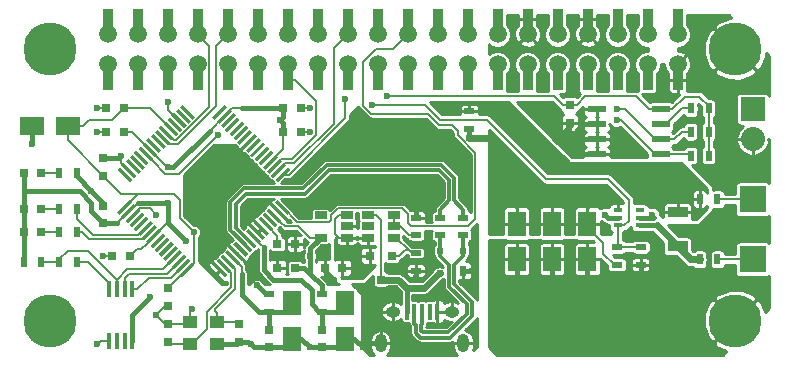
<source format=gtl>
G04 #@! TF.FileFunction,Copper,L1,Top,Signal*
%FSLAX46Y46*%
G04 Gerber Fmt 4.6, Leading zero omitted, Abs format (unit mm)*
G04 Created by KiCad (PCBNEW 4.0.0-stable) date Tuesday, February 02, 2016 'AMt' 02:20:54 AM*
%MOMM*%
G01*
G04 APERTURE LIST*
%ADD10C,0.100000*%
%ADD11R,0.900000X0.500000*%
%ADD12R,0.800000X0.750000*%
%ADD13R,1.501140X2.148840*%
%ADD14R,0.750000X0.800000*%
%ADD15R,2.148840X1.501140*%
%ADD16R,0.797560X0.797560*%
%ADD17C,4.500000*%
%ADD18R,2.235200X2.235200*%
%ADD19R,0.400000X1.350000*%
%ADD20O,1.250000X0.950000*%
%ADD21O,1.000000X1.550000*%
%ADD22R,0.500000X0.900000*%
%ADD23R,1.700000X0.900000*%
%ADD24R,0.450000X1.450000*%
%ADD25R,0.749300X0.398780*%
%ADD26R,1.300000X1.050000*%
%ADD27R,0.889000X1.680000*%
%ADD28C,1.500000*%
%ADD29R,0.800100X0.800100*%
%ADD30R,1.060000X0.650000*%
%ADD31R,0.600000X0.900000*%
%ADD32R,0.600000X0.500000*%
%ADD33R,1.550000X0.600000*%
%ADD34R,2.032000X2.032000*%
%ADD35O,2.032000X2.032000*%
%ADD36C,0.600000*%
%ADD37C,0.200000*%
%ADD38C,0.400000*%
%ADD39C,0.600000*%
%ADD40C,0.304800*%
%ADD41C,0.254000*%
G04 APERTURE END LIST*
D10*
G36*
X138515254Y-112606423D02*
X138303122Y-112818555D01*
X137242462Y-111757895D01*
X137454594Y-111545763D01*
X138515254Y-112606423D01*
X138515254Y-112606423D01*
G37*
G36*
X138868808Y-112252870D02*
X138656676Y-112465002D01*
X137596016Y-111404342D01*
X137808148Y-111192210D01*
X138868808Y-112252870D01*
X138868808Y-112252870D01*
G37*
G36*
X139222361Y-111899316D02*
X139010229Y-112111448D01*
X137949569Y-111050788D01*
X138161701Y-110838656D01*
X139222361Y-111899316D01*
X139222361Y-111899316D01*
G37*
G36*
X139575914Y-111545763D02*
X139363782Y-111757895D01*
X138303122Y-110697235D01*
X138515254Y-110485103D01*
X139575914Y-111545763D01*
X139575914Y-111545763D01*
G37*
G36*
X139929468Y-111192210D02*
X139717336Y-111404342D01*
X138656676Y-110343682D01*
X138868808Y-110131550D01*
X139929468Y-111192210D01*
X139929468Y-111192210D01*
G37*
G36*
X140283021Y-110838656D02*
X140070889Y-111050788D01*
X139010229Y-109990128D01*
X139222361Y-109777996D01*
X140283021Y-110838656D01*
X140283021Y-110838656D01*
G37*
G36*
X140636575Y-110485103D02*
X140424443Y-110697235D01*
X139363783Y-109636575D01*
X139575915Y-109424443D01*
X140636575Y-110485103D01*
X140636575Y-110485103D01*
G37*
G36*
X140990128Y-110131549D02*
X140777996Y-110343681D01*
X139717336Y-109283021D01*
X139929468Y-109070889D01*
X140990128Y-110131549D01*
X140990128Y-110131549D01*
G37*
G36*
X141343681Y-109777996D02*
X141131549Y-109990128D01*
X140070889Y-108929468D01*
X140283021Y-108717336D01*
X141343681Y-109777996D01*
X141343681Y-109777996D01*
G37*
G36*
X141697235Y-109424443D02*
X141485103Y-109636575D01*
X140424443Y-108575915D01*
X140636575Y-108363783D01*
X141697235Y-109424443D01*
X141697235Y-109424443D01*
G37*
G36*
X142050788Y-109070889D02*
X141838656Y-109283021D01*
X140777996Y-108222361D01*
X140990128Y-108010229D01*
X142050788Y-109070889D01*
X142050788Y-109070889D01*
G37*
G36*
X142404342Y-108717336D02*
X142192210Y-108929468D01*
X141131550Y-107868808D01*
X141343682Y-107656676D01*
X142404342Y-108717336D01*
X142404342Y-108717336D01*
G37*
G36*
X142757895Y-108363782D02*
X142545763Y-108575914D01*
X141485103Y-107515254D01*
X141697235Y-107303122D01*
X142757895Y-108363782D01*
X142757895Y-108363782D01*
G37*
G36*
X143111448Y-108010229D02*
X142899316Y-108222361D01*
X141838656Y-107161701D01*
X142050788Y-106949569D01*
X143111448Y-108010229D01*
X143111448Y-108010229D01*
G37*
G36*
X143465002Y-107656676D02*
X143252870Y-107868808D01*
X142192210Y-106808148D01*
X142404342Y-106596016D01*
X143465002Y-107656676D01*
X143465002Y-107656676D01*
G37*
G36*
X143818555Y-107303122D02*
X143606423Y-107515254D01*
X142545763Y-106454594D01*
X142757895Y-106242462D01*
X143818555Y-107303122D01*
X143818555Y-107303122D01*
G37*
G36*
X143606423Y-103484746D02*
X143818555Y-103696878D01*
X142757895Y-104757538D01*
X142545763Y-104545406D01*
X143606423Y-103484746D01*
X143606423Y-103484746D01*
G37*
G36*
X143252870Y-103131192D02*
X143465002Y-103343324D01*
X142404342Y-104403984D01*
X142192210Y-104191852D01*
X143252870Y-103131192D01*
X143252870Y-103131192D01*
G37*
G36*
X142899316Y-102777639D02*
X143111448Y-102989771D01*
X142050788Y-104050431D01*
X141838656Y-103838299D01*
X142899316Y-102777639D01*
X142899316Y-102777639D01*
G37*
G36*
X142545763Y-102424086D02*
X142757895Y-102636218D01*
X141697235Y-103696878D01*
X141485103Y-103484746D01*
X142545763Y-102424086D01*
X142545763Y-102424086D01*
G37*
G36*
X142192210Y-102070532D02*
X142404342Y-102282664D01*
X141343682Y-103343324D01*
X141131550Y-103131192D01*
X142192210Y-102070532D01*
X142192210Y-102070532D01*
G37*
G36*
X141838656Y-101716979D02*
X142050788Y-101929111D01*
X140990128Y-102989771D01*
X140777996Y-102777639D01*
X141838656Y-101716979D01*
X141838656Y-101716979D01*
G37*
G36*
X141485103Y-101363425D02*
X141697235Y-101575557D01*
X140636575Y-102636217D01*
X140424443Y-102424085D01*
X141485103Y-101363425D01*
X141485103Y-101363425D01*
G37*
G36*
X141131549Y-101009872D02*
X141343681Y-101222004D01*
X140283021Y-102282664D01*
X140070889Y-102070532D01*
X141131549Y-101009872D01*
X141131549Y-101009872D01*
G37*
G36*
X140777996Y-100656319D02*
X140990128Y-100868451D01*
X139929468Y-101929111D01*
X139717336Y-101716979D01*
X140777996Y-100656319D01*
X140777996Y-100656319D01*
G37*
G36*
X140424443Y-100302765D02*
X140636575Y-100514897D01*
X139575915Y-101575557D01*
X139363783Y-101363425D01*
X140424443Y-100302765D01*
X140424443Y-100302765D01*
G37*
G36*
X140070889Y-99949212D02*
X140283021Y-100161344D01*
X139222361Y-101222004D01*
X139010229Y-101009872D01*
X140070889Y-99949212D01*
X140070889Y-99949212D01*
G37*
G36*
X139717336Y-99595658D02*
X139929468Y-99807790D01*
X138868808Y-100868450D01*
X138656676Y-100656318D01*
X139717336Y-99595658D01*
X139717336Y-99595658D01*
G37*
G36*
X139363782Y-99242105D02*
X139575914Y-99454237D01*
X138515254Y-100514897D01*
X138303122Y-100302765D01*
X139363782Y-99242105D01*
X139363782Y-99242105D01*
G37*
G36*
X139010229Y-98888552D02*
X139222361Y-99100684D01*
X138161701Y-100161344D01*
X137949569Y-99949212D01*
X139010229Y-98888552D01*
X139010229Y-98888552D01*
G37*
G36*
X138656676Y-98534998D02*
X138868808Y-98747130D01*
X137808148Y-99807790D01*
X137596016Y-99595658D01*
X138656676Y-98534998D01*
X138656676Y-98534998D01*
G37*
G36*
X138303122Y-98181445D02*
X138515254Y-98393577D01*
X137454594Y-99454237D01*
X137242462Y-99242105D01*
X138303122Y-98181445D01*
X138303122Y-98181445D01*
G37*
G36*
X135757538Y-99242105D02*
X135545406Y-99454237D01*
X134484746Y-98393577D01*
X134696878Y-98181445D01*
X135757538Y-99242105D01*
X135757538Y-99242105D01*
G37*
G36*
X135403984Y-99595658D02*
X135191852Y-99807790D01*
X134131192Y-98747130D01*
X134343324Y-98534998D01*
X135403984Y-99595658D01*
X135403984Y-99595658D01*
G37*
G36*
X135050431Y-99949212D02*
X134838299Y-100161344D01*
X133777639Y-99100684D01*
X133989771Y-98888552D01*
X135050431Y-99949212D01*
X135050431Y-99949212D01*
G37*
G36*
X134696878Y-100302765D02*
X134484746Y-100514897D01*
X133424086Y-99454237D01*
X133636218Y-99242105D01*
X134696878Y-100302765D01*
X134696878Y-100302765D01*
G37*
G36*
X134343324Y-100656318D02*
X134131192Y-100868450D01*
X133070532Y-99807790D01*
X133282664Y-99595658D01*
X134343324Y-100656318D01*
X134343324Y-100656318D01*
G37*
G36*
X133989771Y-101009872D02*
X133777639Y-101222004D01*
X132716979Y-100161344D01*
X132929111Y-99949212D01*
X133989771Y-101009872D01*
X133989771Y-101009872D01*
G37*
G36*
X133636217Y-101363425D02*
X133424085Y-101575557D01*
X132363425Y-100514897D01*
X132575557Y-100302765D01*
X133636217Y-101363425D01*
X133636217Y-101363425D01*
G37*
G36*
X133282664Y-101716979D02*
X133070532Y-101929111D01*
X132009872Y-100868451D01*
X132222004Y-100656319D01*
X133282664Y-101716979D01*
X133282664Y-101716979D01*
G37*
G36*
X132929111Y-102070532D02*
X132716979Y-102282664D01*
X131656319Y-101222004D01*
X131868451Y-101009872D01*
X132929111Y-102070532D01*
X132929111Y-102070532D01*
G37*
G36*
X132575557Y-102424085D02*
X132363425Y-102636217D01*
X131302765Y-101575557D01*
X131514897Y-101363425D01*
X132575557Y-102424085D01*
X132575557Y-102424085D01*
G37*
G36*
X132222004Y-102777639D02*
X132009872Y-102989771D01*
X130949212Y-101929111D01*
X131161344Y-101716979D01*
X132222004Y-102777639D01*
X132222004Y-102777639D01*
G37*
G36*
X131868450Y-103131192D02*
X131656318Y-103343324D01*
X130595658Y-102282664D01*
X130807790Y-102070532D01*
X131868450Y-103131192D01*
X131868450Y-103131192D01*
G37*
G36*
X131514897Y-103484746D02*
X131302765Y-103696878D01*
X130242105Y-102636218D01*
X130454237Y-102424086D01*
X131514897Y-103484746D01*
X131514897Y-103484746D01*
G37*
G36*
X131161344Y-103838299D02*
X130949212Y-104050431D01*
X129888552Y-102989771D01*
X130100684Y-102777639D01*
X131161344Y-103838299D01*
X131161344Y-103838299D01*
G37*
G36*
X130807790Y-104191852D02*
X130595658Y-104403984D01*
X129534998Y-103343324D01*
X129747130Y-103131192D01*
X130807790Y-104191852D01*
X130807790Y-104191852D01*
G37*
G36*
X130454237Y-104545406D02*
X130242105Y-104757538D01*
X129181445Y-103696878D01*
X129393577Y-103484746D01*
X130454237Y-104545406D01*
X130454237Y-104545406D01*
G37*
G36*
X130242105Y-106242462D02*
X130454237Y-106454594D01*
X129393577Y-107515254D01*
X129181445Y-107303122D01*
X130242105Y-106242462D01*
X130242105Y-106242462D01*
G37*
G36*
X130595658Y-106596016D02*
X130807790Y-106808148D01*
X129747130Y-107868808D01*
X129534998Y-107656676D01*
X130595658Y-106596016D01*
X130595658Y-106596016D01*
G37*
G36*
X130949212Y-106949569D02*
X131161344Y-107161701D01*
X130100684Y-108222361D01*
X129888552Y-108010229D01*
X130949212Y-106949569D01*
X130949212Y-106949569D01*
G37*
G36*
X131302765Y-107303122D02*
X131514897Y-107515254D01*
X130454237Y-108575914D01*
X130242105Y-108363782D01*
X131302765Y-107303122D01*
X131302765Y-107303122D01*
G37*
G36*
X131656318Y-107656676D02*
X131868450Y-107868808D01*
X130807790Y-108929468D01*
X130595658Y-108717336D01*
X131656318Y-107656676D01*
X131656318Y-107656676D01*
G37*
G36*
X132009872Y-108010229D02*
X132222004Y-108222361D01*
X131161344Y-109283021D01*
X130949212Y-109070889D01*
X132009872Y-108010229D01*
X132009872Y-108010229D01*
G37*
G36*
X132363425Y-108363783D02*
X132575557Y-108575915D01*
X131514897Y-109636575D01*
X131302765Y-109424443D01*
X132363425Y-108363783D01*
X132363425Y-108363783D01*
G37*
G36*
X132716979Y-108717336D02*
X132929111Y-108929468D01*
X131868451Y-109990128D01*
X131656319Y-109777996D01*
X132716979Y-108717336D01*
X132716979Y-108717336D01*
G37*
G36*
X133070532Y-109070889D02*
X133282664Y-109283021D01*
X132222004Y-110343681D01*
X132009872Y-110131549D01*
X133070532Y-109070889D01*
X133070532Y-109070889D01*
G37*
G36*
X133424085Y-109424443D02*
X133636217Y-109636575D01*
X132575557Y-110697235D01*
X132363425Y-110485103D01*
X133424085Y-109424443D01*
X133424085Y-109424443D01*
G37*
G36*
X133777639Y-109777996D02*
X133989771Y-109990128D01*
X132929111Y-111050788D01*
X132716979Y-110838656D01*
X133777639Y-109777996D01*
X133777639Y-109777996D01*
G37*
G36*
X134131192Y-110131550D02*
X134343324Y-110343682D01*
X133282664Y-111404342D01*
X133070532Y-111192210D01*
X134131192Y-110131550D01*
X134131192Y-110131550D01*
G37*
G36*
X134484746Y-110485103D02*
X134696878Y-110697235D01*
X133636218Y-111757895D01*
X133424086Y-111545763D01*
X134484746Y-110485103D01*
X134484746Y-110485103D01*
G37*
G36*
X134838299Y-110838656D02*
X135050431Y-111050788D01*
X133989771Y-112111448D01*
X133777639Y-111899316D01*
X134838299Y-110838656D01*
X134838299Y-110838656D01*
G37*
G36*
X135191852Y-111192210D02*
X135403984Y-111404342D01*
X134343324Y-112465002D01*
X134131192Y-112252870D01*
X135191852Y-111192210D01*
X135191852Y-111192210D01*
G37*
G36*
X135545406Y-111545763D02*
X135757538Y-111757895D01*
X134696878Y-112818555D01*
X134484746Y-112606423D01*
X135545406Y-111545763D01*
X135545406Y-111545763D01*
G37*
D11*
X156500000Y-107750000D03*
X156500000Y-109250000D03*
D12*
X142750000Y-110000000D03*
X144250000Y-110000000D03*
X143250000Y-100500000D03*
X144750000Y-100500000D03*
X129750000Y-98500000D03*
X128250000Y-98500000D03*
X143250000Y-98500000D03*
X144750000Y-98500000D03*
D13*
X169000000Y-111272280D03*
X169000000Y-108270000D03*
D14*
X133500000Y-113750000D03*
X133500000Y-115250000D03*
D12*
X129750000Y-100500000D03*
X128250000Y-100500000D03*
D13*
X166000000Y-111272280D03*
X166000000Y-108270000D03*
D12*
X130250000Y-111000000D03*
X128750000Y-111000000D03*
D13*
X163000000Y-111272280D03*
X163000000Y-108270000D03*
X148500000Y-118001140D03*
X148500000Y-114998860D03*
D14*
X128000000Y-108250000D03*
X128000000Y-106750000D03*
X146500000Y-117250000D03*
X146500000Y-118750000D03*
D15*
X121998860Y-100000000D03*
X125001140Y-100000000D03*
D13*
X144000000Y-118001140D03*
X144000000Y-114998860D03*
D14*
X128000000Y-104250000D03*
X128000000Y-102750000D03*
X133500000Y-118250000D03*
X133500000Y-116750000D03*
X142000000Y-117250000D03*
X142000000Y-118750000D03*
X139500000Y-116750000D03*
X139500000Y-118250000D03*
D16*
X121250700Y-107000000D03*
X122749300Y-107000000D03*
X121250700Y-109000000D03*
X122749300Y-109000000D03*
D17*
X123500000Y-116500000D03*
X181500000Y-116500000D03*
X181500000Y-93500000D03*
X123500000Y-93500000D03*
D18*
X182980000Y-111280000D03*
X182980000Y-106200000D03*
D19*
X153699100Y-115714611D03*
X154349100Y-115714611D03*
X154999100Y-115714611D03*
X155649100Y-115714611D03*
X156299100Y-115714611D03*
D20*
X152499100Y-115714611D03*
X157499100Y-115714611D03*
D21*
X151499100Y-118414611D03*
X158499100Y-118414611D03*
D22*
X121250000Y-111500000D03*
X122750000Y-111500000D03*
X124250000Y-111500000D03*
X125750000Y-111500000D03*
D11*
X171500000Y-111750000D03*
X171500000Y-110250000D03*
X173500000Y-110250000D03*
X173500000Y-111750000D03*
X159000000Y-98750000D03*
X159000000Y-100250000D03*
D22*
X178500000Y-111280000D03*
X180000000Y-111280000D03*
D23*
X176630000Y-107290000D03*
X176630000Y-110190000D03*
D22*
X178500000Y-106200000D03*
X180000000Y-106200000D03*
X124250000Y-107000000D03*
X125750000Y-107000000D03*
X124250000Y-109000000D03*
X125750000Y-109000000D03*
D11*
X158500000Y-107750000D03*
X158500000Y-109250000D03*
D24*
X130475000Y-113800000D03*
X129825000Y-113800000D03*
X129175000Y-113800000D03*
X128525000Y-113800000D03*
X128525000Y-118200000D03*
X129175000Y-118200000D03*
X129825000Y-118200000D03*
X130475000Y-118200000D03*
D25*
X173449960Y-108420240D03*
X173449960Y-107770000D03*
X173449960Y-107119760D03*
X171550040Y-107119760D03*
X171550040Y-107770000D03*
X171550040Y-108420240D03*
D26*
X135350000Y-118425000D03*
X137650000Y-118425000D03*
X137650000Y-116575000D03*
X135350000Y-116575000D03*
D27*
X128370000Y-96080000D03*
X128370000Y-90920000D03*
X130910000Y-96080000D03*
X130910000Y-90920000D03*
X133450000Y-96080000D03*
X133450000Y-90920000D03*
X135990000Y-96080000D03*
X135990000Y-90920000D03*
X138530000Y-96080000D03*
X138530000Y-90920000D03*
X141070000Y-96080000D03*
X141070000Y-90920000D03*
X143610000Y-96080000D03*
X143610000Y-90920000D03*
X146150000Y-96080000D03*
X146150000Y-90920000D03*
X148690000Y-96080000D03*
X148690000Y-90920000D03*
X151230000Y-96080000D03*
X151230000Y-90920000D03*
X153770000Y-96080000D03*
X153770000Y-90920000D03*
X156310000Y-96080000D03*
X156310000Y-90920000D03*
X158850000Y-96080000D03*
X158850000Y-90920000D03*
D28*
X128370000Y-94770000D03*
X128370000Y-92230000D03*
X130910000Y-94770000D03*
X133450000Y-94770000D03*
X135990000Y-94770000D03*
X138530000Y-94770000D03*
X141070000Y-94770000D03*
X143610000Y-94770000D03*
X146150000Y-94770000D03*
X148690000Y-94770000D03*
X151230000Y-94770000D03*
X153770000Y-94770000D03*
X156310000Y-94770000D03*
X158850000Y-94770000D03*
X130910000Y-92230000D03*
X133450000Y-92230000D03*
X135990000Y-92230000D03*
X138530000Y-92230000D03*
X141070000Y-92230000D03*
X143610000Y-92230000D03*
X146150000Y-92230000D03*
X148690000Y-92230000D03*
X151230000Y-92230000D03*
X153770000Y-92230000D03*
X156310000Y-92230000D03*
X158850000Y-92230000D03*
X161390000Y-94770000D03*
X163930000Y-94770000D03*
X166470000Y-94770000D03*
X169010000Y-94770000D03*
X171550000Y-94770000D03*
X174090000Y-94770000D03*
X176630000Y-94770000D03*
X176630000Y-92230000D03*
X174090000Y-92230000D03*
X171550000Y-92230000D03*
X169010000Y-92230000D03*
X166470000Y-92230000D03*
X163930000Y-92230000D03*
X161390000Y-92230000D03*
D27*
X161390000Y-96080000D03*
X163930000Y-96080000D03*
X166470000Y-96080000D03*
X169010000Y-96080000D03*
X171550000Y-96080000D03*
X174090000Y-96080000D03*
X176630000Y-96080000D03*
X176630000Y-90920000D03*
X174090000Y-90920000D03*
X171550000Y-90920000D03*
X169010000Y-90920000D03*
X166470000Y-90920000D03*
X163930000Y-90920000D03*
X161390000Y-90920000D03*
D11*
X142000000Y-114250000D03*
X142000000Y-115750000D03*
X146500000Y-114250000D03*
X146500000Y-115750000D03*
D29*
X152450000Y-110999240D03*
X150550000Y-110999240D03*
X151500000Y-112998220D03*
D30*
X150400000Y-107550000D03*
X150400000Y-108500000D03*
X150400000Y-109450000D03*
X152600000Y-109450000D03*
X152600000Y-107550000D03*
X152600000Y-108500000D03*
D11*
X154500000Y-109250000D03*
X154500000Y-107750000D03*
X154500000Y-110750000D03*
X154500000Y-112250000D03*
D31*
X158500000Y-112250000D03*
D32*
X158500000Y-110550000D03*
X156500000Y-110550000D03*
X156500000Y-112450000D03*
D16*
X121250700Y-104000000D03*
X122749300Y-104000000D03*
D22*
X124250000Y-104000000D03*
X125750000Y-104000000D03*
D12*
X148250000Y-112000000D03*
X146750000Y-112000000D03*
X144250000Y-112000000D03*
X142750000Y-112000000D03*
D30*
X148600000Y-109450000D03*
X148600000Y-108500000D03*
X148600000Y-107550000D03*
X146400000Y-107550000D03*
X146400000Y-109450000D03*
D33*
X169800000Y-98595000D03*
X169800000Y-99865000D03*
X169800000Y-101135000D03*
X169800000Y-102405000D03*
X175200000Y-102405000D03*
X175200000Y-101135000D03*
X175200000Y-99865000D03*
X175200000Y-98595000D03*
D34*
X182980000Y-98580000D03*
D35*
X182980000Y-101120000D03*
D22*
X179250000Y-98500000D03*
X177750000Y-98500000D03*
X179250000Y-102500000D03*
X177750000Y-102500000D03*
X179250000Y-100500000D03*
X177750000Y-100500000D03*
D14*
X167500000Y-98250000D03*
X167500000Y-99750000D03*
D36*
X142750000Y-110000000D03*
X135722182Y-108972182D03*
X132500000Y-107500000D03*
X139743879Y-103256121D03*
X138250000Y-104750000D03*
X147250000Y-106500000D03*
X149000000Y-105750000D03*
X151000000Y-105750000D03*
X153000000Y-105750000D03*
X144250000Y-110000000D03*
X141750000Y-106500000D03*
X140500000Y-107750000D03*
X148600000Y-108500000D03*
X173500000Y-113250000D03*
X169000000Y-113250000D03*
X166000000Y-113250000D03*
X163000000Y-113250000D03*
X170500000Y-107500000D03*
X174500000Y-107500000D03*
X166500000Y-101000000D03*
X167500000Y-101000000D03*
X167500000Y-102000000D03*
X133500000Y-98000000D03*
X136750000Y-108250000D03*
X149000000Y-100500000D03*
X151000000Y-100500000D03*
X153000000Y-100500000D03*
X155000000Y-100500000D03*
X157000000Y-100500000D03*
X136750000Y-106250000D03*
X127000000Y-105500000D03*
X122000000Y-101500000D03*
X154500000Y-112900000D03*
X154500000Y-107000000D03*
X159250000Y-112250000D03*
X150000000Y-118750000D03*
X145500000Y-118750000D03*
X147500000Y-113000000D03*
X135500000Y-115500000D03*
X132500000Y-116000000D03*
X140500000Y-118500000D03*
X127500000Y-118500000D03*
X128000000Y-111000000D03*
X129500000Y-102500000D03*
X127500000Y-100500000D03*
X127500000Y-98500000D03*
X145500000Y-100500000D03*
X145500000Y-98500000D03*
X132000000Y-114500000D03*
X135000000Y-109750000D03*
X145500000Y-111000000D03*
X141000000Y-113500000D03*
X133500000Y-106500000D03*
X133500000Y-103500000D03*
X143000000Y-99500000D03*
X159000000Y-101000000D03*
X148500000Y-111000000D03*
X149500000Y-111000000D03*
X157750000Y-98750000D03*
X157000000Y-98750000D03*
X148500000Y-97750000D03*
X152000000Y-97500000D03*
X171500000Y-99500000D03*
X171500000Y-98595009D03*
X150750000Y-98250000D03*
X137750000Y-100750000D03*
X177750000Y-98500000D03*
D37*
X130946699Y-105750000D02*
X129475000Y-105750000D01*
X129475000Y-105750000D02*
X128000000Y-104275000D01*
X128000000Y-104275000D02*
X128000000Y-104250000D01*
X134500000Y-107750000D02*
X135722182Y-108972182D01*
X135722182Y-108972182D02*
X135722182Y-111581119D01*
X135722182Y-111581119D02*
X135121142Y-112182159D01*
X134500000Y-106250000D02*
X134500000Y-107750000D01*
X129817841Y-106878858D02*
X130946699Y-105750000D01*
X130946699Y-105750000D02*
X134000000Y-105750000D01*
X134000000Y-105750000D02*
X134500000Y-106250000D01*
X142750000Y-110000000D02*
X142750000Y-109275126D01*
X142750000Y-109275126D02*
X141767946Y-108293072D01*
X128000000Y-104250000D02*
X128000000Y-104225000D01*
X128000000Y-104225000D02*
X125001140Y-101226140D01*
X125001140Y-101226140D02*
X125001140Y-100950570D01*
X125001140Y-100950570D02*
X125001140Y-100000000D01*
X125001140Y-100000000D02*
X126275560Y-100000000D01*
X126275560Y-100000000D02*
X126775560Y-99500000D01*
X126775560Y-99500000D02*
X128725000Y-99500000D01*
X133500000Y-113750000D02*
X133500000Y-113725000D01*
X135042841Y-112182159D02*
X135121142Y-112182159D01*
X133500000Y-113725000D02*
X135042841Y-112182159D01*
X129750000Y-98500000D02*
X129725000Y-98500000D01*
X129725000Y-98500000D02*
X128725000Y-99500000D01*
X129750000Y-98500000D02*
X131974874Y-98500000D01*
X131974874Y-98500000D02*
X133706928Y-100232054D01*
X130524948Y-107585965D02*
X131125988Y-106984925D01*
X131125988Y-106984925D02*
X131984925Y-106984925D01*
X131984925Y-106984925D02*
X132500000Y-107500000D01*
X140353732Y-101292715D02*
X139743879Y-101902568D01*
X139743879Y-101902568D02*
X139743879Y-103256121D01*
D38*
X138250000Y-104750000D02*
X139743879Y-103256121D01*
X136750000Y-106250000D02*
X138250000Y-104750000D01*
X149000000Y-105750000D02*
X148000000Y-105750000D01*
X148000000Y-105750000D02*
X147250000Y-106500000D01*
X151000000Y-105750000D02*
X149000000Y-105750000D01*
X153000000Y-105750000D02*
X151000000Y-105750000D01*
X154500000Y-107000000D02*
X154250000Y-107000000D01*
X154250000Y-107000000D02*
X153000000Y-105750000D01*
D37*
X142828606Y-107232412D02*
X142096194Y-106500000D01*
X142096194Y-106500000D02*
X141750000Y-106500000D01*
X141396625Y-108646625D02*
X140500000Y-107750000D01*
X140250000Y-108250000D02*
X140000000Y-108000000D01*
X141060839Y-109000179D02*
X140310660Y-108250000D01*
X140310660Y-108250000D02*
X140250000Y-108250000D01*
D38*
X173500000Y-111750000D02*
X173500000Y-113250000D01*
X169000000Y-111272280D02*
X169000000Y-113250000D01*
X166000000Y-111272280D02*
X166000000Y-113250000D01*
X163000000Y-111272280D02*
X163000000Y-113250000D01*
X171550040Y-107770000D02*
X170770000Y-107770000D01*
X170770000Y-107770000D02*
X170500000Y-107500000D01*
X173449960Y-107770000D02*
X174230000Y-107770000D01*
X174230000Y-107770000D02*
X174500000Y-107500000D01*
X167500000Y-99750000D02*
X167500000Y-100000000D01*
X167500000Y-100000000D02*
X166500000Y-101000000D01*
X169800000Y-99865000D02*
X168635000Y-99865000D01*
X168635000Y-99865000D02*
X167500000Y-101000000D01*
X167500000Y-102000000D02*
X167500000Y-101000000D01*
X169800000Y-101135000D02*
X167635000Y-101135000D01*
X167635000Y-101135000D02*
X167500000Y-101000000D01*
X169800000Y-102405000D02*
X167905000Y-102405000D01*
X167905000Y-102405000D02*
X167500000Y-102000000D01*
D37*
X134414035Y-99524948D02*
X133500000Y-98610913D01*
X133500000Y-98610913D02*
X133500000Y-98000000D01*
D38*
X136750000Y-106250000D02*
X136750000Y-108250000D01*
X139743879Y-103256121D02*
X139000000Y-104000000D01*
X128000000Y-102750000D02*
X129250000Y-102750000D01*
X129250000Y-102750000D02*
X129500000Y-102500000D01*
X125750000Y-104000000D02*
X125750000Y-104250000D01*
X125750000Y-104250000D02*
X127000000Y-105500000D01*
X128000000Y-106750000D02*
X128000000Y-106500000D01*
X128000000Y-106500000D02*
X127000000Y-105500000D01*
X121998860Y-100000000D02*
X121998860Y-101498860D01*
X121998860Y-101498860D02*
X122000000Y-101500000D01*
X154500000Y-112250000D02*
X154500000Y-112900000D01*
X154500000Y-107750000D02*
X154500000Y-107000000D01*
X158500000Y-112250000D02*
X159250000Y-112250000D01*
X151499100Y-118414611D02*
X150335389Y-118414611D01*
X150335389Y-118414611D02*
X150000000Y-118750000D01*
X149251140Y-118001140D02*
X150000000Y-118750000D01*
X148500000Y-118001140D02*
X149251140Y-118001140D01*
X146500000Y-118750000D02*
X147751140Y-118750000D01*
X147751140Y-118750000D02*
X148500000Y-118001140D01*
X144000000Y-118001140D02*
X144751140Y-118001140D01*
X144751140Y-118001140D02*
X145500000Y-118750000D01*
X146500000Y-118750000D02*
X145500000Y-118750000D01*
X142000000Y-118750000D02*
X143251140Y-118750000D01*
X143251140Y-118750000D02*
X144000000Y-118001140D01*
X142000000Y-118750000D02*
X140750000Y-118750000D01*
X140750000Y-118750000D02*
X140500000Y-118500000D01*
X139500000Y-118250000D02*
X140250000Y-118250000D01*
X140250000Y-118250000D02*
X140500000Y-118500000D01*
X137650000Y-118425000D02*
X139325000Y-118425000D01*
X139325000Y-118425000D02*
X139500000Y-118250000D01*
X176630000Y-94770000D02*
X176630000Y-96080000D01*
X169010000Y-92230000D02*
X169010000Y-90920000D01*
X163930000Y-92230000D02*
X163930000Y-90920000D01*
X158850000Y-94770000D02*
X158850000Y-96080000D01*
X151230000Y-92230000D02*
X151230000Y-90920000D01*
X143610000Y-92230000D02*
X143610000Y-90920000D01*
X138530000Y-94770000D02*
X138530000Y-96080000D01*
X133450000Y-90920000D02*
X133450000Y-92230000D01*
X146750000Y-112000000D02*
X146750000Y-112250000D01*
X146750000Y-112250000D02*
X147500000Y-113000000D01*
D37*
X135350000Y-116575000D02*
X135350000Y-115650000D01*
X135350000Y-115650000D02*
X135500000Y-115500000D01*
X133500000Y-116750000D02*
X135175000Y-116750000D01*
X135175000Y-116750000D02*
X135350000Y-116575000D01*
X133500000Y-115250000D02*
X133250000Y-115250000D01*
X133250000Y-115250000D02*
X132500000Y-116000000D01*
X133500000Y-116750000D02*
X133250000Y-116750000D01*
X133250000Y-116750000D02*
X132500000Y-116000000D01*
X128525000Y-118200000D02*
X127800000Y-118200000D01*
X127800000Y-118200000D02*
X127500000Y-118500000D01*
X128750000Y-111000000D02*
X128000000Y-111000000D01*
X130171394Y-103767588D02*
X129500000Y-103096194D01*
X129500000Y-103096194D02*
X129500000Y-102500000D01*
X128250000Y-100500000D02*
X127500000Y-100500000D01*
X128250000Y-98500000D02*
X127500000Y-98500000D01*
X144750000Y-100500000D02*
X145500000Y-100500000D01*
X144750000Y-98500000D02*
X145500000Y-98500000D01*
D38*
X139750000Y-98500000D02*
X143250000Y-98500000D01*
D37*
X138903806Y-98500000D02*
X139750000Y-98500000D01*
D38*
X137000000Y-100403806D02*
X133903806Y-103500000D01*
D37*
X138232412Y-99171394D02*
X137000000Y-100403806D01*
X143389087Y-108500000D02*
X144520000Y-108500000D01*
X144520000Y-108500000D02*
X145470000Y-109450000D01*
X145470000Y-109450000D02*
X146400000Y-109450000D01*
D38*
X130475000Y-116025000D02*
X132000000Y-114500000D01*
X130475000Y-118200000D02*
X130475000Y-116025000D01*
X133500000Y-108146447D02*
X133500000Y-108250000D01*
X133500000Y-108250000D02*
X135000000Y-109750000D01*
X133500000Y-106500000D02*
X133500000Y-108146447D01*
D37*
X133500000Y-108146447D02*
X132292715Y-109353732D01*
D38*
X133903806Y-103500000D02*
X133500000Y-103500000D01*
D37*
X143389087Y-108500000D02*
X143076092Y-108187005D01*
X143076092Y-108187005D02*
X142475052Y-107585965D01*
D38*
X145000000Y-112000000D02*
X144250000Y-112000000D01*
X145500000Y-112500000D02*
X145000000Y-112000000D01*
X145500000Y-112450000D02*
X145500000Y-112500000D01*
X145500000Y-111000000D02*
X145500000Y-110350000D01*
X145500000Y-110350000D02*
X146400000Y-109450000D01*
X145500000Y-112500000D02*
X146500000Y-113500000D01*
X146500000Y-113500000D02*
X146500000Y-114250000D01*
X145500000Y-111000000D02*
X145500000Y-112500000D01*
X141750000Y-114250000D02*
X141000000Y-113500000D01*
X121250700Y-107000000D02*
X121250700Y-105500000D01*
X121250700Y-105500000D02*
X121250700Y-104000000D01*
X128000000Y-108250000D02*
X128000000Y-108225000D01*
X128000000Y-108225000D02*
X127000000Y-107225000D01*
X127000000Y-107225000D02*
X127000000Y-106500000D01*
X127000000Y-106500000D02*
X126000000Y-105500000D01*
X126000000Y-105500000D02*
X121250700Y-105500000D01*
D37*
X130171394Y-107232412D02*
X129153806Y-108250000D01*
D38*
X129153806Y-108250000D02*
X128000000Y-108250000D01*
X146500000Y-114250000D02*
X146250000Y-114250000D01*
X142000000Y-114250000D02*
X141750000Y-114250000D01*
X143250000Y-100500000D02*
X143250000Y-99750000D01*
X143250000Y-99750000D02*
X143000000Y-99500000D01*
D37*
X130171394Y-107232412D02*
X130903806Y-106500000D01*
D38*
X130903806Y-106500000D02*
X133500000Y-106500000D01*
X133500000Y-103500000D02*
X133439340Y-103500000D01*
D37*
X133439340Y-103500000D02*
X131939161Y-101999821D01*
D38*
X143250000Y-98500000D02*
X143250000Y-99250000D01*
X143250000Y-99250000D02*
X143000000Y-99500000D01*
X121250700Y-109000000D02*
X121250700Y-107000000D01*
X121250000Y-111500000D02*
X121250000Y-109000700D01*
X121250000Y-109000700D02*
X121250700Y-109000000D01*
D37*
X138903806Y-98500000D02*
X138232412Y-99171394D01*
X142121499Y-103060482D02*
X143250000Y-101931981D01*
X143250000Y-101931981D02*
X143250000Y-100500000D01*
X129750000Y-100500000D02*
X130439340Y-100500000D01*
X130439340Y-100500000D02*
X131939161Y-101999821D01*
X130250000Y-111000000D02*
X130275000Y-111000000D01*
X130275000Y-111000000D02*
X130850000Y-110425000D01*
X130850000Y-110425000D02*
X131221447Y-110425000D01*
X131221447Y-110425000D02*
X131691675Y-109954772D01*
X131691675Y-109954772D02*
X132292715Y-109353732D01*
D39*
X159000000Y-101000000D02*
X160750000Y-101000000D01*
D37*
X171500000Y-111750000D02*
X171300000Y-111750000D01*
X171300000Y-111750000D02*
X170350570Y-110800570D01*
X170350570Y-110800570D02*
X170350570Y-109944420D01*
X170350570Y-109944420D02*
X169000000Y-108593850D01*
X169000000Y-108593850D02*
X169000000Y-108270000D01*
D38*
X159000000Y-101000000D02*
X159000000Y-100250000D01*
D37*
X148600000Y-109450000D02*
X147926398Y-109450000D01*
X147926398Y-109450000D02*
X147642999Y-109166601D01*
X147642999Y-109166601D02*
X147642999Y-107833399D01*
X147642999Y-107833399D02*
X147926398Y-107550000D01*
X147926398Y-107550000D02*
X148600000Y-107550000D01*
D39*
X150549240Y-111000000D02*
X150550000Y-110999240D01*
D38*
X141620557Y-110267004D02*
X141620557Y-112234159D01*
X141620557Y-112234159D02*
X142386398Y-113000000D01*
X142386398Y-113000000D02*
X144750000Y-113000000D01*
X144750000Y-113000000D02*
X145650000Y-113900000D01*
X146300000Y-115750000D02*
X146500000Y-115750000D01*
X145650000Y-113900000D02*
X145650000Y-115100000D01*
X145650000Y-115100000D02*
X146300000Y-115750000D01*
D37*
X141620557Y-110267004D02*
X141308325Y-109954772D01*
X141308325Y-109954772D02*
X140707285Y-109353732D01*
D38*
X146500000Y-115750000D02*
X147748860Y-115750000D01*
X147748860Y-115750000D02*
X148500000Y-114998860D01*
X146500000Y-117250000D02*
X146500000Y-115750000D01*
D37*
X139750000Y-112500000D02*
X139750000Y-111931981D01*
X139750000Y-111931981D02*
X138939518Y-111121499D01*
D38*
X139750000Y-114350000D02*
X139750000Y-112500000D01*
X142000000Y-115750000D02*
X141150000Y-115750000D01*
X141150000Y-115750000D02*
X139750000Y-114350000D01*
X142000000Y-115750000D02*
X142000000Y-117250000D01*
X142000000Y-115750000D02*
X143248860Y-115750000D01*
X143248860Y-115750000D02*
X144000000Y-114998860D01*
X141800000Y-115750000D02*
X142000000Y-115750000D01*
D37*
X136747599Y-115716480D02*
X138833452Y-113630627D01*
X138833452Y-113630627D02*
X138833452Y-112429646D01*
X138833452Y-112429646D02*
X138232412Y-111828606D01*
X135475000Y-118425000D02*
X136747599Y-117152401D01*
X136747599Y-117152401D02*
X136747599Y-115716480D01*
X135350000Y-118425000D02*
X133675000Y-118425000D01*
X133675000Y-118425000D02*
X133500000Y-118250000D01*
X135350000Y-118425000D02*
X135475000Y-118425000D01*
X137650000Y-116575000D02*
X139325000Y-116575000D01*
X139325000Y-116575000D02*
X139500000Y-116750000D01*
X137500000Y-115700000D02*
X137500000Y-115462461D01*
X139187005Y-112076092D02*
X138585965Y-111475052D01*
X137500000Y-115462461D02*
X139187005Y-113775456D01*
X139187005Y-113775456D02*
X139187005Y-112076092D01*
X137650000Y-116575000D02*
X137650000Y-115850000D01*
X137650000Y-115850000D02*
X137500000Y-115700000D01*
X131585608Y-108646625D02*
X130984568Y-109247665D01*
X130984568Y-109247665D02*
X127106267Y-109247665D01*
X127106267Y-109247665D02*
X125750000Y-107891398D01*
X125750000Y-107891398D02*
X125750000Y-107650000D01*
X125750000Y-107650000D02*
X125750000Y-107000000D01*
X125750000Y-109000000D02*
X126200000Y-109000000D01*
X126200000Y-109000000D02*
X126801219Y-109601219D01*
X126801219Y-109601219D02*
X131338121Y-109601219D01*
X131338121Y-109601219D02*
X131939161Y-109000179D01*
X180000000Y-111280000D02*
X182980000Y-111280000D01*
X182980000Y-106200000D02*
X180000000Y-106200000D01*
X128370000Y-94770000D02*
X128370000Y-96080000D01*
D39*
X130910000Y-90920000D02*
X130910000Y-92230000D01*
X128370000Y-90920000D02*
X128370000Y-92230000D01*
D37*
X130910000Y-94770000D02*
X130910000Y-96080000D01*
X133450000Y-94770000D02*
X133450000Y-96080000D01*
X148500000Y-99314319D02*
X148500000Y-97750000D01*
X143182159Y-104121142D02*
X143693177Y-104121142D01*
X143693177Y-104121142D02*
X148500000Y-99314319D01*
X135990000Y-94770000D02*
X135990000Y-96080000D01*
X133353375Y-100585608D02*
X133954415Y-101186648D01*
X133954415Y-101186648D02*
X134169959Y-101186648D01*
X134169959Y-101186648D02*
X136992401Y-98364206D01*
X136992401Y-98364206D02*
X136992401Y-93232401D01*
X136992401Y-93232401D02*
X136739999Y-92979999D01*
X136739999Y-92979999D02*
X135990000Y-92230000D01*
X135990000Y-90920000D02*
X135990000Y-92230000D01*
X132999821Y-100939161D02*
X133600861Y-101540201D01*
X137780001Y-92979999D02*
X138530000Y-92230000D01*
X133600861Y-101540201D02*
X134314789Y-101540201D01*
X134314789Y-101540201D02*
X137527599Y-98327391D01*
X137527599Y-98327391D02*
X137527599Y-93232401D01*
X137527599Y-93232401D02*
X137780001Y-92979999D01*
X138530000Y-90920000D02*
X138530000Y-92230000D01*
X141070000Y-94770000D02*
X141070000Y-96080000D01*
X141070000Y-92230000D02*
X141070000Y-90920000D01*
X142475052Y-103414035D02*
X143076092Y-102812995D01*
X143076092Y-102812995D02*
X144004559Y-102812995D01*
X144004559Y-102812995D02*
X146052401Y-100765153D01*
X146052401Y-100765153D02*
X146052401Y-97877901D01*
X146052401Y-97877901D02*
X144254500Y-96080000D01*
X144254500Y-96080000D02*
X143610000Y-96080000D01*
X143610000Y-94770000D02*
X143610000Y-96080000D01*
X143610000Y-95830660D02*
X143610000Y-94770000D01*
X146150000Y-94770000D02*
X146150000Y-96080000D01*
X146150000Y-92230000D02*
X146150000Y-90920000D01*
X177250000Y-97520000D02*
X178470000Y-97520000D01*
X178470000Y-97520000D02*
X179250000Y-98300000D01*
X179250000Y-98300000D02*
X179250000Y-98500000D01*
X175200000Y-98595000D02*
X176175000Y-98595000D01*
X176175000Y-98595000D02*
X177250000Y-97520000D01*
X168825000Y-97500000D02*
X173130000Y-97500000D01*
X173130000Y-97500000D02*
X174225000Y-98595000D01*
X174225000Y-98595000D02*
X175200000Y-98595000D01*
X167500000Y-98250000D02*
X168075000Y-98250000D01*
X168075000Y-98250000D02*
X168825000Y-97500000D01*
X179250000Y-100500000D02*
X179250000Y-98500000D01*
X179250000Y-102500000D02*
X179250000Y-101850000D01*
X179250000Y-101850000D02*
X179250000Y-100500000D01*
X152000000Y-97500000D02*
X166175000Y-97500000D01*
X166175000Y-97500000D02*
X166925000Y-98250000D01*
X166925000Y-98250000D02*
X167500000Y-98250000D01*
X148690000Y-94770000D02*
X148690000Y-96080000D01*
X142828606Y-103767588D02*
X143430789Y-103165405D01*
X143430789Y-103165405D02*
X144150532Y-103165405D01*
X144150532Y-103165405D02*
X147500000Y-99815937D01*
X147500000Y-99815937D02*
X147500000Y-93420000D01*
X147500000Y-93420000D02*
X148690000Y-92230000D01*
X148690000Y-92230000D02*
X148690000Y-90920000D01*
X151230000Y-94770000D02*
X151230000Y-96080000D01*
X153770000Y-94770000D02*
X153770000Y-96080000D01*
X154095678Y-108500000D02*
X158858602Y-108500000D01*
X158858602Y-108500000D02*
X159500000Y-107858602D01*
X143182159Y-106878858D02*
X144430702Y-108127401D01*
X144430702Y-108127401D02*
X147122599Y-108127401D01*
X147122599Y-108127401D02*
X147290589Y-107959411D01*
X147290589Y-107959411D02*
X147290589Y-107550089D01*
X147290589Y-107550089D02*
X147868079Y-106972599D01*
X147868079Y-106972599D02*
X153331921Y-106972599D01*
X153331921Y-106972599D02*
X153797599Y-107438277D01*
X153797599Y-107438277D02*
X153797599Y-108201921D01*
X153797599Y-108201921D02*
X154095678Y-108500000D01*
X159500000Y-107858602D02*
X159500000Y-102281225D01*
X158000000Y-100781225D02*
X158000000Y-100404322D01*
X159500000Y-102281225D02*
X158000000Y-100781225D01*
X158000000Y-100404322D02*
X157543277Y-99947599D01*
X157543277Y-99947599D02*
X156449217Y-99947599D01*
X156449217Y-99947599D02*
X155501618Y-99000000D01*
X155501618Y-99000000D02*
X150682446Y-99000000D01*
X150682446Y-99000000D02*
X150000000Y-98317554D01*
X150000000Y-98317554D02*
X150000000Y-94554038D01*
X150000000Y-94554038D02*
X151054038Y-93500000D01*
X151054038Y-93500000D02*
X152500000Y-93500000D01*
X152500000Y-93500000D02*
X153770000Y-92230000D01*
X153770000Y-92230000D02*
X153770000Y-90920000D01*
X156310000Y-94770000D02*
X156310000Y-96080000D01*
X156310000Y-92230000D02*
X156310000Y-90920000D01*
X158850000Y-92230000D02*
X158850000Y-90920000D01*
X175200000Y-102405000D02*
X174725000Y-102405000D01*
X174725000Y-102405000D02*
X171820000Y-99500000D01*
X171820000Y-99500000D02*
X171500000Y-99500000D01*
X175200000Y-102405000D02*
X177655000Y-102405000D01*
X177655000Y-102405000D02*
X177750000Y-102500000D01*
X161390000Y-94770000D02*
X161390000Y-96080000D01*
X175200000Y-101135000D02*
X174725000Y-101135000D01*
X174725000Y-101135000D02*
X172185009Y-98595009D01*
X172185009Y-98595009D02*
X171500000Y-98595009D01*
X176365000Y-101135000D02*
X177000000Y-100500000D01*
X177000000Y-100500000D02*
X177750000Y-100500000D01*
X175200000Y-101135000D02*
X176365000Y-101135000D01*
X161390000Y-92230000D02*
X161390000Y-90920000D01*
X163930000Y-94770000D02*
X163930000Y-96080000D01*
X166470000Y-94770000D02*
X166470000Y-96080000D01*
X166470000Y-92230000D02*
X166470000Y-90920000D01*
X169010000Y-94770000D02*
X169010000Y-96080000D01*
X171550000Y-94770000D02*
X171550000Y-96080000D01*
X171550000Y-92230000D02*
X171550000Y-90920000D01*
X174090000Y-94770000D02*
X174090000Y-96080000D01*
X174090000Y-92230000D02*
X174090000Y-90920000D01*
X176630000Y-92230000D02*
X176630000Y-90920000D01*
X130054027Y-112147590D02*
X133034391Y-112147590D01*
X133034391Y-112147590D02*
X134060482Y-111121499D01*
X129175000Y-113045678D02*
X129175000Y-113026618D01*
X129175000Y-113026618D02*
X130054027Y-112147590D01*
X124250000Y-111500000D02*
X124250000Y-111300000D01*
X124250000Y-111300000D02*
X125000000Y-110550000D01*
X125000000Y-110550000D02*
X126679322Y-110550000D01*
X126679322Y-110550000D02*
X129175000Y-113045678D01*
X129175000Y-113045678D02*
X129175000Y-113800000D01*
X124250000Y-111500000D02*
X122750000Y-111500000D01*
X128525000Y-113800000D02*
X128525000Y-113300000D01*
X128525000Y-113300000D02*
X126725000Y-111500000D01*
X126725000Y-111500000D02*
X126200000Y-111500000D01*
X126200000Y-111500000D02*
X125750000Y-111500000D01*
X131585608Y-102353375D02*
X132186648Y-102954415D01*
X132186648Y-102954415D02*
X132186648Y-103004202D01*
X132186648Y-103004202D02*
X133234847Y-104052401D01*
X133234847Y-104052401D02*
X134447599Y-104052401D01*
X134447599Y-104052401D02*
X137750000Y-100750000D01*
X173500000Y-110250000D02*
X171500000Y-110250000D01*
X171550040Y-108420240D02*
X171550040Y-110199960D01*
X171550040Y-110199960D02*
X171500000Y-110250000D01*
X150750000Y-98250000D02*
X155250000Y-98250000D01*
X155250000Y-98250000D02*
X156500000Y-99500000D01*
X156500000Y-99500000D02*
X160500000Y-99500000D01*
X160500000Y-99500000D02*
X165500000Y-104500000D01*
X165500000Y-104500000D02*
X170750000Y-104500000D01*
X170750000Y-104500000D02*
X172500000Y-106250000D01*
X172500000Y-106250000D02*
X172500000Y-108044930D01*
X172500000Y-108044930D02*
X172124690Y-108420240D01*
X172124690Y-108420240D02*
X171550040Y-108420240D01*
D39*
X178500000Y-111280000D02*
X177720000Y-111280000D01*
X177720000Y-111280000D02*
X176630000Y-110190000D01*
D38*
X173449960Y-108420240D02*
X174860240Y-108420240D01*
D39*
X174860240Y-108420240D02*
X176630000Y-110190000D01*
D37*
X134767588Y-111828606D02*
X133743784Y-112852410D01*
X133743784Y-112852410D02*
X131847590Y-112852410D01*
X130900000Y-113800000D02*
X130475000Y-113800000D01*
X131847590Y-112852410D02*
X130900000Y-113800000D01*
X130200000Y-112500000D02*
X133389087Y-112500000D01*
X133389087Y-112500000D02*
X134414035Y-111475052D01*
X129825000Y-113800000D02*
X129825000Y-112875000D01*
X129825000Y-112875000D02*
X130200000Y-112500000D01*
X122749300Y-107000000D02*
X124250000Y-107000000D01*
X122749300Y-109000000D02*
X124250000Y-109000000D01*
D39*
X153699100Y-113699100D02*
X155200900Y-113699100D01*
X155200900Y-113699100D02*
X156450000Y-112450000D01*
X156450000Y-112450000D02*
X156500000Y-112450000D01*
X153699100Y-113699100D02*
X152998220Y-112998220D01*
X152998220Y-112998220D02*
X151500000Y-112998220D01*
D38*
X153699100Y-115714611D02*
X153699100Y-113699100D01*
D37*
X151500000Y-112998220D02*
X151500000Y-107976398D01*
X151500000Y-107976398D02*
X151073602Y-107550000D01*
X151073602Y-107550000D02*
X150400000Y-107550000D01*
X154105000Y-110750000D02*
X153855000Y-110500000D01*
X153855000Y-110500000D02*
X152805000Y-109450000D01*
X153549290Y-110500000D02*
X153855000Y-110500000D01*
X152450000Y-110999240D02*
X153050050Y-110999240D01*
X153050050Y-110999240D02*
X153549290Y-110500000D01*
X154500000Y-110750000D02*
X154105000Y-110750000D01*
X152805000Y-109450000D02*
X152600000Y-109450000D01*
X154500000Y-109250000D02*
X153850000Y-109250000D01*
X153850000Y-109250000D02*
X153100000Y-108500000D01*
X153100000Y-108500000D02*
X152600000Y-108500000D01*
X152600000Y-107550000D02*
X152600000Y-108500000D01*
D40*
X157728600Y-113405312D02*
X157728600Y-111771400D01*
X157728600Y-111771400D02*
X158500000Y-111000000D01*
X159228600Y-114905312D02*
X157728600Y-113405312D01*
X158500000Y-111000000D02*
X158500000Y-110550000D01*
X159228600Y-116094688D02*
X159228600Y-114905312D01*
X157400938Y-117922350D02*
X159228600Y-116094688D01*
X154849062Y-117922350D02*
X157400938Y-117922350D01*
X154445500Y-117518788D02*
X154849062Y-117922350D01*
X154349100Y-115714611D02*
X154349100Y-116727111D01*
X154349100Y-116727111D02*
X154445500Y-116823511D01*
X154445500Y-116823511D02*
X154445500Y-117518788D01*
X158500000Y-110550000D02*
X158500000Y-109250000D01*
X158771400Y-115094688D02*
X157271400Y-113594688D01*
X157271400Y-113594688D02*
X157271400Y-111771400D01*
X157271400Y-111771400D02*
X156500000Y-111000000D01*
X156500000Y-111000000D02*
X156500000Y-110550000D01*
X158771400Y-115905312D02*
X158771400Y-115094688D01*
X157211562Y-117465150D02*
X158771400Y-115905312D01*
X155038438Y-117465150D02*
X157211562Y-117465150D01*
X154902700Y-117329412D02*
X155038438Y-117465150D01*
X154999100Y-115714611D02*
X154999100Y-116727111D01*
X154999100Y-116727111D02*
X154902700Y-116823511D01*
X154902700Y-116823511D02*
X154902700Y-117329412D01*
X156500000Y-110550000D02*
X156500000Y-109250000D01*
X138771400Y-106405312D02*
X138771400Y-108801795D01*
X138771400Y-108801795D02*
X140000179Y-110030574D01*
X140000179Y-110030574D02*
X140000179Y-110060839D01*
X139905312Y-105271400D02*
X138771400Y-106405312D01*
X157728600Y-104405312D02*
X156594688Y-103271400D01*
X144905312Y-105271400D02*
X139905312Y-105271400D01*
X158500000Y-107750000D02*
X158500000Y-107075000D01*
X158500000Y-107075000D02*
X157728600Y-106303600D01*
X157728600Y-106303600D02*
X157728600Y-104405312D01*
X146905312Y-103271400D02*
X144905312Y-105271400D01*
X156594688Y-103271400D02*
X146905312Y-103271400D01*
X139228600Y-106594688D02*
X139228600Y-108612417D01*
X139228600Y-108612417D02*
X140323468Y-109707285D01*
X140323468Y-109707285D02*
X140353732Y-109707285D01*
X140094688Y-105728600D02*
X139228600Y-106594688D01*
X156500000Y-107750000D02*
X156500000Y-107075000D01*
X156500000Y-107075000D02*
X157271400Y-106303600D01*
X157271400Y-106303600D02*
X157271400Y-104594688D01*
X145094688Y-105728600D02*
X140094688Y-105728600D01*
X157271400Y-104594688D02*
X156405312Y-103728600D01*
X156405312Y-103728600D02*
X147094688Y-103728600D01*
X147094688Y-103728600D02*
X145094688Y-105728600D01*
D37*
X122749300Y-104000000D02*
X124250000Y-104000000D01*
X177750000Y-98500000D02*
X177040000Y-98500000D01*
X177040000Y-98500000D02*
X175675000Y-99865000D01*
X175675000Y-99865000D02*
X175200000Y-99865000D01*
D41*
G36*
X149584250Y-109449500D02*
X150399500Y-109449500D01*
X150399500Y-109429500D01*
X150400500Y-109429500D01*
X150400500Y-109449500D01*
X150420500Y-109449500D01*
X150420500Y-109450500D01*
X150400500Y-109450500D01*
X150400500Y-110060750D01*
X150495750Y-110156000D01*
X151005786Y-110156000D01*
X151019000Y-110150527D01*
X151019000Y-110218190D01*
X150645750Y-110218190D01*
X150550500Y-110313440D01*
X150550500Y-110998740D01*
X150570500Y-110998740D01*
X150570500Y-110999740D01*
X150550500Y-110999740D01*
X150550500Y-111685040D01*
X150645750Y-111780290D01*
X151019000Y-111780290D01*
X151019000Y-111801394D01*
X149947394Y-112873000D01*
X148181111Y-112873000D01*
X148181118Y-112865135D01*
X148136025Y-112756000D01*
X148154250Y-112756000D01*
X148249500Y-112660750D01*
X148249500Y-112000500D01*
X148250500Y-112000500D01*
X148250500Y-112660750D01*
X148345750Y-112756000D01*
X148725786Y-112756000D01*
X148865820Y-112697996D01*
X148972996Y-112590819D01*
X149031000Y-112450785D01*
X149031000Y-112095750D01*
X148935750Y-112000500D01*
X148250500Y-112000500D01*
X148249500Y-112000500D01*
X148229500Y-112000500D01*
X148229500Y-111999500D01*
X148249500Y-111999500D01*
X148249500Y-111339250D01*
X148250500Y-111339250D01*
X148250500Y-111999500D01*
X148935750Y-111999500D01*
X149031000Y-111904250D01*
X149031000Y-111549215D01*
X148972996Y-111409181D01*
X148865820Y-111302004D01*
X148725786Y-111244000D01*
X148345750Y-111244000D01*
X148250500Y-111339250D01*
X148249500Y-111339250D01*
X148154250Y-111244000D01*
X147774214Y-111244000D01*
X147634180Y-111302004D01*
X147627000Y-111309184D01*
X147627000Y-111094990D01*
X149768950Y-111094990D01*
X149768950Y-111475075D01*
X149826954Y-111615109D01*
X149934130Y-111722286D01*
X150074164Y-111780290D01*
X150454250Y-111780290D01*
X150549500Y-111685040D01*
X150549500Y-110999740D01*
X149864200Y-110999740D01*
X149768950Y-111094990D01*
X147627000Y-111094990D01*
X147627000Y-110523405D01*
X149768950Y-110523405D01*
X149768950Y-110903490D01*
X149864200Y-110998740D01*
X150549500Y-110998740D01*
X150549500Y-110313440D01*
X150454250Y-110218190D01*
X150074164Y-110218190D01*
X149934130Y-110276194D01*
X149826954Y-110383371D01*
X149768950Y-110523405D01*
X147627000Y-110523405D01*
X147627000Y-109552606D01*
X147729104Y-109450502D01*
X147784248Y-109450502D01*
X147689000Y-109545750D01*
X147689000Y-109850785D01*
X147747004Y-109990819D01*
X147854180Y-110097996D01*
X147994214Y-110156000D01*
X148504250Y-110156000D01*
X148599500Y-110060750D01*
X148599500Y-109450500D01*
X148600500Y-109450500D01*
X148600500Y-110060750D01*
X148695750Y-110156000D01*
X149205786Y-110156000D01*
X149345820Y-110097996D01*
X149452996Y-109990819D01*
X149500000Y-109877341D01*
X149547004Y-109990819D01*
X149654180Y-110097996D01*
X149794214Y-110156000D01*
X150304250Y-110156000D01*
X150399500Y-110060750D01*
X150399500Y-109450500D01*
X149584250Y-109450500D01*
X149500000Y-109534750D01*
X149415750Y-109450500D01*
X148600500Y-109450500D01*
X148599500Y-109450500D01*
X148579500Y-109450500D01*
X148579500Y-109449500D01*
X148599500Y-109449500D01*
X148599500Y-109429500D01*
X148600500Y-109429500D01*
X148600500Y-109449500D01*
X149415750Y-109449500D01*
X149500000Y-109365250D01*
X149584250Y-109449500D01*
X149584250Y-109449500D01*
G37*
X149584250Y-109449500D02*
X150399500Y-109449500D01*
X150399500Y-109429500D01*
X150400500Y-109429500D01*
X150400500Y-109449500D01*
X150420500Y-109449500D01*
X150420500Y-109450500D01*
X150400500Y-109450500D01*
X150400500Y-110060750D01*
X150495750Y-110156000D01*
X151005786Y-110156000D01*
X151019000Y-110150527D01*
X151019000Y-110218190D01*
X150645750Y-110218190D01*
X150550500Y-110313440D01*
X150550500Y-110998740D01*
X150570500Y-110998740D01*
X150570500Y-110999740D01*
X150550500Y-110999740D01*
X150550500Y-111685040D01*
X150645750Y-111780290D01*
X151019000Y-111780290D01*
X151019000Y-111801394D01*
X149947394Y-112873000D01*
X148181111Y-112873000D01*
X148181118Y-112865135D01*
X148136025Y-112756000D01*
X148154250Y-112756000D01*
X148249500Y-112660750D01*
X148249500Y-112000500D01*
X148250500Y-112000500D01*
X148250500Y-112660750D01*
X148345750Y-112756000D01*
X148725786Y-112756000D01*
X148865820Y-112697996D01*
X148972996Y-112590819D01*
X149031000Y-112450785D01*
X149031000Y-112095750D01*
X148935750Y-112000500D01*
X148250500Y-112000500D01*
X148249500Y-112000500D01*
X148229500Y-112000500D01*
X148229500Y-111999500D01*
X148249500Y-111999500D01*
X148249500Y-111339250D01*
X148250500Y-111339250D01*
X148250500Y-111999500D01*
X148935750Y-111999500D01*
X149031000Y-111904250D01*
X149031000Y-111549215D01*
X148972996Y-111409181D01*
X148865820Y-111302004D01*
X148725786Y-111244000D01*
X148345750Y-111244000D01*
X148250500Y-111339250D01*
X148249500Y-111339250D01*
X148154250Y-111244000D01*
X147774214Y-111244000D01*
X147634180Y-111302004D01*
X147627000Y-111309184D01*
X147627000Y-111094990D01*
X149768950Y-111094990D01*
X149768950Y-111475075D01*
X149826954Y-111615109D01*
X149934130Y-111722286D01*
X150074164Y-111780290D01*
X150454250Y-111780290D01*
X150549500Y-111685040D01*
X150549500Y-110999740D01*
X149864200Y-110999740D01*
X149768950Y-111094990D01*
X147627000Y-111094990D01*
X147627000Y-110523405D01*
X149768950Y-110523405D01*
X149768950Y-110903490D01*
X149864200Y-110998740D01*
X150549500Y-110998740D01*
X150549500Y-110313440D01*
X150454250Y-110218190D01*
X150074164Y-110218190D01*
X149934130Y-110276194D01*
X149826954Y-110383371D01*
X149768950Y-110523405D01*
X147627000Y-110523405D01*
X147627000Y-109552606D01*
X147729104Y-109450502D01*
X147784248Y-109450502D01*
X147689000Y-109545750D01*
X147689000Y-109850785D01*
X147747004Y-109990819D01*
X147854180Y-110097996D01*
X147994214Y-110156000D01*
X148504250Y-110156000D01*
X148599500Y-110060750D01*
X148599500Y-109450500D01*
X148600500Y-109450500D01*
X148600500Y-110060750D01*
X148695750Y-110156000D01*
X149205786Y-110156000D01*
X149345820Y-110097996D01*
X149452996Y-109990819D01*
X149500000Y-109877341D01*
X149547004Y-109990819D01*
X149654180Y-110097996D01*
X149794214Y-110156000D01*
X150304250Y-110156000D01*
X150399500Y-110060750D01*
X150399500Y-109450500D01*
X149584250Y-109450500D01*
X149500000Y-109534750D01*
X149415750Y-109450500D01*
X148600500Y-109450500D01*
X148599500Y-109450500D01*
X148579500Y-109450500D01*
X148579500Y-109449500D01*
X148599500Y-109449500D01*
X148599500Y-109429500D01*
X148600500Y-109429500D01*
X148600500Y-109449500D01*
X149415750Y-109449500D01*
X149500000Y-109365250D01*
X149584250Y-109449500D01*
G36*
X150815077Y-113398270D02*
X150834559Y-113501809D01*
X150895751Y-113596904D01*
X150989118Y-113660699D01*
X151099950Y-113683143D01*
X151900050Y-113683143D01*
X152003589Y-113663661D01*
X152098684Y-113602469D01*
X152115663Y-113577620D01*
X152758224Y-113577620D01*
X153219700Y-114039096D01*
X153219700Y-115012584D01*
X153214227Y-115039611D01*
X153214227Y-115082579D01*
X152977139Y-114923961D01*
X152649600Y-114858611D01*
X152499600Y-114858611D01*
X152499600Y-115714111D01*
X152519600Y-115714111D01*
X152519600Y-115715111D01*
X152499600Y-115715111D01*
X152499600Y-116570611D01*
X152649600Y-116570611D01*
X152977139Y-116505261D01*
X153214227Y-116346643D01*
X153214227Y-116389611D01*
X153233709Y-116493150D01*
X153294901Y-116588245D01*
X153388268Y-116652040D01*
X153499100Y-116674484D01*
X153899100Y-116674484D01*
X153917300Y-116671059D01*
X153917300Y-116727111D01*
X153950169Y-116892354D01*
X154013700Y-116987435D01*
X154013700Y-117518788D01*
X154046569Y-117684031D01*
X154106827Y-117774214D01*
X154140171Y-117824117D01*
X154543733Y-118227679D01*
X154683819Y-118321281D01*
X154711235Y-118326735D01*
X154849062Y-118354151D01*
X154849067Y-118354150D01*
X157400938Y-118354150D01*
X157566181Y-118321281D01*
X157618100Y-118286590D01*
X157618100Y-118414111D01*
X158498600Y-118414111D01*
X158498600Y-118394111D01*
X158499600Y-118394111D01*
X158499600Y-118414111D01*
X159380100Y-118414111D01*
X159380100Y-118139111D01*
X159312847Y-117802005D01*
X159121708Y-117516296D01*
X158835782Y-117325481D01*
X158658471Y-117275475D01*
X159533926Y-116400019D01*
X159533929Y-116400017D01*
X159623000Y-116266712D01*
X159623000Y-118697394D01*
X159317749Y-119002645D01*
X159380100Y-118690111D01*
X159380100Y-118415111D01*
X158499600Y-118415111D01*
X158499600Y-118435111D01*
X158498600Y-118435111D01*
X158498600Y-118415111D01*
X157618100Y-118415111D01*
X157618100Y-118690111D01*
X157685353Y-119027217D01*
X157876492Y-119312926D01*
X157966510Y-119373000D01*
X152031690Y-119373000D01*
X152121708Y-119312926D01*
X152312847Y-119027217D01*
X152380100Y-118690111D01*
X152380100Y-118415111D01*
X151499600Y-118415111D01*
X151499600Y-118435111D01*
X151498600Y-118435111D01*
X151498600Y-118415111D01*
X150618100Y-118415111D01*
X150618100Y-118690111D01*
X150685353Y-119027217D01*
X150876492Y-119312926D01*
X150966510Y-119373000D01*
X150552606Y-119373000D01*
X149877000Y-118697394D01*
X149877000Y-118139111D01*
X150618100Y-118139111D01*
X150618100Y-118414111D01*
X151498600Y-118414111D01*
X151498600Y-117353861D01*
X151499600Y-117353861D01*
X151499600Y-118414111D01*
X152380100Y-118414111D01*
X152380100Y-118139111D01*
X152312847Y-117802005D01*
X152121708Y-117516296D01*
X151835782Y-117325481D01*
X151637413Y-117269536D01*
X151499600Y-117353861D01*
X151498600Y-117353861D01*
X151360787Y-117269536D01*
X151162418Y-117325481D01*
X150876492Y-117516296D01*
X150685353Y-117802005D01*
X150618100Y-118139111D01*
X149877000Y-118139111D01*
X149877000Y-115849013D01*
X151503717Y-115849013D01*
X151558068Y-116041726D01*
X151743463Y-116319541D01*
X152021061Y-116505261D01*
X152348600Y-116570611D01*
X152498600Y-116570611D01*
X152498600Y-115715111D01*
X151588350Y-115715111D01*
X151503717Y-115849013D01*
X149877000Y-115849013D01*
X149877000Y-115580209D01*
X151503717Y-115580209D01*
X151588350Y-115714111D01*
X152498600Y-115714111D01*
X152498600Y-114858611D01*
X152348600Y-114858611D01*
X152021061Y-114923961D01*
X151743463Y-115109681D01*
X151558068Y-115387496D01*
X151503717Y-115580209D01*
X149877000Y-115580209D01*
X149877000Y-114250000D01*
X149866994Y-114200590D01*
X149839803Y-114160197D01*
X149519543Y-113839937D01*
X149515961Y-113820901D01*
X149454769Y-113725806D01*
X149361402Y-113662011D01*
X149336593Y-113656987D01*
X149089803Y-113410197D01*
X149047789Y-113382334D01*
X149040959Y-113381000D01*
X150000000Y-113381000D01*
X150143367Y-113352997D01*
X150269408Y-113269408D01*
X150815077Y-112723739D01*
X150815077Y-113398270D01*
X150815077Y-113398270D01*
G37*
X150815077Y-113398270D02*
X150834559Y-113501809D01*
X150895751Y-113596904D01*
X150989118Y-113660699D01*
X151099950Y-113683143D01*
X151900050Y-113683143D01*
X152003589Y-113663661D01*
X152098684Y-113602469D01*
X152115663Y-113577620D01*
X152758224Y-113577620D01*
X153219700Y-114039096D01*
X153219700Y-115012584D01*
X153214227Y-115039611D01*
X153214227Y-115082579D01*
X152977139Y-114923961D01*
X152649600Y-114858611D01*
X152499600Y-114858611D01*
X152499600Y-115714111D01*
X152519600Y-115714111D01*
X152519600Y-115715111D01*
X152499600Y-115715111D01*
X152499600Y-116570611D01*
X152649600Y-116570611D01*
X152977139Y-116505261D01*
X153214227Y-116346643D01*
X153214227Y-116389611D01*
X153233709Y-116493150D01*
X153294901Y-116588245D01*
X153388268Y-116652040D01*
X153499100Y-116674484D01*
X153899100Y-116674484D01*
X153917300Y-116671059D01*
X153917300Y-116727111D01*
X153950169Y-116892354D01*
X154013700Y-116987435D01*
X154013700Y-117518788D01*
X154046569Y-117684031D01*
X154106827Y-117774214D01*
X154140171Y-117824117D01*
X154543733Y-118227679D01*
X154683819Y-118321281D01*
X154711235Y-118326735D01*
X154849062Y-118354151D01*
X154849067Y-118354150D01*
X157400938Y-118354150D01*
X157566181Y-118321281D01*
X157618100Y-118286590D01*
X157618100Y-118414111D01*
X158498600Y-118414111D01*
X158498600Y-118394111D01*
X158499600Y-118394111D01*
X158499600Y-118414111D01*
X159380100Y-118414111D01*
X159380100Y-118139111D01*
X159312847Y-117802005D01*
X159121708Y-117516296D01*
X158835782Y-117325481D01*
X158658471Y-117275475D01*
X159533926Y-116400019D01*
X159533929Y-116400017D01*
X159623000Y-116266712D01*
X159623000Y-118697394D01*
X159317749Y-119002645D01*
X159380100Y-118690111D01*
X159380100Y-118415111D01*
X158499600Y-118415111D01*
X158499600Y-118435111D01*
X158498600Y-118435111D01*
X158498600Y-118415111D01*
X157618100Y-118415111D01*
X157618100Y-118690111D01*
X157685353Y-119027217D01*
X157876492Y-119312926D01*
X157966510Y-119373000D01*
X152031690Y-119373000D01*
X152121708Y-119312926D01*
X152312847Y-119027217D01*
X152380100Y-118690111D01*
X152380100Y-118415111D01*
X151499600Y-118415111D01*
X151499600Y-118435111D01*
X151498600Y-118435111D01*
X151498600Y-118415111D01*
X150618100Y-118415111D01*
X150618100Y-118690111D01*
X150685353Y-119027217D01*
X150876492Y-119312926D01*
X150966510Y-119373000D01*
X150552606Y-119373000D01*
X149877000Y-118697394D01*
X149877000Y-118139111D01*
X150618100Y-118139111D01*
X150618100Y-118414111D01*
X151498600Y-118414111D01*
X151498600Y-117353861D01*
X151499600Y-117353861D01*
X151499600Y-118414111D01*
X152380100Y-118414111D01*
X152380100Y-118139111D01*
X152312847Y-117802005D01*
X152121708Y-117516296D01*
X151835782Y-117325481D01*
X151637413Y-117269536D01*
X151499600Y-117353861D01*
X151498600Y-117353861D01*
X151360787Y-117269536D01*
X151162418Y-117325481D01*
X150876492Y-117516296D01*
X150685353Y-117802005D01*
X150618100Y-118139111D01*
X149877000Y-118139111D01*
X149877000Y-115849013D01*
X151503717Y-115849013D01*
X151558068Y-116041726D01*
X151743463Y-116319541D01*
X152021061Y-116505261D01*
X152348600Y-116570611D01*
X152498600Y-116570611D01*
X152498600Y-115715111D01*
X151588350Y-115715111D01*
X151503717Y-115849013D01*
X149877000Y-115849013D01*
X149877000Y-115580209D01*
X151503717Y-115580209D01*
X151588350Y-115714111D01*
X152498600Y-115714111D01*
X152498600Y-114858611D01*
X152348600Y-114858611D01*
X152021061Y-114923961D01*
X151743463Y-115109681D01*
X151558068Y-115387496D01*
X151503717Y-115580209D01*
X149877000Y-115580209D01*
X149877000Y-114250000D01*
X149866994Y-114200590D01*
X149839803Y-114160197D01*
X149519543Y-113839937D01*
X149515961Y-113820901D01*
X149454769Y-113725806D01*
X149361402Y-113662011D01*
X149336593Y-113656987D01*
X149089803Y-113410197D01*
X149047789Y-113382334D01*
X149040959Y-113381000D01*
X150000000Y-113381000D01*
X150143367Y-113352997D01*
X150269408Y-113269408D01*
X150815077Y-112723739D01*
X150815077Y-113398270D01*
G36*
X156839600Y-113594688D02*
X156872469Y-113759931D01*
X156946141Y-113870190D01*
X156966071Y-113900017D01*
X158016044Y-114949990D01*
X157977139Y-114923961D01*
X157649600Y-114858611D01*
X157499600Y-114858611D01*
X157499600Y-115714111D01*
X157519600Y-115714111D01*
X157519600Y-115715111D01*
X157499600Y-115715111D01*
X157499600Y-115735111D01*
X157498600Y-115735111D01*
X157498600Y-115715111D01*
X156299600Y-115715111D01*
X156299600Y-116675361D01*
X156394850Y-116770611D01*
X156574885Y-116770611D01*
X156714919Y-116712607D01*
X156822096Y-116605431D01*
X156880100Y-116465397D01*
X156880100Y-116410955D01*
X157021061Y-116505261D01*
X157348600Y-116570611D01*
X157495443Y-116570611D01*
X157032704Y-117033350D01*
X155334500Y-117033350D01*
X155334500Y-116987435D01*
X155398031Y-116892354D01*
X155430900Y-116727111D01*
X155430900Y-116670798D01*
X155449100Y-116674484D01*
X155845158Y-116674484D01*
X155883281Y-116712607D01*
X156023315Y-116770611D01*
X156203350Y-116770611D01*
X156298600Y-116675361D01*
X156298600Y-115715111D01*
X156278600Y-115715111D01*
X156278600Y-115714111D01*
X156298600Y-115714111D01*
X156298600Y-114753861D01*
X156299600Y-114753861D01*
X156299600Y-115714111D01*
X157498600Y-115714111D01*
X157498600Y-114858611D01*
X157348600Y-114858611D01*
X157021061Y-114923961D01*
X156880100Y-115018267D01*
X156880100Y-114963825D01*
X156822096Y-114823791D01*
X156714919Y-114716615D01*
X156574885Y-114658611D01*
X156394850Y-114658611D01*
X156299600Y-114753861D01*
X156298600Y-114753861D01*
X156203350Y-114658611D01*
X156023315Y-114658611D01*
X155883281Y-114716615D01*
X155845158Y-114754738D01*
X155449100Y-114754738D01*
X155345561Y-114774220D01*
X155324980Y-114787464D01*
X155309932Y-114777182D01*
X155199100Y-114754738D01*
X154799100Y-114754738D01*
X154695561Y-114774220D01*
X154674980Y-114787464D01*
X154659932Y-114777182D01*
X154549100Y-114754738D01*
X154178500Y-114754738D01*
X154178500Y-114278500D01*
X155200900Y-114278500D01*
X155422627Y-114234396D01*
X155610598Y-114108798D01*
X156734523Y-112984873D01*
X156800000Y-112984873D01*
X156839600Y-112977422D01*
X156839600Y-113594688D01*
X156839600Y-113594688D01*
G37*
X156839600Y-113594688D02*
X156872469Y-113759931D01*
X156946141Y-113870190D01*
X156966071Y-113900017D01*
X158016044Y-114949990D01*
X157977139Y-114923961D01*
X157649600Y-114858611D01*
X157499600Y-114858611D01*
X157499600Y-115714111D01*
X157519600Y-115714111D01*
X157519600Y-115715111D01*
X157499600Y-115715111D01*
X157499600Y-115735111D01*
X157498600Y-115735111D01*
X157498600Y-115715111D01*
X156299600Y-115715111D01*
X156299600Y-116675361D01*
X156394850Y-116770611D01*
X156574885Y-116770611D01*
X156714919Y-116712607D01*
X156822096Y-116605431D01*
X156880100Y-116465397D01*
X156880100Y-116410955D01*
X157021061Y-116505261D01*
X157348600Y-116570611D01*
X157495443Y-116570611D01*
X157032704Y-117033350D01*
X155334500Y-117033350D01*
X155334500Y-116987435D01*
X155398031Y-116892354D01*
X155430900Y-116727111D01*
X155430900Y-116670798D01*
X155449100Y-116674484D01*
X155845158Y-116674484D01*
X155883281Y-116712607D01*
X156023315Y-116770611D01*
X156203350Y-116770611D01*
X156298600Y-116675361D01*
X156298600Y-115715111D01*
X156278600Y-115715111D01*
X156278600Y-115714111D01*
X156298600Y-115714111D01*
X156298600Y-114753861D01*
X156299600Y-114753861D01*
X156299600Y-115714111D01*
X157498600Y-115714111D01*
X157498600Y-114858611D01*
X157348600Y-114858611D01*
X157021061Y-114923961D01*
X156880100Y-115018267D01*
X156880100Y-114963825D01*
X156822096Y-114823791D01*
X156714919Y-114716615D01*
X156574885Y-114658611D01*
X156394850Y-114658611D01*
X156299600Y-114753861D01*
X156298600Y-114753861D01*
X156203350Y-114658611D01*
X156023315Y-114658611D01*
X155883281Y-114716615D01*
X155845158Y-114754738D01*
X155449100Y-114754738D01*
X155345561Y-114774220D01*
X155324980Y-114787464D01*
X155309932Y-114777182D01*
X155199100Y-114754738D01*
X154799100Y-114754738D01*
X154695561Y-114774220D01*
X154674980Y-114787464D01*
X154659932Y-114777182D01*
X154549100Y-114754738D01*
X154178500Y-114754738D01*
X154178500Y-114278500D01*
X155200900Y-114278500D01*
X155422627Y-114234396D01*
X155610598Y-114108798D01*
X156734523Y-112984873D01*
X156800000Y-112984873D01*
X156839600Y-112977422D01*
X156839600Y-113594688D01*
G36*
X159623000Y-114733288D02*
X159533929Y-114599983D01*
X159533926Y-114599981D01*
X158160400Y-113226454D01*
X158160400Y-113081000D01*
X158404250Y-113081000D01*
X158499500Y-112985750D01*
X158499500Y-112250500D01*
X158500500Y-112250500D01*
X158500500Y-112985750D01*
X158595750Y-113081000D01*
X158875785Y-113081000D01*
X159015819Y-113022996D01*
X159122996Y-112915820D01*
X159181000Y-112775786D01*
X159181000Y-112345750D01*
X159085750Y-112250500D01*
X158500500Y-112250500D01*
X158499500Y-112250500D01*
X158479500Y-112250500D01*
X158479500Y-112249500D01*
X158499500Y-112249500D01*
X158499500Y-112229500D01*
X158500500Y-112229500D01*
X158500500Y-112249500D01*
X159085750Y-112249500D01*
X159181000Y-112154250D01*
X159181000Y-111724214D01*
X159122996Y-111584180D01*
X159015819Y-111477004D01*
X158875785Y-111419000D01*
X158691657Y-111419000D01*
X158805326Y-111305331D01*
X158805329Y-111305329D01*
X158898931Y-111165243D01*
X158921032Y-111054135D01*
X158998634Y-111004199D01*
X159062429Y-110910832D01*
X159084873Y-110800000D01*
X159084873Y-110300000D01*
X159065391Y-110196461D01*
X159004199Y-110101366D01*
X158931800Y-110051898D01*
X158931800Y-109784873D01*
X158950000Y-109784873D01*
X159053539Y-109765391D01*
X159148634Y-109704199D01*
X159212429Y-109610832D01*
X159234873Y-109500000D01*
X159234873Y-109000000D01*
X159215391Y-108896461D01*
X159154199Y-108801366D01*
X159116206Y-108775407D01*
X159126878Y-108768276D01*
X159623000Y-108272154D01*
X159623000Y-114733288D01*
X159623000Y-114733288D01*
G37*
X159623000Y-114733288D02*
X159533929Y-114599983D01*
X159533926Y-114599981D01*
X158160400Y-113226454D01*
X158160400Y-113081000D01*
X158404250Y-113081000D01*
X158499500Y-112985750D01*
X158499500Y-112250500D01*
X158500500Y-112250500D01*
X158500500Y-112985750D01*
X158595750Y-113081000D01*
X158875785Y-113081000D01*
X159015819Y-113022996D01*
X159122996Y-112915820D01*
X159181000Y-112775786D01*
X159181000Y-112345750D01*
X159085750Y-112250500D01*
X158500500Y-112250500D01*
X158499500Y-112250500D01*
X158479500Y-112250500D01*
X158479500Y-112249500D01*
X158499500Y-112249500D01*
X158499500Y-112229500D01*
X158500500Y-112229500D01*
X158500500Y-112249500D01*
X159085750Y-112249500D01*
X159181000Y-112154250D01*
X159181000Y-111724214D01*
X159122996Y-111584180D01*
X159015819Y-111477004D01*
X158875785Y-111419000D01*
X158691657Y-111419000D01*
X158805326Y-111305331D01*
X158805329Y-111305329D01*
X158898931Y-111165243D01*
X158921032Y-111054135D01*
X158998634Y-111004199D01*
X159062429Y-110910832D01*
X159084873Y-110800000D01*
X159084873Y-110300000D01*
X159065391Y-110196461D01*
X159004199Y-110101366D01*
X158931800Y-110051898D01*
X158931800Y-109784873D01*
X158950000Y-109784873D01*
X159053539Y-109765391D01*
X159148634Y-109704199D01*
X159212429Y-109610832D01*
X159234873Y-109500000D01*
X159234873Y-109000000D01*
X159215391Y-108896461D01*
X159154199Y-108801366D01*
X159116206Y-108775407D01*
X159126878Y-108768276D01*
X159623000Y-108272154D01*
X159623000Y-114733288D01*
G36*
X139336336Y-101738850D02*
X139336336Y-101792765D01*
X139394340Y-101932799D01*
X139501517Y-102039976D01*
X139486289Y-102024747D01*
X139620993Y-102024747D01*
X140018740Y-101627000D01*
X140020154Y-101627000D01*
X139621700Y-102025454D01*
X139621700Y-102160158D01*
X139606471Y-102144930D01*
X139713648Y-102252107D01*
X139853682Y-102310111D01*
X139907596Y-102310111D01*
X140081585Y-102484100D01*
X140168575Y-102543537D01*
X140168646Y-102543552D01*
X140223007Y-102625521D01*
X140435139Y-102837653D01*
X140522129Y-102897090D01*
X140522198Y-102897105D01*
X140576560Y-102979075D01*
X140788692Y-103191207D01*
X140875682Y-103250644D01*
X140875753Y-103250659D01*
X140930114Y-103332628D01*
X141142246Y-103544760D01*
X141229236Y-103604197D01*
X141229305Y-103604212D01*
X141283667Y-103686182D01*
X141495799Y-103898314D01*
X141582789Y-103957751D01*
X141582859Y-103957766D01*
X141637220Y-104039735D01*
X141849352Y-104251867D01*
X141936342Y-104311304D01*
X141936413Y-104311319D01*
X141990774Y-104393288D01*
X142202906Y-104605420D01*
X142289896Y-104664857D01*
X142289965Y-104664872D01*
X142344327Y-104746842D01*
X142437085Y-104839600D01*
X139905317Y-104839600D01*
X139905312Y-104839599D01*
X139767485Y-104867015D01*
X139740069Y-104872469D01*
X139599983Y-104966071D01*
X138466071Y-106099983D01*
X138372469Y-106240069D01*
X138339600Y-106405312D01*
X138339600Y-108801795D01*
X138372469Y-108967038D01*
X138464525Y-109104810D01*
X138466071Y-109107124D01*
X138978216Y-109619269D01*
X138846935Y-109750550D01*
X138793022Y-109750550D01*
X138652988Y-109808554D01*
X138545811Y-109915731D01*
X138561040Y-109900503D01*
X138561040Y-110035207D01*
X139293072Y-110767239D01*
X139307215Y-110753097D01*
X139307922Y-110753804D01*
X139293779Y-110767946D01*
X140025811Y-111499978D01*
X140160515Y-111499978D01*
X140150372Y-111510122D01*
X140252464Y-111408030D01*
X140310468Y-111267996D01*
X140310468Y-111214081D01*
X140484457Y-111040092D01*
X140543894Y-110953102D01*
X140543909Y-110953033D01*
X140625879Y-110898671D01*
X140838011Y-110686539D01*
X140897448Y-110599549D01*
X140897463Y-110599478D01*
X140979432Y-110545117D01*
X141141157Y-110383392D01*
X141141157Y-112234159D01*
X141177649Y-112417618D01*
X141281570Y-112573146D01*
X142047411Y-113338987D01*
X142098315Y-113373000D01*
X141574436Y-113373000D01*
X141491478Y-113172225D01*
X141328632Y-113009095D01*
X141115755Y-112920701D01*
X140885256Y-112920500D01*
X140672225Y-113008522D01*
X140509095Y-113171368D01*
X140425370Y-113373000D01*
X140229400Y-113373000D01*
X140229400Y-112500000D01*
X140192908Y-112316542D01*
X140129400Y-112221495D01*
X140129400Y-111931981D01*
X140100520Y-111786791D01*
X140088905Y-111769408D01*
X140018277Y-111663705D01*
X140007533Y-111652961D01*
X140035494Y-111625000D01*
X140025104Y-111635389D01*
X140025104Y-111500685D01*
X139293072Y-110768653D01*
X139278930Y-110782796D01*
X139278223Y-110782089D01*
X139292365Y-110767946D01*
X138560333Y-110035914D01*
X138425629Y-110035914D01*
X138440857Y-110020685D01*
X138333680Y-110127862D01*
X138275676Y-110267896D01*
X138275676Y-110321809D01*
X138101686Y-110495799D01*
X138042249Y-110582789D01*
X138042234Y-110582859D01*
X137960265Y-110637220D01*
X137748133Y-110849352D01*
X137688696Y-110936342D01*
X137688681Y-110936413D01*
X137606712Y-110990774D01*
X137432723Y-111164763D01*
X137378808Y-111164763D01*
X137238774Y-111222767D01*
X137133766Y-111327775D01*
X137146826Y-111314716D01*
X137146826Y-111449420D01*
X137878858Y-112181452D01*
X137893001Y-112167310D01*
X137893708Y-112168017D01*
X137879565Y-112182159D01*
X137893708Y-112196302D01*
X137893001Y-112197009D01*
X137878858Y-112182866D01*
X137571090Y-112490634D01*
X137571090Y-112625338D01*
X138087303Y-113141552D01*
X138227337Y-113199556D01*
X138378908Y-113199555D01*
X138454052Y-113168429D01*
X138454052Y-113373000D01*
X138052606Y-113373000D01*
X136513286Y-111833680D01*
X136861461Y-111833680D01*
X136919465Y-111973714D01*
X137435679Y-112489927D01*
X137570383Y-112489927D01*
X137878151Y-112182159D01*
X137146119Y-111450127D01*
X137011415Y-111450127D01*
X137026643Y-111434898D01*
X136919466Y-111542075D01*
X136861462Y-111682109D01*
X136861461Y-111833680D01*
X136513286Y-111833680D01*
X136101582Y-111421976D01*
X136101582Y-109412125D01*
X136213087Y-109300814D01*
X136301481Y-109087937D01*
X136301682Y-108857438D01*
X136213660Y-108644407D01*
X136050814Y-108481277D01*
X135837937Y-108392883D01*
X135679297Y-108392745D01*
X134879400Y-107592848D01*
X134879400Y-106250000D01*
X134877000Y-106237934D01*
X134877000Y-104159552D01*
X137409553Y-101627000D01*
X139224486Y-101627000D01*
X139336336Y-101738850D01*
X139336336Y-101738850D01*
G37*
X139336336Y-101738850D02*
X139336336Y-101792765D01*
X139394340Y-101932799D01*
X139501517Y-102039976D01*
X139486289Y-102024747D01*
X139620993Y-102024747D01*
X140018740Y-101627000D01*
X140020154Y-101627000D01*
X139621700Y-102025454D01*
X139621700Y-102160158D01*
X139606471Y-102144930D01*
X139713648Y-102252107D01*
X139853682Y-102310111D01*
X139907596Y-102310111D01*
X140081585Y-102484100D01*
X140168575Y-102543537D01*
X140168646Y-102543552D01*
X140223007Y-102625521D01*
X140435139Y-102837653D01*
X140522129Y-102897090D01*
X140522198Y-102897105D01*
X140576560Y-102979075D01*
X140788692Y-103191207D01*
X140875682Y-103250644D01*
X140875753Y-103250659D01*
X140930114Y-103332628D01*
X141142246Y-103544760D01*
X141229236Y-103604197D01*
X141229305Y-103604212D01*
X141283667Y-103686182D01*
X141495799Y-103898314D01*
X141582789Y-103957751D01*
X141582859Y-103957766D01*
X141637220Y-104039735D01*
X141849352Y-104251867D01*
X141936342Y-104311304D01*
X141936413Y-104311319D01*
X141990774Y-104393288D01*
X142202906Y-104605420D01*
X142289896Y-104664857D01*
X142289965Y-104664872D01*
X142344327Y-104746842D01*
X142437085Y-104839600D01*
X139905317Y-104839600D01*
X139905312Y-104839599D01*
X139767485Y-104867015D01*
X139740069Y-104872469D01*
X139599983Y-104966071D01*
X138466071Y-106099983D01*
X138372469Y-106240069D01*
X138339600Y-106405312D01*
X138339600Y-108801795D01*
X138372469Y-108967038D01*
X138464525Y-109104810D01*
X138466071Y-109107124D01*
X138978216Y-109619269D01*
X138846935Y-109750550D01*
X138793022Y-109750550D01*
X138652988Y-109808554D01*
X138545811Y-109915731D01*
X138561040Y-109900503D01*
X138561040Y-110035207D01*
X139293072Y-110767239D01*
X139307215Y-110753097D01*
X139307922Y-110753804D01*
X139293779Y-110767946D01*
X140025811Y-111499978D01*
X140160515Y-111499978D01*
X140150372Y-111510122D01*
X140252464Y-111408030D01*
X140310468Y-111267996D01*
X140310468Y-111214081D01*
X140484457Y-111040092D01*
X140543894Y-110953102D01*
X140543909Y-110953033D01*
X140625879Y-110898671D01*
X140838011Y-110686539D01*
X140897448Y-110599549D01*
X140897463Y-110599478D01*
X140979432Y-110545117D01*
X141141157Y-110383392D01*
X141141157Y-112234159D01*
X141177649Y-112417618D01*
X141281570Y-112573146D01*
X142047411Y-113338987D01*
X142098315Y-113373000D01*
X141574436Y-113373000D01*
X141491478Y-113172225D01*
X141328632Y-113009095D01*
X141115755Y-112920701D01*
X140885256Y-112920500D01*
X140672225Y-113008522D01*
X140509095Y-113171368D01*
X140425370Y-113373000D01*
X140229400Y-113373000D01*
X140229400Y-112500000D01*
X140192908Y-112316542D01*
X140129400Y-112221495D01*
X140129400Y-111931981D01*
X140100520Y-111786791D01*
X140088905Y-111769408D01*
X140018277Y-111663705D01*
X140007533Y-111652961D01*
X140035494Y-111625000D01*
X140025104Y-111635389D01*
X140025104Y-111500685D01*
X139293072Y-110768653D01*
X139278930Y-110782796D01*
X139278223Y-110782089D01*
X139292365Y-110767946D01*
X138560333Y-110035914D01*
X138425629Y-110035914D01*
X138440857Y-110020685D01*
X138333680Y-110127862D01*
X138275676Y-110267896D01*
X138275676Y-110321809D01*
X138101686Y-110495799D01*
X138042249Y-110582789D01*
X138042234Y-110582859D01*
X137960265Y-110637220D01*
X137748133Y-110849352D01*
X137688696Y-110936342D01*
X137688681Y-110936413D01*
X137606712Y-110990774D01*
X137432723Y-111164763D01*
X137378808Y-111164763D01*
X137238774Y-111222767D01*
X137133766Y-111327775D01*
X137146826Y-111314716D01*
X137146826Y-111449420D01*
X137878858Y-112181452D01*
X137893001Y-112167310D01*
X137893708Y-112168017D01*
X137879565Y-112182159D01*
X137893708Y-112196302D01*
X137893001Y-112197009D01*
X137878858Y-112182866D01*
X137571090Y-112490634D01*
X137571090Y-112625338D01*
X138087303Y-113141552D01*
X138227337Y-113199556D01*
X138378908Y-113199555D01*
X138454052Y-113168429D01*
X138454052Y-113373000D01*
X138052606Y-113373000D01*
X136513286Y-111833680D01*
X136861461Y-111833680D01*
X136919465Y-111973714D01*
X137435679Y-112489927D01*
X137570383Y-112489927D01*
X137878151Y-112182159D01*
X137146119Y-111450127D01*
X137011415Y-111450127D01*
X137026643Y-111434898D01*
X136919466Y-111542075D01*
X136861462Y-111682109D01*
X136861461Y-111833680D01*
X136513286Y-111833680D01*
X136101582Y-111421976D01*
X136101582Y-109412125D01*
X136213087Y-109300814D01*
X136301481Y-109087937D01*
X136301682Y-108857438D01*
X136213660Y-108644407D01*
X136050814Y-108481277D01*
X135837937Y-108392883D01*
X135679297Y-108392745D01*
X134879400Y-107592848D01*
X134879400Y-106250000D01*
X134877000Y-106237934D01*
X134877000Y-104159552D01*
X137409553Y-101627000D01*
X139224486Y-101627000D01*
X139336336Y-101738850D01*
G36*
X147119000Y-111244000D02*
X146845750Y-111244000D01*
X146750500Y-111339250D01*
X146750500Y-111999500D01*
X146770500Y-111999500D01*
X146770500Y-112000500D01*
X146750500Y-112000500D01*
X146750500Y-112660750D01*
X146845750Y-112756000D01*
X147221700Y-112756000D01*
X147230592Y-112769408D01*
X147730592Y-113269408D01*
X147851770Y-113350983D01*
X147960494Y-113373000D01*
X146954138Y-113373000D01*
X146942908Y-113316541D01*
X146838987Y-113161013D01*
X146433974Y-112756000D01*
X146654250Y-112756000D01*
X146749500Y-112660750D01*
X146749500Y-112000500D01*
X146729500Y-112000500D01*
X146729500Y-111999500D01*
X146749500Y-111999500D01*
X146749500Y-111339250D01*
X146654250Y-111244000D01*
X146274214Y-111244000D01*
X146134180Y-111302004D01*
X146027004Y-111409181D01*
X145979400Y-111524107D01*
X145979400Y-111340117D01*
X145990905Y-111328632D01*
X146079299Y-111115755D01*
X146079500Y-110885256D01*
X145991478Y-110672225D01*
X145979400Y-110660126D01*
X145979400Y-110548574D01*
X146468101Y-110059873D01*
X146930000Y-110059873D01*
X147033539Y-110040391D01*
X147119000Y-109985398D01*
X147119000Y-111244000D01*
X147119000Y-111244000D01*
G37*
X147119000Y-111244000D02*
X146845750Y-111244000D01*
X146750500Y-111339250D01*
X146750500Y-111999500D01*
X146770500Y-111999500D01*
X146770500Y-112000500D01*
X146750500Y-112000500D01*
X146750500Y-112660750D01*
X146845750Y-112756000D01*
X147221700Y-112756000D01*
X147230592Y-112769408D01*
X147730592Y-113269408D01*
X147851770Y-113350983D01*
X147960494Y-113373000D01*
X146954138Y-113373000D01*
X146942908Y-113316541D01*
X146838987Y-113161013D01*
X146433974Y-112756000D01*
X146654250Y-112756000D01*
X146749500Y-112660750D01*
X146749500Y-112000500D01*
X146729500Y-112000500D01*
X146729500Y-111999500D01*
X146749500Y-111999500D01*
X146749500Y-111339250D01*
X146654250Y-111244000D01*
X146274214Y-111244000D01*
X146134180Y-111302004D01*
X146027004Y-111409181D01*
X145979400Y-111524107D01*
X145979400Y-111340117D01*
X145990905Y-111328632D01*
X146079299Y-111115755D01*
X146079500Y-110885256D01*
X145991478Y-110672225D01*
X145979400Y-110660126D01*
X145979400Y-110548574D01*
X146468101Y-110059873D01*
X146930000Y-110059873D01*
X147033539Y-110040391D01*
X147119000Y-109985398D01*
X147119000Y-111244000D01*
G36*
X155787571Y-108889168D02*
X155765127Y-109000000D01*
X155765127Y-109500000D01*
X155784609Y-109603539D01*
X155845801Y-109698634D01*
X155939168Y-109762429D01*
X156050000Y-109784873D01*
X156068200Y-109784873D01*
X156068200Y-110052794D01*
X156001366Y-110095801D01*
X155937571Y-110189168D01*
X155915127Y-110300000D01*
X155915127Y-110800000D01*
X155934609Y-110903539D01*
X155995801Y-110998634D01*
X156079273Y-111055668D01*
X156101069Y-111165243D01*
X156168853Y-111266689D01*
X156194671Y-111305329D01*
X156805605Y-111916262D01*
X156800000Y-111915127D01*
X156722360Y-111915127D01*
X156721727Y-111914704D01*
X156500000Y-111870600D01*
X156450000Y-111870600D01*
X156228273Y-111914704D01*
X156227640Y-111915127D01*
X156200000Y-111915127D01*
X156096461Y-111934609D01*
X156001366Y-111995801D01*
X155937571Y-112089168D01*
X155923893Y-112156711D01*
X154960904Y-113119700D01*
X153939096Y-113119700D01*
X153407918Y-112588522D01*
X153219947Y-112462924D01*
X152998220Y-112418820D01*
X152116658Y-112418820D01*
X152104249Y-112399536D01*
X152025531Y-112345750D01*
X153669000Y-112345750D01*
X153669000Y-112575786D01*
X153727004Y-112715820D01*
X153834181Y-112822996D01*
X153974215Y-112881000D01*
X154404250Y-112881000D01*
X154499500Y-112785750D01*
X154499500Y-112250500D01*
X154500500Y-112250500D01*
X154500500Y-112785750D01*
X154595750Y-112881000D01*
X155025785Y-112881000D01*
X155165819Y-112822996D01*
X155272996Y-112715820D01*
X155331000Y-112575786D01*
X155331000Y-112345750D01*
X155235750Y-112250500D01*
X154500500Y-112250500D01*
X154499500Y-112250500D01*
X153764250Y-112250500D01*
X153669000Y-112345750D01*
X152025531Y-112345750D01*
X152010882Y-112335741D01*
X151900050Y-112313297D01*
X151879400Y-112313297D01*
X151879400Y-111924214D01*
X153669000Y-111924214D01*
X153669000Y-112154250D01*
X153764250Y-112249500D01*
X154499500Y-112249500D01*
X154499500Y-111714250D01*
X154500500Y-111714250D01*
X154500500Y-112249500D01*
X155235750Y-112249500D01*
X155331000Y-112154250D01*
X155331000Y-111924214D01*
X155272996Y-111784180D01*
X155165819Y-111677004D01*
X155025785Y-111619000D01*
X154595750Y-111619000D01*
X154500500Y-111714250D01*
X154499500Y-111714250D01*
X154404250Y-111619000D01*
X153974215Y-111619000D01*
X153834181Y-111677004D01*
X153727004Y-111784180D01*
X153669000Y-111924214D01*
X151879400Y-111924214D01*
X151879400Y-111620915D01*
X151939118Y-111661719D01*
X152049950Y-111684163D01*
X152850050Y-111684163D01*
X152953589Y-111664681D01*
X153048684Y-111603489D01*
X153112479Y-111510122D01*
X153134923Y-111399290D01*
X153134923Y-111361758D01*
X153195240Y-111349760D01*
X153318326Y-111267516D01*
X153702145Y-110883697D01*
X153765127Y-110946680D01*
X153765127Y-111000000D01*
X153784609Y-111103539D01*
X153845801Y-111198634D01*
X153939168Y-111262429D01*
X154050000Y-111284873D01*
X154950000Y-111284873D01*
X155053539Y-111265391D01*
X155148634Y-111204199D01*
X155212429Y-111110832D01*
X155234873Y-111000000D01*
X155234873Y-110500000D01*
X155215391Y-110396461D01*
X155154199Y-110301366D01*
X155060832Y-110237571D01*
X154950000Y-110215127D01*
X154106679Y-110215127D01*
X153414873Y-109523321D01*
X153414873Y-109351425D01*
X153581724Y-109518276D01*
X153704810Y-109600520D01*
X153794094Y-109618280D01*
X153845801Y-109698634D01*
X153939168Y-109762429D01*
X154050000Y-109784873D01*
X154950000Y-109784873D01*
X155053539Y-109765391D01*
X155148634Y-109704199D01*
X155212429Y-109610832D01*
X155234873Y-109500000D01*
X155234873Y-109000000D01*
X155215391Y-108896461D01*
X155204413Y-108879400D01*
X155794245Y-108879400D01*
X155787571Y-108889168D01*
X155787571Y-108889168D01*
G37*
X155787571Y-108889168D02*
X155765127Y-109000000D01*
X155765127Y-109500000D01*
X155784609Y-109603539D01*
X155845801Y-109698634D01*
X155939168Y-109762429D01*
X156050000Y-109784873D01*
X156068200Y-109784873D01*
X156068200Y-110052794D01*
X156001366Y-110095801D01*
X155937571Y-110189168D01*
X155915127Y-110300000D01*
X155915127Y-110800000D01*
X155934609Y-110903539D01*
X155995801Y-110998634D01*
X156079273Y-111055668D01*
X156101069Y-111165243D01*
X156168853Y-111266689D01*
X156194671Y-111305329D01*
X156805605Y-111916262D01*
X156800000Y-111915127D01*
X156722360Y-111915127D01*
X156721727Y-111914704D01*
X156500000Y-111870600D01*
X156450000Y-111870600D01*
X156228273Y-111914704D01*
X156227640Y-111915127D01*
X156200000Y-111915127D01*
X156096461Y-111934609D01*
X156001366Y-111995801D01*
X155937571Y-112089168D01*
X155923893Y-112156711D01*
X154960904Y-113119700D01*
X153939096Y-113119700D01*
X153407918Y-112588522D01*
X153219947Y-112462924D01*
X152998220Y-112418820D01*
X152116658Y-112418820D01*
X152104249Y-112399536D01*
X152025531Y-112345750D01*
X153669000Y-112345750D01*
X153669000Y-112575786D01*
X153727004Y-112715820D01*
X153834181Y-112822996D01*
X153974215Y-112881000D01*
X154404250Y-112881000D01*
X154499500Y-112785750D01*
X154499500Y-112250500D01*
X154500500Y-112250500D01*
X154500500Y-112785750D01*
X154595750Y-112881000D01*
X155025785Y-112881000D01*
X155165819Y-112822996D01*
X155272996Y-112715820D01*
X155331000Y-112575786D01*
X155331000Y-112345750D01*
X155235750Y-112250500D01*
X154500500Y-112250500D01*
X154499500Y-112250500D01*
X153764250Y-112250500D01*
X153669000Y-112345750D01*
X152025531Y-112345750D01*
X152010882Y-112335741D01*
X151900050Y-112313297D01*
X151879400Y-112313297D01*
X151879400Y-111924214D01*
X153669000Y-111924214D01*
X153669000Y-112154250D01*
X153764250Y-112249500D01*
X154499500Y-112249500D01*
X154499500Y-111714250D01*
X154500500Y-111714250D01*
X154500500Y-112249500D01*
X155235750Y-112249500D01*
X155331000Y-112154250D01*
X155331000Y-111924214D01*
X155272996Y-111784180D01*
X155165819Y-111677004D01*
X155025785Y-111619000D01*
X154595750Y-111619000D01*
X154500500Y-111714250D01*
X154499500Y-111714250D01*
X154404250Y-111619000D01*
X153974215Y-111619000D01*
X153834181Y-111677004D01*
X153727004Y-111784180D01*
X153669000Y-111924214D01*
X151879400Y-111924214D01*
X151879400Y-111620915D01*
X151939118Y-111661719D01*
X152049950Y-111684163D01*
X152850050Y-111684163D01*
X152953589Y-111664681D01*
X153048684Y-111603489D01*
X153112479Y-111510122D01*
X153134923Y-111399290D01*
X153134923Y-111361758D01*
X153195240Y-111349760D01*
X153318326Y-111267516D01*
X153702145Y-110883697D01*
X153765127Y-110946680D01*
X153765127Y-111000000D01*
X153784609Y-111103539D01*
X153845801Y-111198634D01*
X153939168Y-111262429D01*
X154050000Y-111284873D01*
X154950000Y-111284873D01*
X155053539Y-111265391D01*
X155148634Y-111204199D01*
X155212429Y-111110832D01*
X155234873Y-111000000D01*
X155234873Y-110500000D01*
X155215391Y-110396461D01*
X155154199Y-110301366D01*
X155060832Y-110237571D01*
X154950000Y-110215127D01*
X154106679Y-110215127D01*
X153414873Y-109523321D01*
X153414873Y-109351425D01*
X153581724Y-109518276D01*
X153704810Y-109600520D01*
X153794094Y-109618280D01*
X153845801Y-109698634D01*
X153939168Y-109762429D01*
X154050000Y-109784873D01*
X154950000Y-109784873D01*
X155053539Y-109765391D01*
X155148634Y-109704199D01*
X155212429Y-109610832D01*
X155234873Y-109500000D01*
X155234873Y-109000000D01*
X155215391Y-108896461D01*
X155204413Y-108879400D01*
X155794245Y-108879400D01*
X155787571Y-108889168D01*
G36*
X143120811Y-108768276D02*
X143243897Y-108850520D01*
X143389087Y-108879400D01*
X144362848Y-108879400D01*
X144728623Y-109245175D01*
X144725786Y-109244000D01*
X144345750Y-109244000D01*
X144250500Y-109339250D01*
X144250500Y-109999500D01*
X144935750Y-109999500D01*
X145031000Y-109904250D01*
X145031000Y-109549215D01*
X145029824Y-109546376D01*
X145201724Y-109718276D01*
X145324810Y-109800520D01*
X145363759Y-109808267D01*
X145161013Y-110011013D01*
X145057092Y-110166541D01*
X145033794Y-110283667D01*
X145031000Y-110297716D01*
X145031000Y-110095750D01*
X144935750Y-110000500D01*
X144250500Y-110000500D01*
X144250500Y-110660750D01*
X144345750Y-110756000D01*
X144725786Y-110756000D01*
X144865820Y-110697996D01*
X144972996Y-110590819D01*
X145020600Y-110475893D01*
X145020600Y-110659883D01*
X145009095Y-110671368D01*
X144920701Y-110884245D01*
X144920500Y-111114744D01*
X145008522Y-111327775D01*
X145020600Y-111339874D01*
X145020600Y-111524698D01*
X145000000Y-111520600D01*
X144914837Y-111520600D01*
X144854199Y-111426366D01*
X144760832Y-111362571D01*
X144650000Y-111340127D01*
X143850000Y-111340127D01*
X143746461Y-111359609D01*
X143651366Y-111420801D01*
X143587571Y-111514168D01*
X143565127Y-111625000D01*
X143565127Y-112375000D01*
X143584609Y-112478539D01*
X143611675Y-112520600D01*
X143502082Y-112520600D01*
X143531000Y-112450785D01*
X143531000Y-112095750D01*
X143435750Y-112000500D01*
X142750500Y-112000500D01*
X142750500Y-112020500D01*
X142749500Y-112020500D01*
X142749500Y-112000500D01*
X142729500Y-112000500D01*
X142729500Y-111999500D01*
X142749500Y-111999500D01*
X142749500Y-111339250D01*
X142750500Y-111339250D01*
X142750500Y-111999500D01*
X143435750Y-111999500D01*
X143531000Y-111904250D01*
X143531000Y-111549215D01*
X143472996Y-111409181D01*
X143365820Y-111302004D01*
X143225786Y-111244000D01*
X142845750Y-111244000D01*
X142750500Y-111339250D01*
X142749500Y-111339250D01*
X142654250Y-111244000D01*
X142274214Y-111244000D01*
X142134180Y-111302004D01*
X142099957Y-111336227D01*
X142099957Y-110502390D01*
X142145801Y-110573634D01*
X142239168Y-110637429D01*
X142350000Y-110659873D01*
X143150000Y-110659873D01*
X143253539Y-110640391D01*
X143348634Y-110579199D01*
X143412429Y-110485832D01*
X143434873Y-110375000D01*
X143434873Y-110095750D01*
X143469000Y-110095750D01*
X143469000Y-110450785D01*
X143527004Y-110590819D01*
X143634180Y-110697996D01*
X143774214Y-110756000D01*
X144154250Y-110756000D01*
X144249500Y-110660750D01*
X144249500Y-110000500D01*
X143564250Y-110000500D01*
X143469000Y-110095750D01*
X143434873Y-110095750D01*
X143434873Y-109625000D01*
X143420614Y-109549215D01*
X143469000Y-109549215D01*
X143469000Y-109904250D01*
X143564250Y-109999500D01*
X144249500Y-109999500D01*
X144249500Y-109339250D01*
X144154250Y-109244000D01*
X143774214Y-109244000D01*
X143634180Y-109302004D01*
X143527004Y-109409181D01*
X143469000Y-109549215D01*
X143420614Y-109549215D01*
X143415391Y-109521461D01*
X143354199Y-109426366D01*
X143260832Y-109362571D01*
X143150000Y-109340127D01*
X143129400Y-109340127D01*
X143129400Y-109275126D01*
X143100520Y-109129936D01*
X143018276Y-109006850D01*
X142767988Y-108756562D01*
X142938542Y-108586007D01*
X143120811Y-108768276D01*
X143120811Y-108768276D01*
G37*
X143120811Y-108768276D02*
X143243897Y-108850520D01*
X143389087Y-108879400D01*
X144362848Y-108879400D01*
X144728623Y-109245175D01*
X144725786Y-109244000D01*
X144345750Y-109244000D01*
X144250500Y-109339250D01*
X144250500Y-109999500D01*
X144935750Y-109999500D01*
X145031000Y-109904250D01*
X145031000Y-109549215D01*
X145029824Y-109546376D01*
X145201724Y-109718276D01*
X145324810Y-109800520D01*
X145363759Y-109808267D01*
X145161013Y-110011013D01*
X145057092Y-110166541D01*
X145033794Y-110283667D01*
X145031000Y-110297716D01*
X145031000Y-110095750D01*
X144935750Y-110000500D01*
X144250500Y-110000500D01*
X144250500Y-110660750D01*
X144345750Y-110756000D01*
X144725786Y-110756000D01*
X144865820Y-110697996D01*
X144972996Y-110590819D01*
X145020600Y-110475893D01*
X145020600Y-110659883D01*
X145009095Y-110671368D01*
X144920701Y-110884245D01*
X144920500Y-111114744D01*
X145008522Y-111327775D01*
X145020600Y-111339874D01*
X145020600Y-111524698D01*
X145000000Y-111520600D01*
X144914837Y-111520600D01*
X144854199Y-111426366D01*
X144760832Y-111362571D01*
X144650000Y-111340127D01*
X143850000Y-111340127D01*
X143746461Y-111359609D01*
X143651366Y-111420801D01*
X143587571Y-111514168D01*
X143565127Y-111625000D01*
X143565127Y-112375000D01*
X143584609Y-112478539D01*
X143611675Y-112520600D01*
X143502082Y-112520600D01*
X143531000Y-112450785D01*
X143531000Y-112095750D01*
X143435750Y-112000500D01*
X142750500Y-112000500D01*
X142750500Y-112020500D01*
X142749500Y-112020500D01*
X142749500Y-112000500D01*
X142729500Y-112000500D01*
X142729500Y-111999500D01*
X142749500Y-111999500D01*
X142749500Y-111339250D01*
X142750500Y-111339250D01*
X142750500Y-111999500D01*
X143435750Y-111999500D01*
X143531000Y-111904250D01*
X143531000Y-111549215D01*
X143472996Y-111409181D01*
X143365820Y-111302004D01*
X143225786Y-111244000D01*
X142845750Y-111244000D01*
X142750500Y-111339250D01*
X142749500Y-111339250D01*
X142654250Y-111244000D01*
X142274214Y-111244000D01*
X142134180Y-111302004D01*
X142099957Y-111336227D01*
X142099957Y-110502390D01*
X142145801Y-110573634D01*
X142239168Y-110637429D01*
X142350000Y-110659873D01*
X143150000Y-110659873D01*
X143253539Y-110640391D01*
X143348634Y-110579199D01*
X143412429Y-110485832D01*
X143434873Y-110375000D01*
X143434873Y-110095750D01*
X143469000Y-110095750D01*
X143469000Y-110450785D01*
X143527004Y-110590819D01*
X143634180Y-110697996D01*
X143774214Y-110756000D01*
X144154250Y-110756000D01*
X144249500Y-110660750D01*
X144249500Y-110000500D01*
X143564250Y-110000500D01*
X143469000Y-110095750D01*
X143434873Y-110095750D01*
X143434873Y-109625000D01*
X143420614Y-109549215D01*
X143469000Y-109549215D01*
X143469000Y-109904250D01*
X143564250Y-109999500D01*
X144249500Y-109999500D01*
X144249500Y-109339250D01*
X144154250Y-109244000D01*
X143774214Y-109244000D01*
X143634180Y-109302004D01*
X143527004Y-109409181D01*
X143469000Y-109549215D01*
X143420614Y-109549215D01*
X143415391Y-109521461D01*
X143354199Y-109426366D01*
X143260832Y-109362571D01*
X143150000Y-109340127D01*
X143129400Y-109340127D01*
X143129400Y-109275126D01*
X143100520Y-109129936D01*
X143018276Y-109006850D01*
X142767988Y-108756562D01*
X142938542Y-108586007D01*
X143120811Y-108768276D01*
G36*
X141414392Y-108645918D02*
X141428535Y-108631776D01*
X141429242Y-108632483D01*
X141415099Y-108646625D01*
X141429242Y-108660768D01*
X141428535Y-108661475D01*
X141414392Y-108647332D01*
X141106624Y-108955100D01*
X141106624Y-108955101D01*
X141061546Y-109000179D01*
X141075689Y-109014322D01*
X141074982Y-109015029D01*
X141060839Y-109000886D01*
X141046697Y-109015029D01*
X141045990Y-109014322D01*
X141060132Y-109000179D01*
X141014346Y-108954393D01*
X141015760Y-108954393D01*
X141060839Y-108999472D01*
X141368607Y-108691704D01*
X141368607Y-108691703D01*
X141413685Y-108646625D01*
X141368607Y-108601547D01*
X141368607Y-108600133D01*
X141414392Y-108645918D01*
X141414392Y-108645918D01*
G37*
X141414392Y-108645918D02*
X141428535Y-108631776D01*
X141429242Y-108632483D01*
X141415099Y-108646625D01*
X141429242Y-108660768D01*
X141428535Y-108661475D01*
X141414392Y-108647332D01*
X141106624Y-108955100D01*
X141106624Y-108955101D01*
X141061546Y-109000179D01*
X141075689Y-109014322D01*
X141074982Y-109015029D01*
X141060839Y-109000886D01*
X141046697Y-109015029D01*
X141045990Y-109014322D01*
X141060132Y-109000179D01*
X141014346Y-108954393D01*
X141015760Y-108954393D01*
X141060839Y-108999472D01*
X141368607Y-108691704D01*
X141368607Y-108691703D01*
X141413685Y-108646625D01*
X141368607Y-108601547D01*
X141368607Y-108600133D01*
X141414392Y-108645918D01*
G36*
X142382469Y-106215016D02*
X142328556Y-106215016D01*
X142188522Y-106273020D01*
X142081345Y-106380197D01*
X142096574Y-106364969D01*
X142096574Y-106499673D01*
X142828606Y-107231705D01*
X142842749Y-107217563D01*
X142843456Y-107218270D01*
X142829313Y-107232412D01*
X143561345Y-107964444D01*
X143696049Y-107964444D01*
X143681955Y-107978539D01*
X143713621Y-107946873D01*
X143887348Y-108120600D01*
X143546239Y-108120600D01*
X143543067Y-108117428D01*
X143575867Y-108084627D01*
X143560638Y-108099855D01*
X143560638Y-107965151D01*
X142828606Y-107233119D01*
X142814464Y-107247262D01*
X142813757Y-107246555D01*
X142827899Y-107232412D01*
X142095867Y-106500380D01*
X141961163Y-106500380D01*
X141976391Y-106485151D01*
X141869214Y-106592328D01*
X141811210Y-106732362D01*
X141811210Y-106786275D01*
X141637220Y-106960265D01*
X141577783Y-107047255D01*
X141577768Y-107047325D01*
X141495799Y-107101686D01*
X141283667Y-107313818D01*
X141224230Y-107400808D01*
X141224215Y-107400879D01*
X141142246Y-107455240D01*
X140968257Y-107629229D01*
X140914342Y-107629229D01*
X140774308Y-107687233D01*
X140667541Y-107794000D01*
X140682360Y-107779182D01*
X140682360Y-107913886D01*
X140778760Y-108010286D01*
X140776346Y-108009286D01*
X140681653Y-107914593D01*
X140546949Y-107914593D01*
X140562177Y-107899364D01*
X140455000Y-108006541D01*
X140444969Y-108030757D01*
X140420755Y-108040787D01*
X140313578Y-108147964D01*
X140328807Y-108132736D01*
X140328807Y-108267440D01*
X140423499Y-108362132D01*
X140424499Y-108364546D01*
X140328100Y-108268147D01*
X140193396Y-108268147D01*
X140208624Y-108252918D01*
X140101447Y-108360095D01*
X140043443Y-108500129D01*
X140043443Y-108554042D01*
X139912163Y-108685322D01*
X139660400Y-108433559D01*
X139660400Y-106773546D01*
X140273545Y-106160400D01*
X142437085Y-106160400D01*
X142382469Y-106215016D01*
X142382469Y-106215016D01*
G37*
X142382469Y-106215016D02*
X142328556Y-106215016D01*
X142188522Y-106273020D01*
X142081345Y-106380197D01*
X142096574Y-106364969D01*
X142096574Y-106499673D01*
X142828606Y-107231705D01*
X142842749Y-107217563D01*
X142843456Y-107218270D01*
X142829313Y-107232412D01*
X143561345Y-107964444D01*
X143696049Y-107964444D01*
X143681955Y-107978539D01*
X143713621Y-107946873D01*
X143887348Y-108120600D01*
X143546239Y-108120600D01*
X143543067Y-108117428D01*
X143575867Y-108084627D01*
X143560638Y-108099855D01*
X143560638Y-107965151D01*
X142828606Y-107233119D01*
X142814464Y-107247262D01*
X142813757Y-107246555D01*
X142827899Y-107232412D01*
X142095867Y-106500380D01*
X141961163Y-106500380D01*
X141976391Y-106485151D01*
X141869214Y-106592328D01*
X141811210Y-106732362D01*
X141811210Y-106786275D01*
X141637220Y-106960265D01*
X141577783Y-107047255D01*
X141577768Y-107047325D01*
X141495799Y-107101686D01*
X141283667Y-107313818D01*
X141224230Y-107400808D01*
X141224215Y-107400879D01*
X141142246Y-107455240D01*
X140968257Y-107629229D01*
X140914342Y-107629229D01*
X140774308Y-107687233D01*
X140667541Y-107794000D01*
X140682360Y-107779182D01*
X140682360Y-107913886D01*
X140778760Y-108010286D01*
X140776346Y-108009286D01*
X140681653Y-107914593D01*
X140546949Y-107914593D01*
X140562177Y-107899364D01*
X140455000Y-108006541D01*
X140444969Y-108030757D01*
X140420755Y-108040787D01*
X140313578Y-108147964D01*
X140328807Y-108132736D01*
X140328807Y-108267440D01*
X140423499Y-108362132D01*
X140424499Y-108364546D01*
X140328100Y-108268147D01*
X140193396Y-108268147D01*
X140208624Y-108252918D01*
X140101447Y-108360095D01*
X140043443Y-108500129D01*
X140043443Y-108554042D01*
X139912163Y-108685322D01*
X139660400Y-108433559D01*
X139660400Y-106773546D01*
X140273545Y-106160400D01*
X142437085Y-106160400D01*
X142382469Y-106215016D01*
G36*
X149585127Y-107875000D02*
X149604609Y-107978539D01*
X149634422Y-108024870D01*
X149607571Y-108064168D01*
X149585127Y-108175000D01*
X149585127Y-108619000D01*
X149511000Y-108619000D01*
X149511000Y-108595750D01*
X149415750Y-108500500D01*
X148600500Y-108500500D01*
X148600500Y-108520500D01*
X148599500Y-108520500D01*
X148599500Y-108500500D01*
X148579500Y-108500500D01*
X148579500Y-108499500D01*
X148599500Y-108499500D01*
X148599500Y-108479500D01*
X148600500Y-108479500D01*
X148600500Y-108499500D01*
X149415750Y-108499500D01*
X149511000Y-108404250D01*
X149511000Y-108099215D01*
X149452996Y-107959181D01*
X149407117Y-107913301D01*
X149414873Y-107875000D01*
X149414873Y-107351999D01*
X149585127Y-107351999D01*
X149585127Y-107875000D01*
X149585127Y-107875000D01*
G37*
X149585127Y-107875000D02*
X149604609Y-107978539D01*
X149634422Y-108024870D01*
X149607571Y-108064168D01*
X149585127Y-108175000D01*
X149585127Y-108619000D01*
X149511000Y-108619000D01*
X149511000Y-108595750D01*
X149415750Y-108500500D01*
X148600500Y-108500500D01*
X148600500Y-108520500D01*
X148599500Y-108520500D01*
X148599500Y-108500500D01*
X148579500Y-108500500D01*
X148579500Y-108499500D01*
X148599500Y-108499500D01*
X148599500Y-108479500D01*
X148600500Y-108479500D01*
X148600500Y-108499500D01*
X149415750Y-108499500D01*
X149511000Y-108404250D01*
X149511000Y-108099215D01*
X149452996Y-107959181D01*
X149407117Y-107913301D01*
X149414873Y-107875000D01*
X149414873Y-107351999D01*
X149585127Y-107351999D01*
X149585127Y-107875000D01*
G36*
X156839600Y-104773545D02*
X156839600Y-106124743D01*
X156194671Y-106769671D01*
X156101069Y-106909757D01*
X156068200Y-107075000D01*
X156068200Y-107215127D01*
X156050000Y-107215127D01*
X155946461Y-107234609D01*
X155851366Y-107295801D01*
X155787571Y-107389168D01*
X155765127Y-107500000D01*
X155765127Y-108000000D01*
X155784609Y-108103539D01*
X155795587Y-108120600D01*
X155312437Y-108120600D01*
X155331000Y-108075786D01*
X155331000Y-107845750D01*
X155235750Y-107750500D01*
X154500500Y-107750500D01*
X154500500Y-107770500D01*
X154499500Y-107770500D01*
X154499500Y-107750500D01*
X154479500Y-107750500D01*
X154479500Y-107749500D01*
X154499500Y-107749500D01*
X154499500Y-107214250D01*
X154500500Y-107214250D01*
X154500500Y-107749500D01*
X155235750Y-107749500D01*
X155331000Y-107654250D01*
X155331000Y-107424214D01*
X155272996Y-107284180D01*
X155165819Y-107177004D01*
X155025785Y-107119000D01*
X154595750Y-107119000D01*
X154500500Y-107214250D01*
X154499500Y-107214250D01*
X154404250Y-107119000D01*
X154014874Y-107119000D01*
X153600197Y-106704323D01*
X153477111Y-106622079D01*
X153331921Y-106593199D01*
X147868079Y-106593199D01*
X147722889Y-106622079D01*
X147599803Y-106704323D01*
X147190408Y-107113718D01*
X147134199Y-107026366D01*
X147040832Y-106962571D01*
X146930000Y-106940127D01*
X145870000Y-106940127D01*
X145766461Y-106959609D01*
X145671366Y-107020801D01*
X145607571Y-107114168D01*
X145585127Y-107225000D01*
X145585127Y-107748001D01*
X144587855Y-107748001D01*
X144093316Y-107253463D01*
X144082490Y-107195926D01*
X144019991Y-107101686D01*
X143078705Y-106160400D01*
X145094688Y-106160400D01*
X145259931Y-106127531D01*
X145400017Y-106033929D01*
X147273546Y-104160400D01*
X156226454Y-104160400D01*
X156839600Y-104773545D01*
X156839600Y-104773545D01*
G37*
X156839600Y-104773545D02*
X156839600Y-106124743D01*
X156194671Y-106769671D01*
X156101069Y-106909757D01*
X156068200Y-107075000D01*
X156068200Y-107215127D01*
X156050000Y-107215127D01*
X155946461Y-107234609D01*
X155851366Y-107295801D01*
X155787571Y-107389168D01*
X155765127Y-107500000D01*
X155765127Y-108000000D01*
X155784609Y-108103539D01*
X155795587Y-108120600D01*
X155312437Y-108120600D01*
X155331000Y-108075786D01*
X155331000Y-107845750D01*
X155235750Y-107750500D01*
X154500500Y-107750500D01*
X154500500Y-107770500D01*
X154499500Y-107770500D01*
X154499500Y-107750500D01*
X154479500Y-107750500D01*
X154479500Y-107749500D01*
X154499500Y-107749500D01*
X154499500Y-107214250D01*
X154500500Y-107214250D01*
X154500500Y-107749500D01*
X155235750Y-107749500D01*
X155331000Y-107654250D01*
X155331000Y-107424214D01*
X155272996Y-107284180D01*
X155165819Y-107177004D01*
X155025785Y-107119000D01*
X154595750Y-107119000D01*
X154500500Y-107214250D01*
X154499500Y-107214250D01*
X154404250Y-107119000D01*
X154014874Y-107119000D01*
X153600197Y-106704323D01*
X153477111Y-106622079D01*
X153331921Y-106593199D01*
X147868079Y-106593199D01*
X147722889Y-106622079D01*
X147599803Y-106704323D01*
X147190408Y-107113718D01*
X147134199Y-107026366D01*
X147040832Y-106962571D01*
X146930000Y-106940127D01*
X145870000Y-106940127D01*
X145766461Y-106959609D01*
X145671366Y-107020801D01*
X145607571Y-107114168D01*
X145585127Y-107225000D01*
X145585127Y-107748001D01*
X144587855Y-107748001D01*
X144093316Y-107253463D01*
X144082490Y-107195926D01*
X144019991Y-107101686D01*
X143078705Y-106160400D01*
X145094688Y-106160400D01*
X145259931Y-106127531D01*
X145400017Y-106033929D01*
X147273546Y-104160400D01*
X156226454Y-104160400D01*
X156839600Y-104773545D01*
G36*
X149649480Y-98462744D02*
X149731724Y-98585830D01*
X150414169Y-99268276D01*
X150537255Y-99350520D01*
X150558823Y-99354810D01*
X150682446Y-99379400D01*
X155344466Y-99379400D01*
X156180940Y-100215875D01*
X156304027Y-100298119D01*
X156449217Y-100326999D01*
X157386125Y-100326999D01*
X157620600Y-100561474D01*
X157620600Y-100781225D01*
X157649480Y-100926415D01*
X157731724Y-101049501D01*
X159120600Y-102438378D01*
X159120600Y-107278409D01*
X159060832Y-107237571D01*
X158950000Y-107215127D01*
X158931800Y-107215127D01*
X158931800Y-107075000D01*
X158898931Y-106909757D01*
X158805329Y-106769671D01*
X158805326Y-106769669D01*
X158160400Y-106124742D01*
X158160400Y-104405317D01*
X158160401Y-104405312D01*
X158127531Y-104240070D01*
X158127531Y-104240069D01*
X158033929Y-104099983D01*
X156900017Y-102966071D01*
X156824020Y-102915292D01*
X156759931Y-102872469D01*
X156594688Y-102839600D01*
X146905312Y-102839600D01*
X146740069Y-102872469D01*
X146675980Y-102915292D01*
X146599983Y-102966071D01*
X144726454Y-104839600D01*
X143078705Y-104839600D01*
X143417763Y-104500542D01*
X143693177Y-104500542D01*
X143838367Y-104471662D01*
X143961453Y-104389418D01*
X148768276Y-99582596D01*
X148850520Y-99459509D01*
X148855089Y-99436537D01*
X148879400Y-99314319D01*
X148879400Y-99050206D01*
X149552606Y-98377000D01*
X149632425Y-98377000D01*
X149649480Y-98462744D01*
X149649480Y-98462744D01*
G37*
X149649480Y-98462744D02*
X149731724Y-98585830D01*
X150414169Y-99268276D01*
X150537255Y-99350520D01*
X150558823Y-99354810D01*
X150682446Y-99379400D01*
X155344466Y-99379400D01*
X156180940Y-100215875D01*
X156304027Y-100298119D01*
X156449217Y-100326999D01*
X157386125Y-100326999D01*
X157620600Y-100561474D01*
X157620600Y-100781225D01*
X157649480Y-100926415D01*
X157731724Y-101049501D01*
X159120600Y-102438378D01*
X159120600Y-107278409D01*
X159060832Y-107237571D01*
X158950000Y-107215127D01*
X158931800Y-107215127D01*
X158931800Y-107075000D01*
X158898931Y-106909757D01*
X158805329Y-106769671D01*
X158805326Y-106769669D01*
X158160400Y-106124742D01*
X158160400Y-104405317D01*
X158160401Y-104405312D01*
X158127531Y-104240070D01*
X158127531Y-104240069D01*
X158033929Y-104099983D01*
X156900017Y-102966071D01*
X156824020Y-102915292D01*
X156759931Y-102872469D01*
X156594688Y-102839600D01*
X146905312Y-102839600D01*
X146740069Y-102872469D01*
X146675980Y-102915292D01*
X146599983Y-102966071D01*
X144726454Y-104839600D01*
X143078705Y-104839600D01*
X143417763Y-104500542D01*
X143693177Y-104500542D01*
X143838367Y-104471662D01*
X143961453Y-104389418D01*
X148768276Y-99582596D01*
X148850520Y-99459509D01*
X148855089Y-99436537D01*
X148879400Y-99314319D01*
X148879400Y-99050206D01*
X149552606Y-98377000D01*
X149632425Y-98377000D01*
X149649480Y-98462744D01*
G36*
X181473936Y-107317600D02*
X181500503Y-107458790D01*
X181583946Y-107588465D01*
X181711266Y-107675459D01*
X181862400Y-107706064D01*
X184097600Y-107706064D01*
X184238790Y-107679497D01*
X184368465Y-107596054D01*
X184373000Y-107589417D01*
X184373000Y-109889448D01*
X184248734Y-109804541D01*
X184097600Y-109773936D01*
X181862400Y-109773936D01*
X181721210Y-109800503D01*
X181591535Y-109883946D01*
X181504541Y-110011266D01*
X181473936Y-110162400D01*
X181473936Y-110799000D01*
X180632631Y-110799000D01*
X180611897Y-110688810D01*
X180528454Y-110559135D01*
X180401134Y-110472141D01*
X180250000Y-110441536D01*
X179750000Y-110441536D01*
X179608810Y-110468103D01*
X179479135Y-110551546D01*
X179392141Y-110678866D01*
X179361536Y-110830000D01*
X179361536Y-111730000D01*
X179388103Y-111871190D01*
X179471546Y-112000865D01*
X179598866Y-112087859D01*
X179750000Y-112118464D01*
X180250000Y-112118464D01*
X180391190Y-112091897D01*
X180520865Y-112008454D01*
X180607859Y-111881134D01*
X180632186Y-111761000D01*
X181473936Y-111761000D01*
X181473936Y-112397600D01*
X181500503Y-112538790D01*
X181583946Y-112668465D01*
X181711266Y-112755459D01*
X181862400Y-112786064D01*
X184097600Y-112786064D01*
X184238790Y-112759497D01*
X184368465Y-112676054D01*
X184373000Y-112669417D01*
X184373000Y-115447394D01*
X184039193Y-115781201D01*
X183786983Y-115097949D01*
X183670517Y-114923645D01*
X183329847Y-114670860D01*
X181500707Y-116500000D01*
X181514850Y-116514143D01*
X181514143Y-116514850D01*
X181500000Y-116500707D01*
X179670860Y-118329847D01*
X179923645Y-118670517D01*
X180763081Y-119057313D01*
X180447394Y-119373000D01*
X161302606Y-119373000D01*
X160627000Y-118697394D01*
X160627000Y-116920136D01*
X178850561Y-116920136D01*
X179213017Y-117902051D01*
X179329483Y-118076355D01*
X179670153Y-118329140D01*
X181499293Y-116500000D01*
X179670153Y-114670860D01*
X179329483Y-114923645D01*
X178891459Y-115874259D01*
X178850561Y-116920136D01*
X160627000Y-116920136D01*
X160627000Y-114670153D01*
X179670860Y-114670153D01*
X181500000Y-116499293D01*
X183329140Y-114670153D01*
X183076355Y-114329483D01*
X182125741Y-113891459D01*
X181079864Y-113850561D01*
X180097949Y-114213017D01*
X179923645Y-114329483D01*
X179670860Y-114670153D01*
X160627000Y-114670153D01*
X160627000Y-111368030D01*
X161868430Y-111368030D01*
X161868430Y-112422486D01*
X161926434Y-112562520D01*
X162033611Y-112669696D01*
X162173645Y-112727700D01*
X162904250Y-112727700D01*
X162999500Y-112632450D01*
X162999500Y-111272780D01*
X163000500Y-111272780D01*
X163000500Y-112632450D01*
X163095750Y-112727700D01*
X163826355Y-112727700D01*
X163966389Y-112669696D01*
X164073566Y-112562520D01*
X164131570Y-112422486D01*
X164131570Y-111368030D01*
X164868430Y-111368030D01*
X164868430Y-112422486D01*
X164926434Y-112562520D01*
X165033611Y-112669696D01*
X165173645Y-112727700D01*
X165904250Y-112727700D01*
X165999500Y-112632450D01*
X165999500Y-111272780D01*
X166000500Y-111272780D01*
X166000500Y-112632450D01*
X166095750Y-112727700D01*
X166826355Y-112727700D01*
X166966389Y-112669696D01*
X167073566Y-112562520D01*
X167131570Y-112422486D01*
X167131570Y-111368030D01*
X167868430Y-111368030D01*
X167868430Y-112422486D01*
X167926434Y-112562520D01*
X168033611Y-112669696D01*
X168173645Y-112727700D01*
X168904250Y-112727700D01*
X168999500Y-112632450D01*
X168999500Y-111272780D01*
X169000500Y-111272780D01*
X169000500Y-112632450D01*
X169095750Y-112727700D01*
X169826355Y-112727700D01*
X169966389Y-112669696D01*
X170073566Y-112562520D01*
X170131570Y-112422486D01*
X170131570Y-111368030D01*
X170036320Y-111272780D01*
X169000500Y-111272780D01*
X168999500Y-111272780D01*
X167963680Y-111272780D01*
X167868430Y-111368030D01*
X167131570Y-111368030D01*
X167036320Y-111272780D01*
X166000500Y-111272780D01*
X165999500Y-111272780D01*
X164963680Y-111272780D01*
X164868430Y-111368030D01*
X164131570Y-111368030D01*
X164036320Y-111272780D01*
X163000500Y-111272780D01*
X162999500Y-111272780D01*
X161963680Y-111272780D01*
X161868430Y-111368030D01*
X160627000Y-111368030D01*
X160627000Y-110122074D01*
X161868430Y-110122074D01*
X161868430Y-111176530D01*
X161963680Y-111271780D01*
X162999500Y-111271780D01*
X162999500Y-109912110D01*
X163000500Y-109912110D01*
X163000500Y-111271780D01*
X164036320Y-111271780D01*
X164131570Y-111176530D01*
X164131570Y-110122074D01*
X164868430Y-110122074D01*
X164868430Y-111176530D01*
X164963680Y-111271780D01*
X165999500Y-111271780D01*
X165999500Y-109912110D01*
X166000500Y-109912110D01*
X166000500Y-111271780D01*
X167036320Y-111271780D01*
X167131570Y-111176530D01*
X167131570Y-110122074D01*
X167868430Y-110122074D01*
X167868430Y-111176530D01*
X167963680Y-111271780D01*
X168999500Y-111271780D01*
X168999500Y-109912110D01*
X168904250Y-109816860D01*
X168173645Y-109816860D01*
X168033611Y-109874864D01*
X167926434Y-109982040D01*
X167868430Y-110122074D01*
X167131570Y-110122074D01*
X167073566Y-109982040D01*
X166966389Y-109874864D01*
X166826355Y-109816860D01*
X166095750Y-109816860D01*
X166000500Y-109912110D01*
X165999500Y-109912110D01*
X165904250Y-109816860D01*
X165173645Y-109816860D01*
X165033611Y-109874864D01*
X164926434Y-109982040D01*
X164868430Y-110122074D01*
X164131570Y-110122074D01*
X164073566Y-109982040D01*
X163966389Y-109874864D01*
X163826355Y-109816860D01*
X163095750Y-109816860D01*
X163000500Y-109912110D01*
X162999500Y-109912110D01*
X162904250Y-109816860D01*
X162173645Y-109816860D01*
X162033611Y-109874864D01*
X161926434Y-109982040D01*
X161868430Y-110122074D01*
X160627000Y-110122074D01*
X160627000Y-109631000D01*
X161993976Y-109631000D01*
X162098296Y-109702279D01*
X162249430Y-109732884D01*
X163750570Y-109732884D01*
X163891760Y-109706317D01*
X164008807Y-109631000D01*
X164993976Y-109631000D01*
X165098296Y-109702279D01*
X165249430Y-109732884D01*
X166750570Y-109732884D01*
X166891760Y-109706317D01*
X167008807Y-109631000D01*
X167993976Y-109631000D01*
X168098296Y-109702279D01*
X168249430Y-109732884D01*
X169458797Y-109732884D01*
X169542773Y-109816860D01*
X169095750Y-109816860D01*
X169000500Y-109912110D01*
X169000500Y-111271780D01*
X170036320Y-111271780D01*
X170088932Y-111219168D01*
X170661536Y-111791773D01*
X170661536Y-112000000D01*
X170688103Y-112141190D01*
X170771546Y-112270865D01*
X170898866Y-112357859D01*
X171050000Y-112388464D01*
X171950000Y-112388464D01*
X172091190Y-112361897D01*
X172220865Y-112278454D01*
X172307859Y-112151134D01*
X172338464Y-112000000D01*
X172338464Y-111845750D01*
X172669000Y-111845750D01*
X172669000Y-112075786D01*
X172727004Y-112215820D01*
X172834181Y-112322996D01*
X172974215Y-112381000D01*
X173404250Y-112381000D01*
X173499500Y-112285750D01*
X173499500Y-111750500D01*
X173500500Y-111750500D01*
X173500500Y-112285750D01*
X173595750Y-112381000D01*
X174025785Y-112381000D01*
X174165819Y-112322996D01*
X174272996Y-112215820D01*
X174331000Y-112075786D01*
X174331000Y-111845750D01*
X174235750Y-111750500D01*
X173500500Y-111750500D01*
X173499500Y-111750500D01*
X172764250Y-111750500D01*
X172669000Y-111845750D01*
X172338464Y-111845750D01*
X172338464Y-111500000D01*
X172324204Y-111424214D01*
X172669000Y-111424214D01*
X172669000Y-111654250D01*
X172764250Y-111749500D01*
X173499500Y-111749500D01*
X173499500Y-111214250D01*
X173500500Y-111214250D01*
X173500500Y-111749500D01*
X174235750Y-111749500D01*
X174331000Y-111654250D01*
X174331000Y-111424214D01*
X174272996Y-111284180D01*
X174165819Y-111177004D01*
X174025785Y-111119000D01*
X173595750Y-111119000D01*
X173500500Y-111214250D01*
X173499500Y-111214250D01*
X173404250Y-111119000D01*
X172974215Y-111119000D01*
X172834181Y-111177004D01*
X172727004Y-111284180D01*
X172669000Y-111424214D01*
X172324204Y-111424214D01*
X172311897Y-111358810D01*
X172228454Y-111229135D01*
X172101134Y-111142141D01*
X171950000Y-111111536D01*
X171341773Y-111111536D01*
X171118700Y-110888464D01*
X171950000Y-110888464D01*
X172091190Y-110861897D01*
X172220865Y-110778454D01*
X172253289Y-110731000D01*
X172745894Y-110731000D01*
X172771546Y-110770865D01*
X172898866Y-110857859D01*
X173050000Y-110888464D01*
X173950000Y-110888464D01*
X174091190Y-110861897D01*
X174220865Y-110778454D01*
X174307859Y-110651134D01*
X174338464Y-110500000D01*
X174338464Y-110000000D01*
X174311897Y-109858810D01*
X174228454Y-109729135D01*
X174101134Y-109642141D01*
X173950000Y-109611536D01*
X173050000Y-109611536D01*
X172908810Y-109638103D01*
X172779135Y-109721546D01*
X172746711Y-109769000D01*
X172254106Y-109769000D01*
X172228454Y-109729135D01*
X172101134Y-109642141D01*
X172031040Y-109627947D01*
X172031040Y-108988083D01*
X172065880Y-108981527D01*
X172195555Y-108898084D01*
X172204206Y-108885423D01*
X172308761Y-108864626D01*
X172464808Y-108760358D01*
X172686846Y-108538321D01*
X172686846Y-108619630D01*
X172713413Y-108760820D01*
X172796856Y-108890495D01*
X172924176Y-108977489D01*
X173075310Y-109008094D01*
X173824610Y-109008094D01*
X173861036Y-109001240D01*
X174478160Y-109001240D01*
X175391536Y-109914615D01*
X175391536Y-110640000D01*
X175418103Y-110781190D01*
X175501546Y-110910865D01*
X175628866Y-110997859D01*
X175780000Y-111028464D01*
X176505384Y-111028464D01*
X177238460Y-111761540D01*
X177459392Y-111909162D01*
X177720000Y-111961001D01*
X177720005Y-111961000D01*
X177945894Y-111961000D01*
X177971546Y-112000865D01*
X178098866Y-112087859D01*
X178250000Y-112118464D01*
X178750000Y-112118464D01*
X178891190Y-112091897D01*
X179020865Y-112008454D01*
X179107859Y-111881134D01*
X179138464Y-111730000D01*
X179138464Y-111493843D01*
X179181000Y-111280000D01*
X179138464Y-111066157D01*
X179138464Y-110830000D01*
X179111897Y-110688810D01*
X179028454Y-110559135D01*
X178901134Y-110472141D01*
X178750000Y-110441536D01*
X178250000Y-110441536D01*
X178108810Y-110468103D01*
X177979135Y-110551546D01*
X177969186Y-110566106D01*
X177868464Y-110465384D01*
X177868464Y-109740000D01*
X177841897Y-109598810D01*
X177758454Y-109469135D01*
X177631134Y-109382141D01*
X177480000Y-109351536D01*
X176754615Y-109351536D01*
X175784080Y-108381000D01*
X178250000Y-108381000D01*
X178393367Y-108352997D01*
X178519408Y-108269408D01*
X179519408Y-107269408D01*
X179600983Y-107148230D01*
X179628205Y-107013800D01*
X179750000Y-107038464D01*
X180250000Y-107038464D01*
X180391190Y-107011897D01*
X180520865Y-106928454D01*
X180607859Y-106801134D01*
X180632186Y-106681000D01*
X181473936Y-106681000D01*
X181473936Y-107317600D01*
X181473936Y-107317600D01*
G37*
X181473936Y-107317600D02*
X181500503Y-107458790D01*
X181583946Y-107588465D01*
X181711266Y-107675459D01*
X181862400Y-107706064D01*
X184097600Y-107706064D01*
X184238790Y-107679497D01*
X184368465Y-107596054D01*
X184373000Y-107589417D01*
X184373000Y-109889448D01*
X184248734Y-109804541D01*
X184097600Y-109773936D01*
X181862400Y-109773936D01*
X181721210Y-109800503D01*
X181591535Y-109883946D01*
X181504541Y-110011266D01*
X181473936Y-110162400D01*
X181473936Y-110799000D01*
X180632631Y-110799000D01*
X180611897Y-110688810D01*
X180528454Y-110559135D01*
X180401134Y-110472141D01*
X180250000Y-110441536D01*
X179750000Y-110441536D01*
X179608810Y-110468103D01*
X179479135Y-110551546D01*
X179392141Y-110678866D01*
X179361536Y-110830000D01*
X179361536Y-111730000D01*
X179388103Y-111871190D01*
X179471546Y-112000865D01*
X179598866Y-112087859D01*
X179750000Y-112118464D01*
X180250000Y-112118464D01*
X180391190Y-112091897D01*
X180520865Y-112008454D01*
X180607859Y-111881134D01*
X180632186Y-111761000D01*
X181473936Y-111761000D01*
X181473936Y-112397600D01*
X181500503Y-112538790D01*
X181583946Y-112668465D01*
X181711266Y-112755459D01*
X181862400Y-112786064D01*
X184097600Y-112786064D01*
X184238790Y-112759497D01*
X184368465Y-112676054D01*
X184373000Y-112669417D01*
X184373000Y-115447394D01*
X184039193Y-115781201D01*
X183786983Y-115097949D01*
X183670517Y-114923645D01*
X183329847Y-114670860D01*
X181500707Y-116500000D01*
X181514850Y-116514143D01*
X181514143Y-116514850D01*
X181500000Y-116500707D01*
X179670860Y-118329847D01*
X179923645Y-118670517D01*
X180763081Y-119057313D01*
X180447394Y-119373000D01*
X161302606Y-119373000D01*
X160627000Y-118697394D01*
X160627000Y-116920136D01*
X178850561Y-116920136D01*
X179213017Y-117902051D01*
X179329483Y-118076355D01*
X179670153Y-118329140D01*
X181499293Y-116500000D01*
X179670153Y-114670860D01*
X179329483Y-114923645D01*
X178891459Y-115874259D01*
X178850561Y-116920136D01*
X160627000Y-116920136D01*
X160627000Y-114670153D01*
X179670860Y-114670153D01*
X181500000Y-116499293D01*
X183329140Y-114670153D01*
X183076355Y-114329483D01*
X182125741Y-113891459D01*
X181079864Y-113850561D01*
X180097949Y-114213017D01*
X179923645Y-114329483D01*
X179670860Y-114670153D01*
X160627000Y-114670153D01*
X160627000Y-111368030D01*
X161868430Y-111368030D01*
X161868430Y-112422486D01*
X161926434Y-112562520D01*
X162033611Y-112669696D01*
X162173645Y-112727700D01*
X162904250Y-112727700D01*
X162999500Y-112632450D01*
X162999500Y-111272780D01*
X163000500Y-111272780D01*
X163000500Y-112632450D01*
X163095750Y-112727700D01*
X163826355Y-112727700D01*
X163966389Y-112669696D01*
X164073566Y-112562520D01*
X164131570Y-112422486D01*
X164131570Y-111368030D01*
X164868430Y-111368030D01*
X164868430Y-112422486D01*
X164926434Y-112562520D01*
X165033611Y-112669696D01*
X165173645Y-112727700D01*
X165904250Y-112727700D01*
X165999500Y-112632450D01*
X165999500Y-111272780D01*
X166000500Y-111272780D01*
X166000500Y-112632450D01*
X166095750Y-112727700D01*
X166826355Y-112727700D01*
X166966389Y-112669696D01*
X167073566Y-112562520D01*
X167131570Y-112422486D01*
X167131570Y-111368030D01*
X167868430Y-111368030D01*
X167868430Y-112422486D01*
X167926434Y-112562520D01*
X168033611Y-112669696D01*
X168173645Y-112727700D01*
X168904250Y-112727700D01*
X168999500Y-112632450D01*
X168999500Y-111272780D01*
X169000500Y-111272780D01*
X169000500Y-112632450D01*
X169095750Y-112727700D01*
X169826355Y-112727700D01*
X169966389Y-112669696D01*
X170073566Y-112562520D01*
X170131570Y-112422486D01*
X170131570Y-111368030D01*
X170036320Y-111272780D01*
X169000500Y-111272780D01*
X168999500Y-111272780D01*
X167963680Y-111272780D01*
X167868430Y-111368030D01*
X167131570Y-111368030D01*
X167036320Y-111272780D01*
X166000500Y-111272780D01*
X165999500Y-111272780D01*
X164963680Y-111272780D01*
X164868430Y-111368030D01*
X164131570Y-111368030D01*
X164036320Y-111272780D01*
X163000500Y-111272780D01*
X162999500Y-111272780D01*
X161963680Y-111272780D01*
X161868430Y-111368030D01*
X160627000Y-111368030D01*
X160627000Y-110122074D01*
X161868430Y-110122074D01*
X161868430Y-111176530D01*
X161963680Y-111271780D01*
X162999500Y-111271780D01*
X162999500Y-109912110D01*
X163000500Y-109912110D01*
X163000500Y-111271780D01*
X164036320Y-111271780D01*
X164131570Y-111176530D01*
X164131570Y-110122074D01*
X164868430Y-110122074D01*
X164868430Y-111176530D01*
X164963680Y-111271780D01*
X165999500Y-111271780D01*
X165999500Y-109912110D01*
X166000500Y-109912110D01*
X166000500Y-111271780D01*
X167036320Y-111271780D01*
X167131570Y-111176530D01*
X167131570Y-110122074D01*
X167868430Y-110122074D01*
X167868430Y-111176530D01*
X167963680Y-111271780D01*
X168999500Y-111271780D01*
X168999500Y-109912110D01*
X168904250Y-109816860D01*
X168173645Y-109816860D01*
X168033611Y-109874864D01*
X167926434Y-109982040D01*
X167868430Y-110122074D01*
X167131570Y-110122074D01*
X167073566Y-109982040D01*
X166966389Y-109874864D01*
X166826355Y-109816860D01*
X166095750Y-109816860D01*
X166000500Y-109912110D01*
X165999500Y-109912110D01*
X165904250Y-109816860D01*
X165173645Y-109816860D01*
X165033611Y-109874864D01*
X164926434Y-109982040D01*
X164868430Y-110122074D01*
X164131570Y-110122074D01*
X164073566Y-109982040D01*
X163966389Y-109874864D01*
X163826355Y-109816860D01*
X163095750Y-109816860D01*
X163000500Y-109912110D01*
X162999500Y-109912110D01*
X162904250Y-109816860D01*
X162173645Y-109816860D01*
X162033611Y-109874864D01*
X161926434Y-109982040D01*
X161868430Y-110122074D01*
X160627000Y-110122074D01*
X160627000Y-109631000D01*
X161993976Y-109631000D01*
X162098296Y-109702279D01*
X162249430Y-109732884D01*
X163750570Y-109732884D01*
X163891760Y-109706317D01*
X164008807Y-109631000D01*
X164993976Y-109631000D01*
X165098296Y-109702279D01*
X165249430Y-109732884D01*
X166750570Y-109732884D01*
X166891760Y-109706317D01*
X167008807Y-109631000D01*
X167993976Y-109631000D01*
X168098296Y-109702279D01*
X168249430Y-109732884D01*
X169458797Y-109732884D01*
X169542773Y-109816860D01*
X169095750Y-109816860D01*
X169000500Y-109912110D01*
X169000500Y-111271780D01*
X170036320Y-111271780D01*
X170088932Y-111219168D01*
X170661536Y-111791773D01*
X170661536Y-112000000D01*
X170688103Y-112141190D01*
X170771546Y-112270865D01*
X170898866Y-112357859D01*
X171050000Y-112388464D01*
X171950000Y-112388464D01*
X172091190Y-112361897D01*
X172220865Y-112278454D01*
X172307859Y-112151134D01*
X172338464Y-112000000D01*
X172338464Y-111845750D01*
X172669000Y-111845750D01*
X172669000Y-112075786D01*
X172727004Y-112215820D01*
X172834181Y-112322996D01*
X172974215Y-112381000D01*
X173404250Y-112381000D01*
X173499500Y-112285750D01*
X173499500Y-111750500D01*
X173500500Y-111750500D01*
X173500500Y-112285750D01*
X173595750Y-112381000D01*
X174025785Y-112381000D01*
X174165819Y-112322996D01*
X174272996Y-112215820D01*
X174331000Y-112075786D01*
X174331000Y-111845750D01*
X174235750Y-111750500D01*
X173500500Y-111750500D01*
X173499500Y-111750500D01*
X172764250Y-111750500D01*
X172669000Y-111845750D01*
X172338464Y-111845750D01*
X172338464Y-111500000D01*
X172324204Y-111424214D01*
X172669000Y-111424214D01*
X172669000Y-111654250D01*
X172764250Y-111749500D01*
X173499500Y-111749500D01*
X173499500Y-111214250D01*
X173500500Y-111214250D01*
X173500500Y-111749500D01*
X174235750Y-111749500D01*
X174331000Y-111654250D01*
X174331000Y-111424214D01*
X174272996Y-111284180D01*
X174165819Y-111177004D01*
X174025785Y-111119000D01*
X173595750Y-111119000D01*
X173500500Y-111214250D01*
X173499500Y-111214250D01*
X173404250Y-111119000D01*
X172974215Y-111119000D01*
X172834181Y-111177004D01*
X172727004Y-111284180D01*
X172669000Y-111424214D01*
X172324204Y-111424214D01*
X172311897Y-111358810D01*
X172228454Y-111229135D01*
X172101134Y-111142141D01*
X171950000Y-111111536D01*
X171341773Y-111111536D01*
X171118700Y-110888464D01*
X171950000Y-110888464D01*
X172091190Y-110861897D01*
X172220865Y-110778454D01*
X172253289Y-110731000D01*
X172745894Y-110731000D01*
X172771546Y-110770865D01*
X172898866Y-110857859D01*
X173050000Y-110888464D01*
X173950000Y-110888464D01*
X174091190Y-110861897D01*
X174220865Y-110778454D01*
X174307859Y-110651134D01*
X174338464Y-110500000D01*
X174338464Y-110000000D01*
X174311897Y-109858810D01*
X174228454Y-109729135D01*
X174101134Y-109642141D01*
X173950000Y-109611536D01*
X173050000Y-109611536D01*
X172908810Y-109638103D01*
X172779135Y-109721546D01*
X172746711Y-109769000D01*
X172254106Y-109769000D01*
X172228454Y-109729135D01*
X172101134Y-109642141D01*
X172031040Y-109627947D01*
X172031040Y-108988083D01*
X172065880Y-108981527D01*
X172195555Y-108898084D01*
X172204206Y-108885423D01*
X172308761Y-108864626D01*
X172464808Y-108760358D01*
X172686846Y-108538321D01*
X172686846Y-108619630D01*
X172713413Y-108760820D01*
X172796856Y-108890495D01*
X172924176Y-108977489D01*
X173075310Y-109008094D01*
X173824610Y-109008094D01*
X173861036Y-109001240D01*
X174478160Y-109001240D01*
X175391536Y-109914615D01*
X175391536Y-110640000D01*
X175418103Y-110781190D01*
X175501546Y-110910865D01*
X175628866Y-110997859D01*
X175780000Y-111028464D01*
X176505384Y-111028464D01*
X177238460Y-111761540D01*
X177459392Y-111909162D01*
X177720000Y-111961001D01*
X177720005Y-111961000D01*
X177945894Y-111961000D01*
X177971546Y-112000865D01*
X178098866Y-112087859D01*
X178250000Y-112118464D01*
X178750000Y-112118464D01*
X178891190Y-112091897D01*
X179020865Y-112008454D01*
X179107859Y-111881134D01*
X179138464Y-111730000D01*
X179138464Y-111493843D01*
X179181000Y-111280000D01*
X179138464Y-111066157D01*
X179138464Y-110830000D01*
X179111897Y-110688810D01*
X179028454Y-110559135D01*
X178901134Y-110472141D01*
X178750000Y-110441536D01*
X178250000Y-110441536D01*
X178108810Y-110468103D01*
X177979135Y-110551546D01*
X177969186Y-110566106D01*
X177868464Y-110465384D01*
X177868464Y-109740000D01*
X177841897Y-109598810D01*
X177758454Y-109469135D01*
X177631134Y-109382141D01*
X177480000Y-109351536D01*
X176754615Y-109351536D01*
X175784080Y-108381000D01*
X178250000Y-108381000D01*
X178393367Y-108352997D01*
X178519408Y-108269408D01*
X179519408Y-107269408D01*
X179600983Y-107148230D01*
X179628205Y-107013800D01*
X179750000Y-107038464D01*
X180250000Y-107038464D01*
X180391190Y-107011897D01*
X180520865Y-106928454D01*
X180607859Y-106801134D01*
X180632186Y-106681000D01*
X181473936Y-106681000D01*
X181473936Y-107317600D01*
G36*
X174726939Y-107765755D02*
X174599632Y-107791078D01*
X174527552Y-107839240D01*
X174179100Y-107839240D01*
X174110360Y-107770500D01*
X173450460Y-107770500D01*
X173450460Y-107790500D01*
X173449460Y-107790500D01*
X173449460Y-107770500D01*
X173429460Y-107770500D01*
X173429460Y-107769500D01*
X173449460Y-107769500D01*
X173449460Y-107749500D01*
X173450460Y-107749500D01*
X173450460Y-107769500D01*
X174110360Y-107769500D01*
X174205610Y-107674250D01*
X174205610Y-107631000D01*
X174592184Y-107631000D01*
X174726939Y-107765755D01*
X174726939Y-107765755D01*
G37*
X174726939Y-107765755D02*
X174599632Y-107791078D01*
X174527552Y-107839240D01*
X174179100Y-107839240D01*
X174110360Y-107770500D01*
X173450460Y-107770500D01*
X173450460Y-107790500D01*
X173449460Y-107790500D01*
X173449460Y-107770500D01*
X173429460Y-107770500D01*
X173429460Y-107769500D01*
X173449460Y-107769500D01*
X173449460Y-107749500D01*
X173450460Y-107749500D01*
X173450460Y-107769500D01*
X174110360Y-107769500D01*
X174205610Y-107674250D01*
X174205610Y-107631000D01*
X174592184Y-107631000D01*
X174726939Y-107765755D01*
G36*
X181174662Y-90854268D02*
X181079864Y-90850561D01*
X180097949Y-91213017D01*
X179923645Y-91329483D01*
X179670860Y-91670153D01*
X181500000Y-93499293D01*
X181514143Y-93485151D01*
X181514850Y-93485858D01*
X181500707Y-93500000D01*
X183329847Y-95329140D01*
X183670517Y-95076355D01*
X184108541Y-94125741D01*
X184121245Y-93800851D01*
X184373000Y-94052606D01*
X184373000Y-97503075D01*
X184357897Y-97422810D01*
X184274454Y-97293135D01*
X184147134Y-97206141D01*
X183996000Y-97175536D01*
X181964000Y-97175536D01*
X181822810Y-97202103D01*
X181693135Y-97285546D01*
X181606141Y-97412866D01*
X181575536Y-97564000D01*
X181575536Y-99596000D01*
X181602103Y-99737190D01*
X181685546Y-99866865D01*
X181812866Y-99953859D01*
X181964000Y-99984464D01*
X182189818Y-99984464D01*
X181849509Y-100299269D01*
X181621482Y-100794364D01*
X181600278Y-100900967D01*
X181678250Y-101119500D01*
X182979500Y-101119500D01*
X182979500Y-101099500D01*
X182980500Y-101099500D01*
X182980500Y-101119500D01*
X183000500Y-101119500D01*
X183000500Y-101120500D01*
X182980500Y-101120500D01*
X182980500Y-102421750D01*
X183199033Y-102499722D01*
X183710357Y-102310877D01*
X184110491Y-101940731D01*
X184338518Y-101445636D01*
X184359722Y-101339033D01*
X184281751Y-101120502D01*
X184373000Y-101120502D01*
X184373000Y-104809448D01*
X184248734Y-104724541D01*
X184097600Y-104693936D01*
X181862400Y-104693936D01*
X181721210Y-104720503D01*
X181591535Y-104803946D01*
X181504541Y-104931266D01*
X181473936Y-105082400D01*
X181473936Y-105719000D01*
X180632631Y-105719000D01*
X180611897Y-105608810D01*
X180528454Y-105479135D01*
X180401134Y-105392141D01*
X180250000Y-105361536D01*
X179750000Y-105361536D01*
X179631000Y-105383928D01*
X179631000Y-105250000D01*
X179602997Y-105106633D01*
X179519408Y-104980592D01*
X177877280Y-103338464D01*
X178000000Y-103338464D01*
X178141190Y-103311897D01*
X178270865Y-103228454D01*
X178357859Y-103101134D01*
X178388464Y-102950000D01*
X178388464Y-102050000D01*
X178361897Y-101908810D01*
X178278454Y-101779135D01*
X178151134Y-101692141D01*
X178000000Y-101661536D01*
X177500000Y-101661536D01*
X177358810Y-101688103D01*
X177229135Y-101771546D01*
X177142141Y-101898866D01*
X177137051Y-101924000D01*
X176311280Y-101924000D01*
X176253454Y-101834135D01*
X176158813Y-101769470D01*
X176245865Y-101713454D01*
X176312452Y-101616000D01*
X176365000Y-101616000D01*
X176549071Y-101579386D01*
X176705118Y-101475118D01*
X177130334Y-101049903D01*
X177138103Y-101091190D01*
X177221546Y-101220865D01*
X177348866Y-101307859D01*
X177500000Y-101338464D01*
X178000000Y-101338464D01*
X178141190Y-101311897D01*
X178270865Y-101228454D01*
X178357859Y-101101134D01*
X178388464Y-100950000D01*
X178388464Y-100050000D01*
X178361897Y-99908810D01*
X178278454Y-99779135D01*
X178151134Y-99692141D01*
X178000000Y-99661536D01*
X177500000Y-99661536D01*
X177358810Y-99688103D01*
X177229135Y-99771546D01*
X177142141Y-99898866D01*
X177117814Y-100019000D01*
X177000000Y-100019000D01*
X176815929Y-100055614D01*
X176782934Y-100077661D01*
X176659882Y-100159881D01*
X176254305Y-100565458D01*
X176253454Y-100564135D01*
X176158813Y-100499470D01*
X176245865Y-100443454D01*
X176332859Y-100316134D01*
X176363464Y-100165000D01*
X176363464Y-99856772D01*
X177136669Y-99083568D01*
X177138103Y-99091190D01*
X177221546Y-99220865D01*
X177348866Y-99307859D01*
X177500000Y-99338464D01*
X178000000Y-99338464D01*
X178141190Y-99311897D01*
X178270865Y-99228454D01*
X178357859Y-99101134D01*
X178388464Y-98950000D01*
X178388464Y-98738207D01*
X178430882Y-98636054D01*
X178431118Y-98365135D01*
X178388464Y-98261904D01*
X178388464Y-98118700D01*
X178611536Y-98341773D01*
X178611536Y-98950000D01*
X178638103Y-99091190D01*
X178721546Y-99220865D01*
X178769000Y-99253289D01*
X178769000Y-99745894D01*
X178729135Y-99771546D01*
X178642141Y-99898866D01*
X178611536Y-100050000D01*
X178611536Y-100950000D01*
X178638103Y-101091190D01*
X178721546Y-101220865D01*
X178769000Y-101253289D01*
X178769000Y-101745894D01*
X178729135Y-101771546D01*
X178642141Y-101898866D01*
X178611536Y-102050000D01*
X178611536Y-102950000D01*
X178638103Y-103091190D01*
X178721546Y-103220865D01*
X178848866Y-103307859D01*
X179000000Y-103338464D01*
X179500000Y-103338464D01*
X179641190Y-103311897D01*
X179770865Y-103228454D01*
X179857859Y-103101134D01*
X179888464Y-102950000D01*
X179888464Y-102050000D01*
X179861897Y-101908810D01*
X179778454Y-101779135D01*
X179731000Y-101746711D01*
X179731000Y-101339033D01*
X181600278Y-101339033D01*
X181621482Y-101445636D01*
X181849509Y-101940731D01*
X182249643Y-102310877D01*
X182760967Y-102499722D01*
X182979500Y-102421750D01*
X182979500Y-101120500D01*
X181678250Y-101120500D01*
X181600278Y-101339033D01*
X179731000Y-101339033D01*
X179731000Y-101254106D01*
X179770865Y-101228454D01*
X179857859Y-101101134D01*
X179888464Y-100950000D01*
X179888464Y-100050000D01*
X179861897Y-99908810D01*
X179778454Y-99779135D01*
X179731000Y-99746711D01*
X179731000Y-99254106D01*
X179770865Y-99228454D01*
X179857859Y-99101134D01*
X179888464Y-98950000D01*
X179888464Y-98050000D01*
X179861897Y-97908810D01*
X179778454Y-97779135D01*
X179651134Y-97692141D01*
X179500000Y-97661536D01*
X179291773Y-97661536D01*
X178810118Y-97179882D01*
X178654071Y-97075614D01*
X178654066Y-97075613D01*
X178470000Y-97039000D01*
X177437600Y-97039000D01*
X177455500Y-96995786D01*
X177455500Y-96175750D01*
X177360250Y-96080500D01*
X176630500Y-96080500D01*
X176630500Y-97205750D01*
X176725750Y-97301000D01*
X176788763Y-97301000D01*
X176141870Y-97947893D01*
X176126134Y-97937141D01*
X175975000Y-97906536D01*
X174425000Y-97906536D01*
X174283810Y-97933103D01*
X174259185Y-97948949D01*
X173611895Y-97301659D01*
X173645500Y-97308464D01*
X174534500Y-97308464D01*
X174675690Y-97281897D01*
X174805365Y-97198454D01*
X174892359Y-97071134D01*
X174922964Y-96920000D01*
X174922964Y-96175750D01*
X175804500Y-96175750D01*
X175804500Y-96995786D01*
X175862504Y-97135820D01*
X175969681Y-97242996D01*
X176109715Y-97301000D01*
X176534250Y-97301000D01*
X176629500Y-97205750D01*
X176629500Y-96080500D01*
X175899750Y-96080500D01*
X175804500Y-96175750D01*
X174922964Y-96175750D01*
X174922964Y-95536571D01*
X175048256Y-95411497D01*
X175220804Y-94995957D01*
X175221000Y-94770879D01*
X175498104Y-94771121D01*
X175491119Y-94950887D01*
X175647034Y-95372949D01*
X175696782Y-95447405D01*
X175804500Y-95488377D01*
X175804500Y-95984250D01*
X175899750Y-96079500D01*
X176629500Y-96079500D01*
X176629500Y-96059500D01*
X176630500Y-96059500D01*
X176630500Y-96079500D01*
X177360250Y-96079500D01*
X177455500Y-95984250D01*
X177455500Y-95488377D01*
X177563218Y-95447405D01*
X177617350Y-95329847D01*
X179670860Y-95329847D01*
X179923645Y-95670517D01*
X180874259Y-96108541D01*
X181920136Y-96149439D01*
X182902051Y-95786983D01*
X183076355Y-95670517D01*
X183329140Y-95329847D01*
X181500000Y-93500707D01*
X179670860Y-95329847D01*
X177617350Y-95329847D01*
X177751412Y-95038713D01*
X177768881Y-94589113D01*
X177612966Y-94167051D01*
X177563218Y-94092595D01*
X177378407Y-94022300D01*
X176630707Y-94770000D01*
X176644850Y-94784143D01*
X176644143Y-94784850D01*
X176630000Y-94770707D01*
X176615858Y-94784850D01*
X176615151Y-94784143D01*
X176629293Y-94770000D01*
X176615151Y-94755858D01*
X176615858Y-94755151D01*
X176630000Y-94769293D01*
X177377700Y-94021593D01*
X177339110Y-93920136D01*
X178850561Y-93920136D01*
X179213017Y-94902051D01*
X179329483Y-95076355D01*
X179670153Y-95329140D01*
X181499293Y-93500000D01*
X179670153Y-91670860D01*
X179329483Y-91923645D01*
X178891459Y-92874259D01*
X178850561Y-93920136D01*
X177339110Y-93920136D01*
X177307405Y-93836782D01*
X176898713Y-93648588D01*
X176630880Y-93638181D01*
X176631122Y-93361002D01*
X176853983Y-93361196D01*
X177269823Y-93189375D01*
X177588256Y-92871497D01*
X177760804Y-92455957D01*
X177761196Y-92006017D01*
X177589375Y-91590177D01*
X177462964Y-91463545D01*
X177462964Y-90627000D01*
X180947394Y-90627000D01*
X181174662Y-90854268D01*
X181174662Y-90854268D01*
G37*
X181174662Y-90854268D02*
X181079864Y-90850561D01*
X180097949Y-91213017D01*
X179923645Y-91329483D01*
X179670860Y-91670153D01*
X181500000Y-93499293D01*
X181514143Y-93485151D01*
X181514850Y-93485858D01*
X181500707Y-93500000D01*
X183329847Y-95329140D01*
X183670517Y-95076355D01*
X184108541Y-94125741D01*
X184121245Y-93800851D01*
X184373000Y-94052606D01*
X184373000Y-97503075D01*
X184357897Y-97422810D01*
X184274454Y-97293135D01*
X184147134Y-97206141D01*
X183996000Y-97175536D01*
X181964000Y-97175536D01*
X181822810Y-97202103D01*
X181693135Y-97285546D01*
X181606141Y-97412866D01*
X181575536Y-97564000D01*
X181575536Y-99596000D01*
X181602103Y-99737190D01*
X181685546Y-99866865D01*
X181812866Y-99953859D01*
X181964000Y-99984464D01*
X182189818Y-99984464D01*
X181849509Y-100299269D01*
X181621482Y-100794364D01*
X181600278Y-100900967D01*
X181678250Y-101119500D01*
X182979500Y-101119500D01*
X182979500Y-101099500D01*
X182980500Y-101099500D01*
X182980500Y-101119500D01*
X183000500Y-101119500D01*
X183000500Y-101120500D01*
X182980500Y-101120500D01*
X182980500Y-102421750D01*
X183199033Y-102499722D01*
X183710357Y-102310877D01*
X184110491Y-101940731D01*
X184338518Y-101445636D01*
X184359722Y-101339033D01*
X184281751Y-101120502D01*
X184373000Y-101120502D01*
X184373000Y-104809448D01*
X184248734Y-104724541D01*
X184097600Y-104693936D01*
X181862400Y-104693936D01*
X181721210Y-104720503D01*
X181591535Y-104803946D01*
X181504541Y-104931266D01*
X181473936Y-105082400D01*
X181473936Y-105719000D01*
X180632631Y-105719000D01*
X180611897Y-105608810D01*
X180528454Y-105479135D01*
X180401134Y-105392141D01*
X180250000Y-105361536D01*
X179750000Y-105361536D01*
X179631000Y-105383928D01*
X179631000Y-105250000D01*
X179602997Y-105106633D01*
X179519408Y-104980592D01*
X177877280Y-103338464D01*
X178000000Y-103338464D01*
X178141190Y-103311897D01*
X178270865Y-103228454D01*
X178357859Y-103101134D01*
X178388464Y-102950000D01*
X178388464Y-102050000D01*
X178361897Y-101908810D01*
X178278454Y-101779135D01*
X178151134Y-101692141D01*
X178000000Y-101661536D01*
X177500000Y-101661536D01*
X177358810Y-101688103D01*
X177229135Y-101771546D01*
X177142141Y-101898866D01*
X177137051Y-101924000D01*
X176311280Y-101924000D01*
X176253454Y-101834135D01*
X176158813Y-101769470D01*
X176245865Y-101713454D01*
X176312452Y-101616000D01*
X176365000Y-101616000D01*
X176549071Y-101579386D01*
X176705118Y-101475118D01*
X177130334Y-101049903D01*
X177138103Y-101091190D01*
X177221546Y-101220865D01*
X177348866Y-101307859D01*
X177500000Y-101338464D01*
X178000000Y-101338464D01*
X178141190Y-101311897D01*
X178270865Y-101228454D01*
X178357859Y-101101134D01*
X178388464Y-100950000D01*
X178388464Y-100050000D01*
X178361897Y-99908810D01*
X178278454Y-99779135D01*
X178151134Y-99692141D01*
X178000000Y-99661536D01*
X177500000Y-99661536D01*
X177358810Y-99688103D01*
X177229135Y-99771546D01*
X177142141Y-99898866D01*
X177117814Y-100019000D01*
X177000000Y-100019000D01*
X176815929Y-100055614D01*
X176782934Y-100077661D01*
X176659882Y-100159881D01*
X176254305Y-100565458D01*
X176253454Y-100564135D01*
X176158813Y-100499470D01*
X176245865Y-100443454D01*
X176332859Y-100316134D01*
X176363464Y-100165000D01*
X176363464Y-99856772D01*
X177136669Y-99083568D01*
X177138103Y-99091190D01*
X177221546Y-99220865D01*
X177348866Y-99307859D01*
X177500000Y-99338464D01*
X178000000Y-99338464D01*
X178141190Y-99311897D01*
X178270865Y-99228454D01*
X178357859Y-99101134D01*
X178388464Y-98950000D01*
X178388464Y-98738207D01*
X178430882Y-98636054D01*
X178431118Y-98365135D01*
X178388464Y-98261904D01*
X178388464Y-98118700D01*
X178611536Y-98341773D01*
X178611536Y-98950000D01*
X178638103Y-99091190D01*
X178721546Y-99220865D01*
X178769000Y-99253289D01*
X178769000Y-99745894D01*
X178729135Y-99771546D01*
X178642141Y-99898866D01*
X178611536Y-100050000D01*
X178611536Y-100950000D01*
X178638103Y-101091190D01*
X178721546Y-101220865D01*
X178769000Y-101253289D01*
X178769000Y-101745894D01*
X178729135Y-101771546D01*
X178642141Y-101898866D01*
X178611536Y-102050000D01*
X178611536Y-102950000D01*
X178638103Y-103091190D01*
X178721546Y-103220865D01*
X178848866Y-103307859D01*
X179000000Y-103338464D01*
X179500000Y-103338464D01*
X179641190Y-103311897D01*
X179770865Y-103228454D01*
X179857859Y-103101134D01*
X179888464Y-102950000D01*
X179888464Y-102050000D01*
X179861897Y-101908810D01*
X179778454Y-101779135D01*
X179731000Y-101746711D01*
X179731000Y-101339033D01*
X181600278Y-101339033D01*
X181621482Y-101445636D01*
X181849509Y-101940731D01*
X182249643Y-102310877D01*
X182760967Y-102499722D01*
X182979500Y-102421750D01*
X182979500Y-101120500D01*
X181678250Y-101120500D01*
X181600278Y-101339033D01*
X179731000Y-101339033D01*
X179731000Y-101254106D01*
X179770865Y-101228454D01*
X179857859Y-101101134D01*
X179888464Y-100950000D01*
X179888464Y-100050000D01*
X179861897Y-99908810D01*
X179778454Y-99779135D01*
X179731000Y-99746711D01*
X179731000Y-99254106D01*
X179770865Y-99228454D01*
X179857859Y-99101134D01*
X179888464Y-98950000D01*
X179888464Y-98050000D01*
X179861897Y-97908810D01*
X179778454Y-97779135D01*
X179651134Y-97692141D01*
X179500000Y-97661536D01*
X179291773Y-97661536D01*
X178810118Y-97179882D01*
X178654071Y-97075614D01*
X178654066Y-97075613D01*
X178470000Y-97039000D01*
X177437600Y-97039000D01*
X177455500Y-96995786D01*
X177455500Y-96175750D01*
X177360250Y-96080500D01*
X176630500Y-96080500D01*
X176630500Y-97205750D01*
X176725750Y-97301000D01*
X176788763Y-97301000D01*
X176141870Y-97947893D01*
X176126134Y-97937141D01*
X175975000Y-97906536D01*
X174425000Y-97906536D01*
X174283810Y-97933103D01*
X174259185Y-97948949D01*
X173611895Y-97301659D01*
X173645500Y-97308464D01*
X174534500Y-97308464D01*
X174675690Y-97281897D01*
X174805365Y-97198454D01*
X174892359Y-97071134D01*
X174922964Y-96920000D01*
X174922964Y-96175750D01*
X175804500Y-96175750D01*
X175804500Y-96995786D01*
X175862504Y-97135820D01*
X175969681Y-97242996D01*
X176109715Y-97301000D01*
X176534250Y-97301000D01*
X176629500Y-97205750D01*
X176629500Y-96080500D01*
X175899750Y-96080500D01*
X175804500Y-96175750D01*
X174922964Y-96175750D01*
X174922964Y-95536571D01*
X175048256Y-95411497D01*
X175220804Y-94995957D01*
X175221000Y-94770879D01*
X175498104Y-94771121D01*
X175491119Y-94950887D01*
X175647034Y-95372949D01*
X175696782Y-95447405D01*
X175804500Y-95488377D01*
X175804500Y-95984250D01*
X175899750Y-96079500D01*
X176629500Y-96079500D01*
X176629500Y-96059500D01*
X176630500Y-96059500D01*
X176630500Y-96079500D01*
X177360250Y-96079500D01*
X177455500Y-95984250D01*
X177455500Y-95488377D01*
X177563218Y-95447405D01*
X177617350Y-95329847D01*
X179670860Y-95329847D01*
X179923645Y-95670517D01*
X180874259Y-96108541D01*
X181920136Y-96149439D01*
X182902051Y-95786983D01*
X183076355Y-95670517D01*
X183329140Y-95329847D01*
X181500000Y-93500707D01*
X179670860Y-95329847D01*
X177617350Y-95329847D01*
X177751412Y-95038713D01*
X177768881Y-94589113D01*
X177612966Y-94167051D01*
X177563218Y-94092595D01*
X177378407Y-94022300D01*
X176630707Y-94770000D01*
X176644850Y-94784143D01*
X176644143Y-94784850D01*
X176630000Y-94770707D01*
X176615858Y-94784850D01*
X176615151Y-94784143D01*
X176629293Y-94770000D01*
X176615151Y-94755858D01*
X176615858Y-94755151D01*
X176630000Y-94769293D01*
X177377700Y-94021593D01*
X177339110Y-93920136D01*
X178850561Y-93920136D01*
X179213017Y-94902051D01*
X179329483Y-95076355D01*
X179670153Y-95329140D01*
X181499293Y-93500000D01*
X179670153Y-91670860D01*
X179329483Y-91923645D01*
X178891459Y-92874259D01*
X178850561Y-93920136D01*
X177339110Y-93920136D01*
X177307405Y-93836782D01*
X176898713Y-93648588D01*
X176630880Y-93638181D01*
X176631122Y-93361002D01*
X176853983Y-93361196D01*
X177269823Y-93189375D01*
X177588256Y-92871497D01*
X177760804Y-92455957D01*
X177761196Y-92006017D01*
X177589375Y-91590177D01*
X177462964Y-91463545D01*
X177462964Y-90627000D01*
X180947394Y-90627000D01*
X181174662Y-90854268D01*
G36*
X166584882Y-98590118D02*
X166740929Y-98694386D01*
X166745042Y-98695204D01*
X166763103Y-98791190D01*
X166846546Y-98920865D01*
X166966897Y-99003097D01*
X166909181Y-99027004D01*
X166802004Y-99134180D01*
X166744000Y-99274214D01*
X166744000Y-99654250D01*
X166839250Y-99749500D01*
X167499500Y-99749500D01*
X167499500Y-99729500D01*
X167500500Y-99729500D01*
X167500500Y-99749500D01*
X168160750Y-99749500D01*
X168256000Y-99654250D01*
X168256000Y-99274214D01*
X168197996Y-99134180D01*
X168090819Y-99027004D01*
X168031133Y-99002281D01*
X168145865Y-98928454D01*
X168232859Y-98801134D01*
X168254283Y-98695338D01*
X168259071Y-98694386D01*
X168264512Y-98690750D01*
X168644000Y-98690750D01*
X168644000Y-98970785D01*
X168702004Y-99110819D01*
X168809180Y-99217996D01*
X168838160Y-99230000D01*
X168809180Y-99242004D01*
X168702004Y-99349181D01*
X168644000Y-99489215D01*
X168644000Y-99769250D01*
X168739250Y-99864500D01*
X169799500Y-99864500D01*
X169799500Y-99279250D01*
X169750250Y-99230000D01*
X169799500Y-99180750D01*
X169799500Y-98595500D01*
X168739250Y-98595500D01*
X168644000Y-98690750D01*
X168264512Y-98690750D01*
X168415118Y-98590118D01*
X168644000Y-98361236D01*
X168644000Y-98499250D01*
X168739250Y-98594500D01*
X169799500Y-98594500D01*
X169799500Y-98574500D01*
X169800500Y-98574500D01*
X169800500Y-98594500D01*
X169820500Y-98594500D01*
X169820500Y-98595500D01*
X169800500Y-98595500D01*
X169800500Y-99180750D01*
X169849750Y-99230000D01*
X169800500Y-99279250D01*
X169800500Y-99864500D01*
X169820500Y-99864500D01*
X169820500Y-99865500D01*
X169800500Y-99865500D01*
X169800500Y-100450750D01*
X169849750Y-100500000D01*
X169800500Y-100549250D01*
X169800500Y-101134500D01*
X170860750Y-101134500D01*
X170956000Y-101039250D01*
X170956000Y-100759215D01*
X170897996Y-100619181D01*
X170790820Y-100512004D01*
X170761840Y-100500000D01*
X170790820Y-100487996D01*
X170897996Y-100380819D01*
X170956000Y-100240785D01*
X170956000Y-99960750D01*
X170860752Y-99865502D01*
X170914178Y-99865502D01*
X170922339Y-99885252D01*
X171113741Y-100076987D01*
X171363946Y-100180882D01*
X171634865Y-100181118D01*
X171766494Y-100126730D01*
X174036536Y-102396773D01*
X174036536Y-102619000D01*
X170956000Y-102619000D01*
X170956000Y-102500750D01*
X170860750Y-102405500D01*
X169800500Y-102405500D01*
X169800500Y-102425500D01*
X169799500Y-102425500D01*
X169799500Y-102405500D01*
X168739250Y-102405500D01*
X168644000Y-102500750D01*
X168644000Y-102619000D01*
X167657816Y-102619000D01*
X166269566Y-101230750D01*
X168644000Y-101230750D01*
X168644000Y-101510785D01*
X168702004Y-101650819D01*
X168809180Y-101757996D01*
X168838160Y-101770000D01*
X168809180Y-101782004D01*
X168702004Y-101889181D01*
X168644000Y-102029215D01*
X168644000Y-102309250D01*
X168739250Y-102404500D01*
X169799500Y-102404500D01*
X169799500Y-101819250D01*
X169750250Y-101770000D01*
X169799500Y-101720750D01*
X169799500Y-101135500D01*
X169800500Y-101135500D01*
X169800500Y-101720750D01*
X169849750Y-101770000D01*
X169800500Y-101819250D01*
X169800500Y-102404500D01*
X170860750Y-102404500D01*
X170956000Y-102309250D01*
X170956000Y-102029215D01*
X170897996Y-101889181D01*
X170790820Y-101782004D01*
X170761840Y-101770000D01*
X170790820Y-101757996D01*
X170897996Y-101650819D01*
X170956000Y-101510785D01*
X170956000Y-101230750D01*
X170860750Y-101135500D01*
X169800500Y-101135500D01*
X169799500Y-101135500D01*
X168739250Y-101135500D01*
X168644000Y-101230750D01*
X166269566Y-101230750D01*
X164884566Y-99845750D01*
X166744000Y-99845750D01*
X166744000Y-100225786D01*
X166802004Y-100365820D01*
X166909181Y-100472996D01*
X167049215Y-100531000D01*
X167404250Y-100531000D01*
X167499500Y-100435750D01*
X167499500Y-99750500D01*
X167500500Y-99750500D01*
X167500500Y-100435750D01*
X167595750Y-100531000D01*
X167950785Y-100531000D01*
X168090819Y-100472996D01*
X168197996Y-100365820D01*
X168256000Y-100225786D01*
X168256000Y-99960750D01*
X168644000Y-99960750D01*
X168644000Y-100240785D01*
X168702004Y-100380819D01*
X168809180Y-100487996D01*
X168838160Y-100500000D01*
X168809180Y-100512004D01*
X168702004Y-100619181D01*
X168644000Y-100759215D01*
X168644000Y-101039250D01*
X168739250Y-101134500D01*
X169799500Y-101134500D01*
X169799500Y-100549250D01*
X169750250Y-100500000D01*
X169799500Y-100450750D01*
X169799500Y-99865500D01*
X168739250Y-99865500D01*
X168644000Y-99960750D01*
X168256000Y-99960750D01*
X168256000Y-99845750D01*
X168160750Y-99750500D01*
X167500500Y-99750500D01*
X167499500Y-99750500D01*
X166839250Y-99750500D01*
X166744000Y-99845750D01*
X164884566Y-99845750D01*
X163019816Y-97981000D01*
X165975764Y-97981000D01*
X166584882Y-98590118D01*
X166584882Y-98590118D01*
G37*
X166584882Y-98590118D02*
X166740929Y-98694386D01*
X166745042Y-98695204D01*
X166763103Y-98791190D01*
X166846546Y-98920865D01*
X166966897Y-99003097D01*
X166909181Y-99027004D01*
X166802004Y-99134180D01*
X166744000Y-99274214D01*
X166744000Y-99654250D01*
X166839250Y-99749500D01*
X167499500Y-99749500D01*
X167499500Y-99729500D01*
X167500500Y-99729500D01*
X167500500Y-99749500D01*
X168160750Y-99749500D01*
X168256000Y-99654250D01*
X168256000Y-99274214D01*
X168197996Y-99134180D01*
X168090819Y-99027004D01*
X168031133Y-99002281D01*
X168145865Y-98928454D01*
X168232859Y-98801134D01*
X168254283Y-98695338D01*
X168259071Y-98694386D01*
X168264512Y-98690750D01*
X168644000Y-98690750D01*
X168644000Y-98970785D01*
X168702004Y-99110819D01*
X168809180Y-99217996D01*
X168838160Y-99230000D01*
X168809180Y-99242004D01*
X168702004Y-99349181D01*
X168644000Y-99489215D01*
X168644000Y-99769250D01*
X168739250Y-99864500D01*
X169799500Y-99864500D01*
X169799500Y-99279250D01*
X169750250Y-99230000D01*
X169799500Y-99180750D01*
X169799500Y-98595500D01*
X168739250Y-98595500D01*
X168644000Y-98690750D01*
X168264512Y-98690750D01*
X168415118Y-98590118D01*
X168644000Y-98361236D01*
X168644000Y-98499250D01*
X168739250Y-98594500D01*
X169799500Y-98594500D01*
X169799500Y-98574500D01*
X169800500Y-98574500D01*
X169800500Y-98594500D01*
X169820500Y-98594500D01*
X169820500Y-98595500D01*
X169800500Y-98595500D01*
X169800500Y-99180750D01*
X169849750Y-99230000D01*
X169800500Y-99279250D01*
X169800500Y-99864500D01*
X169820500Y-99864500D01*
X169820500Y-99865500D01*
X169800500Y-99865500D01*
X169800500Y-100450750D01*
X169849750Y-100500000D01*
X169800500Y-100549250D01*
X169800500Y-101134500D01*
X170860750Y-101134500D01*
X170956000Y-101039250D01*
X170956000Y-100759215D01*
X170897996Y-100619181D01*
X170790820Y-100512004D01*
X170761840Y-100500000D01*
X170790820Y-100487996D01*
X170897996Y-100380819D01*
X170956000Y-100240785D01*
X170956000Y-99960750D01*
X170860752Y-99865502D01*
X170914178Y-99865502D01*
X170922339Y-99885252D01*
X171113741Y-100076987D01*
X171363946Y-100180882D01*
X171634865Y-100181118D01*
X171766494Y-100126730D01*
X174036536Y-102396773D01*
X174036536Y-102619000D01*
X170956000Y-102619000D01*
X170956000Y-102500750D01*
X170860750Y-102405500D01*
X169800500Y-102405500D01*
X169800500Y-102425500D01*
X169799500Y-102425500D01*
X169799500Y-102405500D01*
X168739250Y-102405500D01*
X168644000Y-102500750D01*
X168644000Y-102619000D01*
X167657816Y-102619000D01*
X166269566Y-101230750D01*
X168644000Y-101230750D01*
X168644000Y-101510785D01*
X168702004Y-101650819D01*
X168809180Y-101757996D01*
X168838160Y-101770000D01*
X168809180Y-101782004D01*
X168702004Y-101889181D01*
X168644000Y-102029215D01*
X168644000Y-102309250D01*
X168739250Y-102404500D01*
X169799500Y-102404500D01*
X169799500Y-101819250D01*
X169750250Y-101770000D01*
X169799500Y-101720750D01*
X169799500Y-101135500D01*
X169800500Y-101135500D01*
X169800500Y-101720750D01*
X169849750Y-101770000D01*
X169800500Y-101819250D01*
X169800500Y-102404500D01*
X170860750Y-102404500D01*
X170956000Y-102309250D01*
X170956000Y-102029215D01*
X170897996Y-101889181D01*
X170790820Y-101782004D01*
X170761840Y-101770000D01*
X170790820Y-101757996D01*
X170897996Y-101650819D01*
X170956000Y-101510785D01*
X170956000Y-101230750D01*
X170860750Y-101135500D01*
X169800500Y-101135500D01*
X169799500Y-101135500D01*
X168739250Y-101135500D01*
X168644000Y-101230750D01*
X166269566Y-101230750D01*
X164884566Y-99845750D01*
X166744000Y-99845750D01*
X166744000Y-100225786D01*
X166802004Y-100365820D01*
X166909181Y-100472996D01*
X167049215Y-100531000D01*
X167404250Y-100531000D01*
X167499500Y-100435750D01*
X167499500Y-99750500D01*
X167500500Y-99750500D01*
X167500500Y-100435750D01*
X167595750Y-100531000D01*
X167950785Y-100531000D01*
X168090819Y-100472996D01*
X168197996Y-100365820D01*
X168256000Y-100225786D01*
X168256000Y-99960750D01*
X168644000Y-99960750D01*
X168644000Y-100240785D01*
X168702004Y-100380819D01*
X168809180Y-100487996D01*
X168838160Y-100500000D01*
X168809180Y-100512004D01*
X168702004Y-100619181D01*
X168644000Y-100759215D01*
X168644000Y-101039250D01*
X168739250Y-101134500D01*
X169799500Y-101134500D01*
X169799500Y-100549250D01*
X169750250Y-100500000D01*
X169799500Y-100450750D01*
X169799500Y-99865500D01*
X168739250Y-99865500D01*
X168644000Y-99960750D01*
X168256000Y-99960750D01*
X168256000Y-99845750D01*
X168160750Y-99750500D01*
X167500500Y-99750500D01*
X167499500Y-99750500D01*
X166839250Y-99750500D01*
X166744000Y-99845750D01*
X164884566Y-99845750D01*
X163019816Y-97981000D01*
X165975764Y-97981000D01*
X166584882Y-98590118D01*
G36*
X163104500Y-90824250D02*
X163199750Y-90919500D01*
X163929500Y-90919500D01*
X163929500Y-90899500D01*
X163930500Y-90899500D01*
X163930500Y-90919500D01*
X164660250Y-90919500D01*
X164755500Y-90824250D01*
X164755500Y-90627000D01*
X165637036Y-90627000D01*
X165637036Y-91463429D01*
X165511744Y-91588503D01*
X165339196Y-92004043D01*
X165338804Y-92453983D01*
X165510625Y-92869823D01*
X165828503Y-93188256D01*
X166244043Y-93360804D01*
X166693983Y-93361196D01*
X167109823Y-93189375D01*
X167321159Y-92978407D01*
X168262300Y-92978407D01*
X168332595Y-93163218D01*
X168741287Y-93351412D01*
X169190887Y-93368881D01*
X169612949Y-93212966D01*
X169687405Y-93163218D01*
X169757700Y-92978407D01*
X169010000Y-92230707D01*
X168262300Y-92978407D01*
X167321159Y-92978407D01*
X167428256Y-92871497D01*
X167600804Y-92455957D01*
X167600843Y-92410887D01*
X167871119Y-92410887D01*
X168027034Y-92832949D01*
X168076782Y-92907405D01*
X168261593Y-92977700D01*
X169009293Y-92230000D01*
X168995151Y-92215858D01*
X168995858Y-92215151D01*
X169010000Y-92229293D01*
X169024143Y-92215151D01*
X169024850Y-92215858D01*
X169010707Y-92230000D01*
X169758407Y-92977700D01*
X169943218Y-92907405D01*
X170131412Y-92498713D01*
X170148881Y-92049113D01*
X169992966Y-91627051D01*
X169943218Y-91552595D01*
X169835500Y-91511623D01*
X169835500Y-91015750D01*
X169740250Y-90920500D01*
X169010500Y-90920500D01*
X169010500Y-90940500D01*
X169009500Y-90940500D01*
X169009500Y-90920500D01*
X168279750Y-90920500D01*
X168184500Y-91015750D01*
X168184500Y-91511623D01*
X168076782Y-91552595D01*
X167888588Y-91961287D01*
X167871119Y-92410887D01*
X167600843Y-92410887D01*
X167601196Y-92006017D01*
X167429375Y-91590177D01*
X167302964Y-91463545D01*
X167302964Y-90627000D01*
X168184500Y-90627000D01*
X168184500Y-90824250D01*
X168279750Y-90919500D01*
X169009500Y-90919500D01*
X169009500Y-90899500D01*
X169010500Y-90899500D01*
X169010500Y-90919500D01*
X169740250Y-90919500D01*
X169835500Y-90824250D01*
X169835500Y-90627000D01*
X170717036Y-90627000D01*
X170717036Y-91463429D01*
X170591744Y-91588503D01*
X170419196Y-92004043D01*
X170418804Y-92453983D01*
X170590625Y-92869823D01*
X170908503Y-93188256D01*
X171324043Y-93360804D01*
X171773983Y-93361196D01*
X172189823Y-93189375D01*
X172508256Y-92871497D01*
X172680804Y-92455957D01*
X172681196Y-92006017D01*
X172509375Y-91590177D01*
X172382964Y-91463545D01*
X172382964Y-90627000D01*
X173257036Y-90627000D01*
X173257036Y-91463429D01*
X173131744Y-91588503D01*
X172959196Y-92004043D01*
X172958804Y-92453983D01*
X173130625Y-92869823D01*
X173448503Y-93188256D01*
X173864043Y-93360804D01*
X174089121Y-93361000D01*
X174088878Y-93638998D01*
X173866017Y-93638804D01*
X173450177Y-93810625D01*
X173131744Y-94128503D01*
X172959196Y-94544043D01*
X172958804Y-94993983D01*
X173130625Y-95409823D01*
X173257036Y-95536455D01*
X173257036Y-96920000D01*
X173281328Y-97049101D01*
X173130000Y-97019000D01*
X172362916Y-97019000D01*
X172382964Y-96920000D01*
X172382964Y-95536571D01*
X172508256Y-95411497D01*
X172680804Y-94995957D01*
X172681196Y-94546017D01*
X172509375Y-94130177D01*
X172191497Y-93811744D01*
X171775957Y-93639196D01*
X171326017Y-93638804D01*
X170910177Y-93810625D01*
X170591744Y-94128503D01*
X170419196Y-94544043D01*
X170418804Y-94993983D01*
X170590625Y-95409823D01*
X170717036Y-95536455D01*
X170717036Y-96920000D01*
X170735664Y-97019000D01*
X169822916Y-97019000D01*
X169842964Y-96920000D01*
X169842964Y-95536571D01*
X169968256Y-95411497D01*
X170140804Y-94995957D01*
X170141196Y-94546017D01*
X169969375Y-94130177D01*
X169651497Y-93811744D01*
X169235957Y-93639196D01*
X168786017Y-93638804D01*
X168370177Y-93810625D01*
X168051744Y-94128503D01*
X167879196Y-94544043D01*
X167878804Y-94993983D01*
X168050625Y-95409823D01*
X168177036Y-95536455D01*
X168177036Y-96920000D01*
X168203603Y-97061190D01*
X168287046Y-97190865D01*
X168386170Y-97258594D01*
X168101279Y-97543485D01*
X168026134Y-97492141D01*
X167875000Y-97461536D01*
X167125000Y-97461536D01*
X166983810Y-97488103D01*
X166898338Y-97543102D01*
X166663700Y-97308464D01*
X166914500Y-97308464D01*
X167055690Y-97281897D01*
X167185365Y-97198454D01*
X167272359Y-97071134D01*
X167302964Y-96920000D01*
X167302964Y-95536571D01*
X167428256Y-95411497D01*
X167600804Y-94995957D01*
X167601196Y-94546017D01*
X167429375Y-94130177D01*
X167111497Y-93811744D01*
X166695957Y-93639196D01*
X166246017Y-93638804D01*
X165830177Y-93810625D01*
X165511744Y-94128503D01*
X165339196Y-94544043D01*
X165338804Y-94993983D01*
X165510625Y-95409823D01*
X165637036Y-95536455D01*
X165637036Y-96920000D01*
X165655664Y-97019000D01*
X164742916Y-97019000D01*
X164762964Y-96920000D01*
X164762964Y-95536571D01*
X164888256Y-95411497D01*
X165060804Y-94995957D01*
X165061196Y-94546017D01*
X164889375Y-94130177D01*
X164571497Y-93811744D01*
X164155957Y-93639196D01*
X163706017Y-93638804D01*
X163290177Y-93810625D01*
X162971744Y-94128503D01*
X162799196Y-94544043D01*
X162798804Y-94993983D01*
X162970625Y-95409823D01*
X163097036Y-95536455D01*
X163097036Y-96920000D01*
X163115664Y-97019000D01*
X162202916Y-97019000D01*
X162222964Y-96920000D01*
X162222964Y-95536571D01*
X162348256Y-95411497D01*
X162520804Y-94995957D01*
X162521196Y-94546017D01*
X162349375Y-94130177D01*
X162031497Y-93811744D01*
X161615957Y-93639196D01*
X161166017Y-93638804D01*
X160750177Y-93810625D01*
X160627000Y-93933587D01*
X160627000Y-93066541D01*
X160748503Y-93188256D01*
X161164043Y-93360804D01*
X161613983Y-93361196D01*
X162029823Y-93189375D01*
X162241159Y-92978407D01*
X163182300Y-92978407D01*
X163252595Y-93163218D01*
X163661287Y-93351412D01*
X164110887Y-93368881D01*
X164532949Y-93212966D01*
X164607405Y-93163218D01*
X164677700Y-92978407D01*
X163930000Y-92230707D01*
X163182300Y-92978407D01*
X162241159Y-92978407D01*
X162348256Y-92871497D01*
X162520804Y-92455957D01*
X162520843Y-92410887D01*
X162791119Y-92410887D01*
X162947034Y-92832949D01*
X162996782Y-92907405D01*
X163181593Y-92977700D01*
X163929293Y-92230000D01*
X163915151Y-92215858D01*
X163915858Y-92215151D01*
X163930000Y-92229293D01*
X163944143Y-92215151D01*
X163944850Y-92215858D01*
X163930707Y-92230000D01*
X164678407Y-92977700D01*
X164863218Y-92907405D01*
X165051412Y-92498713D01*
X165068881Y-92049113D01*
X164912966Y-91627051D01*
X164863218Y-91552595D01*
X164755500Y-91511623D01*
X164755500Y-91015750D01*
X164660250Y-90920500D01*
X163930500Y-90920500D01*
X163930500Y-90940500D01*
X163929500Y-90940500D01*
X163929500Y-90920500D01*
X163199750Y-90920500D01*
X163104500Y-91015750D01*
X163104500Y-91511623D01*
X162996782Y-91552595D01*
X162808588Y-91961287D01*
X162791119Y-92410887D01*
X162520843Y-92410887D01*
X162521196Y-92006017D01*
X162349375Y-91590177D01*
X162222964Y-91463545D01*
X162222964Y-90627000D01*
X163104500Y-90627000D01*
X163104500Y-90824250D01*
X163104500Y-90824250D01*
G37*
X163104500Y-90824250D02*
X163199750Y-90919500D01*
X163929500Y-90919500D01*
X163929500Y-90899500D01*
X163930500Y-90899500D01*
X163930500Y-90919500D01*
X164660250Y-90919500D01*
X164755500Y-90824250D01*
X164755500Y-90627000D01*
X165637036Y-90627000D01*
X165637036Y-91463429D01*
X165511744Y-91588503D01*
X165339196Y-92004043D01*
X165338804Y-92453983D01*
X165510625Y-92869823D01*
X165828503Y-93188256D01*
X166244043Y-93360804D01*
X166693983Y-93361196D01*
X167109823Y-93189375D01*
X167321159Y-92978407D01*
X168262300Y-92978407D01*
X168332595Y-93163218D01*
X168741287Y-93351412D01*
X169190887Y-93368881D01*
X169612949Y-93212966D01*
X169687405Y-93163218D01*
X169757700Y-92978407D01*
X169010000Y-92230707D01*
X168262300Y-92978407D01*
X167321159Y-92978407D01*
X167428256Y-92871497D01*
X167600804Y-92455957D01*
X167600843Y-92410887D01*
X167871119Y-92410887D01*
X168027034Y-92832949D01*
X168076782Y-92907405D01*
X168261593Y-92977700D01*
X169009293Y-92230000D01*
X168995151Y-92215858D01*
X168995858Y-92215151D01*
X169010000Y-92229293D01*
X169024143Y-92215151D01*
X169024850Y-92215858D01*
X169010707Y-92230000D01*
X169758407Y-92977700D01*
X169943218Y-92907405D01*
X170131412Y-92498713D01*
X170148881Y-92049113D01*
X169992966Y-91627051D01*
X169943218Y-91552595D01*
X169835500Y-91511623D01*
X169835500Y-91015750D01*
X169740250Y-90920500D01*
X169010500Y-90920500D01*
X169010500Y-90940500D01*
X169009500Y-90940500D01*
X169009500Y-90920500D01*
X168279750Y-90920500D01*
X168184500Y-91015750D01*
X168184500Y-91511623D01*
X168076782Y-91552595D01*
X167888588Y-91961287D01*
X167871119Y-92410887D01*
X167600843Y-92410887D01*
X167601196Y-92006017D01*
X167429375Y-91590177D01*
X167302964Y-91463545D01*
X167302964Y-90627000D01*
X168184500Y-90627000D01*
X168184500Y-90824250D01*
X168279750Y-90919500D01*
X169009500Y-90919500D01*
X169009500Y-90899500D01*
X169010500Y-90899500D01*
X169010500Y-90919500D01*
X169740250Y-90919500D01*
X169835500Y-90824250D01*
X169835500Y-90627000D01*
X170717036Y-90627000D01*
X170717036Y-91463429D01*
X170591744Y-91588503D01*
X170419196Y-92004043D01*
X170418804Y-92453983D01*
X170590625Y-92869823D01*
X170908503Y-93188256D01*
X171324043Y-93360804D01*
X171773983Y-93361196D01*
X172189823Y-93189375D01*
X172508256Y-92871497D01*
X172680804Y-92455957D01*
X172681196Y-92006017D01*
X172509375Y-91590177D01*
X172382964Y-91463545D01*
X172382964Y-90627000D01*
X173257036Y-90627000D01*
X173257036Y-91463429D01*
X173131744Y-91588503D01*
X172959196Y-92004043D01*
X172958804Y-92453983D01*
X173130625Y-92869823D01*
X173448503Y-93188256D01*
X173864043Y-93360804D01*
X174089121Y-93361000D01*
X174088878Y-93638998D01*
X173866017Y-93638804D01*
X173450177Y-93810625D01*
X173131744Y-94128503D01*
X172959196Y-94544043D01*
X172958804Y-94993983D01*
X173130625Y-95409823D01*
X173257036Y-95536455D01*
X173257036Y-96920000D01*
X173281328Y-97049101D01*
X173130000Y-97019000D01*
X172362916Y-97019000D01*
X172382964Y-96920000D01*
X172382964Y-95536571D01*
X172508256Y-95411497D01*
X172680804Y-94995957D01*
X172681196Y-94546017D01*
X172509375Y-94130177D01*
X172191497Y-93811744D01*
X171775957Y-93639196D01*
X171326017Y-93638804D01*
X170910177Y-93810625D01*
X170591744Y-94128503D01*
X170419196Y-94544043D01*
X170418804Y-94993983D01*
X170590625Y-95409823D01*
X170717036Y-95536455D01*
X170717036Y-96920000D01*
X170735664Y-97019000D01*
X169822916Y-97019000D01*
X169842964Y-96920000D01*
X169842964Y-95536571D01*
X169968256Y-95411497D01*
X170140804Y-94995957D01*
X170141196Y-94546017D01*
X169969375Y-94130177D01*
X169651497Y-93811744D01*
X169235957Y-93639196D01*
X168786017Y-93638804D01*
X168370177Y-93810625D01*
X168051744Y-94128503D01*
X167879196Y-94544043D01*
X167878804Y-94993983D01*
X168050625Y-95409823D01*
X168177036Y-95536455D01*
X168177036Y-96920000D01*
X168203603Y-97061190D01*
X168287046Y-97190865D01*
X168386170Y-97258594D01*
X168101279Y-97543485D01*
X168026134Y-97492141D01*
X167875000Y-97461536D01*
X167125000Y-97461536D01*
X166983810Y-97488103D01*
X166898338Y-97543102D01*
X166663700Y-97308464D01*
X166914500Y-97308464D01*
X167055690Y-97281897D01*
X167185365Y-97198454D01*
X167272359Y-97071134D01*
X167302964Y-96920000D01*
X167302964Y-95536571D01*
X167428256Y-95411497D01*
X167600804Y-94995957D01*
X167601196Y-94546017D01*
X167429375Y-94130177D01*
X167111497Y-93811744D01*
X166695957Y-93639196D01*
X166246017Y-93638804D01*
X165830177Y-93810625D01*
X165511744Y-94128503D01*
X165339196Y-94544043D01*
X165338804Y-94993983D01*
X165510625Y-95409823D01*
X165637036Y-95536455D01*
X165637036Y-96920000D01*
X165655664Y-97019000D01*
X164742916Y-97019000D01*
X164762964Y-96920000D01*
X164762964Y-95536571D01*
X164888256Y-95411497D01*
X165060804Y-94995957D01*
X165061196Y-94546017D01*
X164889375Y-94130177D01*
X164571497Y-93811744D01*
X164155957Y-93639196D01*
X163706017Y-93638804D01*
X163290177Y-93810625D01*
X162971744Y-94128503D01*
X162799196Y-94544043D01*
X162798804Y-94993983D01*
X162970625Y-95409823D01*
X163097036Y-95536455D01*
X163097036Y-96920000D01*
X163115664Y-97019000D01*
X162202916Y-97019000D01*
X162222964Y-96920000D01*
X162222964Y-95536571D01*
X162348256Y-95411497D01*
X162520804Y-94995957D01*
X162521196Y-94546017D01*
X162349375Y-94130177D01*
X162031497Y-93811744D01*
X161615957Y-93639196D01*
X161166017Y-93638804D01*
X160750177Y-93810625D01*
X160627000Y-93933587D01*
X160627000Y-93066541D01*
X160748503Y-93188256D01*
X161164043Y-93360804D01*
X161613983Y-93361196D01*
X162029823Y-93189375D01*
X162241159Y-92978407D01*
X163182300Y-92978407D01*
X163252595Y-93163218D01*
X163661287Y-93351412D01*
X164110887Y-93368881D01*
X164532949Y-93212966D01*
X164607405Y-93163218D01*
X164677700Y-92978407D01*
X163930000Y-92230707D01*
X163182300Y-92978407D01*
X162241159Y-92978407D01*
X162348256Y-92871497D01*
X162520804Y-92455957D01*
X162520843Y-92410887D01*
X162791119Y-92410887D01*
X162947034Y-92832949D01*
X162996782Y-92907405D01*
X163181593Y-92977700D01*
X163929293Y-92230000D01*
X163915151Y-92215858D01*
X163915858Y-92215151D01*
X163930000Y-92229293D01*
X163944143Y-92215151D01*
X163944850Y-92215858D01*
X163930707Y-92230000D01*
X164678407Y-92977700D01*
X164863218Y-92907405D01*
X165051412Y-92498713D01*
X165068881Y-92049113D01*
X164912966Y-91627051D01*
X164863218Y-91552595D01*
X164755500Y-91511623D01*
X164755500Y-91015750D01*
X164660250Y-90920500D01*
X163930500Y-90920500D01*
X163930500Y-90940500D01*
X163929500Y-90940500D01*
X163929500Y-90920500D01*
X163199750Y-90920500D01*
X163104500Y-91015750D01*
X163104500Y-91511623D01*
X162996782Y-91552595D01*
X162808588Y-91961287D01*
X162791119Y-92410887D01*
X162520843Y-92410887D01*
X162521196Y-92006017D01*
X162349375Y-91590177D01*
X162222964Y-91463545D01*
X162222964Y-90627000D01*
X163104500Y-90627000D01*
X163104500Y-90824250D01*
G36*
X167410197Y-103089803D02*
X167452211Y-103117666D01*
X167500000Y-103127000D01*
X176947394Y-103127000D01*
X179123000Y-105302606D01*
X179123000Y-105654901D01*
X179072996Y-105534181D01*
X178965820Y-105427004D01*
X178825786Y-105369000D01*
X178595750Y-105369000D01*
X178500500Y-105464250D01*
X178500500Y-106199500D01*
X178520500Y-106199500D01*
X178520500Y-106200500D01*
X178500500Y-106200500D01*
X178500500Y-106935750D01*
X178595750Y-107031000D01*
X178825786Y-107031000D01*
X178965820Y-106972996D01*
X179072996Y-106865819D01*
X179123000Y-106745099D01*
X179123000Y-106947394D01*
X178197394Y-107873000D01*
X177837301Y-107873000D01*
X177861000Y-107815786D01*
X177861000Y-107385750D01*
X177765750Y-107290500D01*
X176630500Y-107290500D01*
X176630500Y-107310500D01*
X176629500Y-107310500D01*
X176629500Y-107290500D01*
X175494250Y-107290500D01*
X175399000Y-107385750D01*
X175399000Y-107719394D01*
X175180999Y-107501393D01*
X175181118Y-107365135D01*
X175077661Y-107114748D01*
X174886259Y-106923013D01*
X174636054Y-106819118D01*
X174365135Y-106818882D01*
X174206325Y-106884501D01*
X174186507Y-106779180D01*
X174176877Y-106764214D01*
X175399000Y-106764214D01*
X175399000Y-107194250D01*
X175494250Y-107289500D01*
X176629500Y-107289500D01*
X176629500Y-106554250D01*
X176630500Y-106554250D01*
X176630500Y-107289500D01*
X177765750Y-107289500D01*
X177861000Y-107194250D01*
X177861000Y-106764214D01*
X177802996Y-106624180D01*
X177695819Y-106517004D01*
X177555785Y-106459000D01*
X176725750Y-106459000D01*
X176630500Y-106554250D01*
X176629500Y-106554250D01*
X176534250Y-106459000D01*
X175704215Y-106459000D01*
X175564181Y-106517004D01*
X175457004Y-106624180D01*
X175399000Y-106764214D01*
X174176877Y-106764214D01*
X174103064Y-106649505D01*
X173975744Y-106562511D01*
X173824610Y-106531906D01*
X173075310Y-106531906D01*
X172981000Y-106549652D01*
X172981000Y-106295750D01*
X177869000Y-106295750D01*
X177869000Y-106725785D01*
X177927004Y-106865819D01*
X178034180Y-106972996D01*
X178174214Y-107031000D01*
X178404250Y-107031000D01*
X178499500Y-106935750D01*
X178499500Y-106200500D01*
X177964250Y-106200500D01*
X177869000Y-106295750D01*
X172981000Y-106295750D01*
X172981000Y-106250000D01*
X172944386Y-106065929D01*
X172887365Y-105980592D01*
X172840119Y-105909882D01*
X172604452Y-105674215D01*
X177869000Y-105674215D01*
X177869000Y-106104250D01*
X177964250Y-106199500D01*
X178499500Y-106199500D01*
X178499500Y-105464250D01*
X178404250Y-105369000D01*
X178174214Y-105369000D01*
X178034180Y-105427004D01*
X177927004Y-105534181D01*
X177869000Y-105674215D01*
X172604452Y-105674215D01*
X171090118Y-104159882D01*
X170934071Y-104055614D01*
X170750000Y-104019000D01*
X165699236Y-104019000D01*
X160840118Y-99159882D01*
X160684071Y-99055614D01*
X160500000Y-99019000D01*
X159831000Y-99019000D01*
X159831000Y-98845750D01*
X159735750Y-98750500D01*
X159000500Y-98750500D01*
X159000500Y-98770500D01*
X158999500Y-98770500D01*
X158999500Y-98750500D01*
X158264250Y-98750500D01*
X158169000Y-98845750D01*
X158169000Y-99019000D01*
X156699236Y-99019000D01*
X156104450Y-98424214D01*
X158169000Y-98424214D01*
X158169000Y-98654250D01*
X158264250Y-98749500D01*
X158999500Y-98749500D01*
X158999500Y-98214250D01*
X159000500Y-98214250D01*
X159000500Y-98749500D01*
X159735750Y-98749500D01*
X159831000Y-98654250D01*
X159831000Y-98424214D01*
X159772996Y-98284180D01*
X159665819Y-98177004D01*
X159525785Y-98119000D01*
X159095750Y-98119000D01*
X159000500Y-98214250D01*
X158999500Y-98214250D01*
X158904250Y-98119000D01*
X158474215Y-98119000D01*
X158334181Y-98177004D01*
X158227004Y-98284180D01*
X158169000Y-98424214D01*
X156104450Y-98424214D01*
X155661236Y-97981000D01*
X162301394Y-97981000D01*
X167410197Y-103089803D01*
X167410197Y-103089803D01*
G37*
X167410197Y-103089803D02*
X167452211Y-103117666D01*
X167500000Y-103127000D01*
X176947394Y-103127000D01*
X179123000Y-105302606D01*
X179123000Y-105654901D01*
X179072996Y-105534181D01*
X178965820Y-105427004D01*
X178825786Y-105369000D01*
X178595750Y-105369000D01*
X178500500Y-105464250D01*
X178500500Y-106199500D01*
X178520500Y-106199500D01*
X178520500Y-106200500D01*
X178500500Y-106200500D01*
X178500500Y-106935750D01*
X178595750Y-107031000D01*
X178825786Y-107031000D01*
X178965820Y-106972996D01*
X179072996Y-106865819D01*
X179123000Y-106745099D01*
X179123000Y-106947394D01*
X178197394Y-107873000D01*
X177837301Y-107873000D01*
X177861000Y-107815786D01*
X177861000Y-107385750D01*
X177765750Y-107290500D01*
X176630500Y-107290500D01*
X176630500Y-107310500D01*
X176629500Y-107310500D01*
X176629500Y-107290500D01*
X175494250Y-107290500D01*
X175399000Y-107385750D01*
X175399000Y-107719394D01*
X175180999Y-107501393D01*
X175181118Y-107365135D01*
X175077661Y-107114748D01*
X174886259Y-106923013D01*
X174636054Y-106819118D01*
X174365135Y-106818882D01*
X174206325Y-106884501D01*
X174186507Y-106779180D01*
X174176877Y-106764214D01*
X175399000Y-106764214D01*
X175399000Y-107194250D01*
X175494250Y-107289500D01*
X176629500Y-107289500D01*
X176629500Y-106554250D01*
X176630500Y-106554250D01*
X176630500Y-107289500D01*
X177765750Y-107289500D01*
X177861000Y-107194250D01*
X177861000Y-106764214D01*
X177802996Y-106624180D01*
X177695819Y-106517004D01*
X177555785Y-106459000D01*
X176725750Y-106459000D01*
X176630500Y-106554250D01*
X176629500Y-106554250D01*
X176534250Y-106459000D01*
X175704215Y-106459000D01*
X175564181Y-106517004D01*
X175457004Y-106624180D01*
X175399000Y-106764214D01*
X174176877Y-106764214D01*
X174103064Y-106649505D01*
X173975744Y-106562511D01*
X173824610Y-106531906D01*
X173075310Y-106531906D01*
X172981000Y-106549652D01*
X172981000Y-106295750D01*
X177869000Y-106295750D01*
X177869000Y-106725785D01*
X177927004Y-106865819D01*
X178034180Y-106972996D01*
X178174214Y-107031000D01*
X178404250Y-107031000D01*
X178499500Y-106935750D01*
X178499500Y-106200500D01*
X177964250Y-106200500D01*
X177869000Y-106295750D01*
X172981000Y-106295750D01*
X172981000Y-106250000D01*
X172944386Y-106065929D01*
X172887365Y-105980592D01*
X172840119Y-105909882D01*
X172604452Y-105674215D01*
X177869000Y-105674215D01*
X177869000Y-106104250D01*
X177964250Y-106199500D01*
X178499500Y-106199500D01*
X178499500Y-105464250D01*
X178404250Y-105369000D01*
X178174214Y-105369000D01*
X178034180Y-105427004D01*
X177927004Y-105534181D01*
X177869000Y-105674215D01*
X172604452Y-105674215D01*
X171090118Y-104159882D01*
X170934071Y-104055614D01*
X170750000Y-104019000D01*
X165699236Y-104019000D01*
X160840118Y-99159882D01*
X160684071Y-99055614D01*
X160500000Y-99019000D01*
X159831000Y-99019000D01*
X159831000Y-98845750D01*
X159735750Y-98750500D01*
X159000500Y-98750500D01*
X159000500Y-98770500D01*
X158999500Y-98770500D01*
X158999500Y-98750500D01*
X158264250Y-98750500D01*
X158169000Y-98845750D01*
X158169000Y-99019000D01*
X156699236Y-99019000D01*
X156104450Y-98424214D01*
X158169000Y-98424214D01*
X158169000Y-98654250D01*
X158264250Y-98749500D01*
X158999500Y-98749500D01*
X158999500Y-98214250D01*
X159000500Y-98214250D01*
X159000500Y-98749500D01*
X159735750Y-98749500D01*
X159831000Y-98654250D01*
X159831000Y-98424214D01*
X159772996Y-98284180D01*
X159665819Y-98177004D01*
X159525785Y-98119000D01*
X159095750Y-98119000D01*
X159000500Y-98214250D01*
X158999500Y-98214250D01*
X158904250Y-98119000D01*
X158474215Y-98119000D01*
X158334181Y-98177004D01*
X158227004Y-98284180D01*
X158169000Y-98424214D01*
X156104450Y-98424214D01*
X155661236Y-97981000D01*
X162301394Y-97981000D01*
X167410197Y-103089803D01*
G36*
X165159882Y-104840118D02*
X165315929Y-104944386D01*
X165500000Y-104981000D01*
X170550764Y-104981000D01*
X172019000Y-106449237D01*
X172019000Y-106547043D01*
X172000475Y-106539370D01*
X171645790Y-106539370D01*
X171550540Y-106634620D01*
X171550540Y-107119260D01*
X171570540Y-107119260D01*
X171570540Y-107120260D01*
X171550540Y-107120260D01*
X171550540Y-107140260D01*
X171549540Y-107140260D01*
X171549540Y-107120260D01*
X171529540Y-107120260D01*
X171529540Y-107119260D01*
X171549540Y-107119260D01*
X171549540Y-106634620D01*
X171454290Y-106539370D01*
X171099605Y-106539370D01*
X170959571Y-106597374D01*
X170852394Y-106704550D01*
X170794390Y-106844584D01*
X170794390Y-106884865D01*
X170636054Y-106819118D01*
X170365135Y-106818882D01*
X170114748Y-106922339D01*
X170065404Y-106971598D01*
X169966389Y-106872584D01*
X169826355Y-106814580D01*
X169095750Y-106814580D01*
X169000500Y-106909830D01*
X169000500Y-108269500D01*
X170036320Y-108269500D01*
X170131570Y-108174250D01*
X170131570Y-108084390D01*
X170355871Y-108177529D01*
X170359171Y-108180829D01*
X170547661Y-108306774D01*
X170770000Y-108351000D01*
X170786926Y-108351000D01*
X170786926Y-108619630D01*
X170813493Y-108760820D01*
X170896936Y-108890495D01*
X171024256Y-108977489D01*
X171069040Y-108986558D01*
X171069040Y-109001354D01*
X170947394Y-109123000D01*
X170131570Y-109123000D01*
X170131570Y-108365750D01*
X170036320Y-108270500D01*
X169000500Y-108270500D01*
X169000500Y-108290500D01*
X168999500Y-108290500D01*
X168999500Y-108270500D01*
X167963680Y-108270500D01*
X167868430Y-108365750D01*
X167868430Y-109123000D01*
X167131570Y-109123000D01*
X167131570Y-108365750D01*
X167036320Y-108270500D01*
X166000500Y-108270500D01*
X166000500Y-108290500D01*
X165999500Y-108290500D01*
X165999500Y-108270500D01*
X164963680Y-108270500D01*
X164868430Y-108365750D01*
X164868430Y-109123000D01*
X164131570Y-109123000D01*
X164131570Y-108365750D01*
X164036320Y-108270500D01*
X163000500Y-108270500D01*
X163000500Y-108290500D01*
X162999500Y-108290500D01*
X162999500Y-108270500D01*
X161963680Y-108270500D01*
X161868430Y-108365750D01*
X161868430Y-109123000D01*
X160627000Y-109123000D01*
X160627000Y-107119794D01*
X161868430Y-107119794D01*
X161868430Y-108174250D01*
X161963680Y-108269500D01*
X162999500Y-108269500D01*
X162999500Y-106909830D01*
X163000500Y-106909830D01*
X163000500Y-108269500D01*
X164036320Y-108269500D01*
X164131570Y-108174250D01*
X164131570Y-107119794D01*
X164868430Y-107119794D01*
X164868430Y-108174250D01*
X164963680Y-108269500D01*
X165999500Y-108269500D01*
X165999500Y-106909830D01*
X166000500Y-106909830D01*
X166000500Y-108269500D01*
X167036320Y-108269500D01*
X167131570Y-108174250D01*
X167131570Y-107119794D01*
X167868430Y-107119794D01*
X167868430Y-108174250D01*
X167963680Y-108269500D01*
X168999500Y-108269500D01*
X168999500Y-106909830D01*
X168904250Y-106814580D01*
X168173645Y-106814580D01*
X168033611Y-106872584D01*
X167926434Y-106979760D01*
X167868430Y-107119794D01*
X167131570Y-107119794D01*
X167073566Y-106979760D01*
X166966389Y-106872584D01*
X166826355Y-106814580D01*
X166095750Y-106814580D01*
X166000500Y-106909830D01*
X165999500Y-106909830D01*
X165904250Y-106814580D01*
X165173645Y-106814580D01*
X165033611Y-106872584D01*
X164926434Y-106979760D01*
X164868430Y-107119794D01*
X164131570Y-107119794D01*
X164073566Y-106979760D01*
X163966389Y-106872584D01*
X163826355Y-106814580D01*
X163095750Y-106814580D01*
X163000500Y-106909830D01*
X162999500Y-106909830D01*
X162904250Y-106814580D01*
X162173645Y-106814580D01*
X162033611Y-106872584D01*
X161926434Y-106979760D01*
X161868430Y-107119794D01*
X160627000Y-107119794D01*
X160627000Y-100377000D01*
X160696764Y-100377000D01*
X165159882Y-104840118D01*
X165159882Y-104840118D01*
G37*
X165159882Y-104840118D02*
X165315929Y-104944386D01*
X165500000Y-104981000D01*
X170550764Y-104981000D01*
X172019000Y-106449237D01*
X172019000Y-106547043D01*
X172000475Y-106539370D01*
X171645790Y-106539370D01*
X171550540Y-106634620D01*
X171550540Y-107119260D01*
X171570540Y-107119260D01*
X171570540Y-107120260D01*
X171550540Y-107120260D01*
X171550540Y-107140260D01*
X171549540Y-107140260D01*
X171549540Y-107120260D01*
X171529540Y-107120260D01*
X171529540Y-107119260D01*
X171549540Y-107119260D01*
X171549540Y-106634620D01*
X171454290Y-106539370D01*
X171099605Y-106539370D01*
X170959571Y-106597374D01*
X170852394Y-106704550D01*
X170794390Y-106844584D01*
X170794390Y-106884865D01*
X170636054Y-106819118D01*
X170365135Y-106818882D01*
X170114748Y-106922339D01*
X170065404Y-106971598D01*
X169966389Y-106872584D01*
X169826355Y-106814580D01*
X169095750Y-106814580D01*
X169000500Y-106909830D01*
X169000500Y-108269500D01*
X170036320Y-108269500D01*
X170131570Y-108174250D01*
X170131570Y-108084390D01*
X170355871Y-108177529D01*
X170359171Y-108180829D01*
X170547661Y-108306774D01*
X170770000Y-108351000D01*
X170786926Y-108351000D01*
X170786926Y-108619630D01*
X170813493Y-108760820D01*
X170896936Y-108890495D01*
X171024256Y-108977489D01*
X171069040Y-108986558D01*
X171069040Y-109001354D01*
X170947394Y-109123000D01*
X170131570Y-109123000D01*
X170131570Y-108365750D01*
X170036320Y-108270500D01*
X169000500Y-108270500D01*
X169000500Y-108290500D01*
X168999500Y-108290500D01*
X168999500Y-108270500D01*
X167963680Y-108270500D01*
X167868430Y-108365750D01*
X167868430Y-109123000D01*
X167131570Y-109123000D01*
X167131570Y-108365750D01*
X167036320Y-108270500D01*
X166000500Y-108270500D01*
X166000500Y-108290500D01*
X165999500Y-108290500D01*
X165999500Y-108270500D01*
X164963680Y-108270500D01*
X164868430Y-108365750D01*
X164868430Y-109123000D01*
X164131570Y-109123000D01*
X164131570Y-108365750D01*
X164036320Y-108270500D01*
X163000500Y-108270500D01*
X163000500Y-108290500D01*
X162999500Y-108290500D01*
X162999500Y-108270500D01*
X161963680Y-108270500D01*
X161868430Y-108365750D01*
X161868430Y-109123000D01*
X160627000Y-109123000D01*
X160627000Y-107119794D01*
X161868430Y-107119794D01*
X161868430Y-108174250D01*
X161963680Y-108269500D01*
X162999500Y-108269500D01*
X162999500Y-106909830D01*
X163000500Y-106909830D01*
X163000500Y-108269500D01*
X164036320Y-108269500D01*
X164131570Y-108174250D01*
X164131570Y-107119794D01*
X164868430Y-107119794D01*
X164868430Y-108174250D01*
X164963680Y-108269500D01*
X165999500Y-108269500D01*
X165999500Y-106909830D01*
X166000500Y-106909830D01*
X166000500Y-108269500D01*
X167036320Y-108269500D01*
X167131570Y-108174250D01*
X167131570Y-107119794D01*
X167868430Y-107119794D01*
X167868430Y-108174250D01*
X167963680Y-108269500D01*
X168999500Y-108269500D01*
X168999500Y-106909830D01*
X168904250Y-106814580D01*
X168173645Y-106814580D01*
X168033611Y-106872584D01*
X167926434Y-106979760D01*
X167868430Y-107119794D01*
X167131570Y-107119794D01*
X167073566Y-106979760D01*
X166966389Y-106872584D01*
X166826355Y-106814580D01*
X166095750Y-106814580D01*
X166000500Y-106909830D01*
X165999500Y-106909830D01*
X165904250Y-106814580D01*
X165173645Y-106814580D01*
X165033611Y-106872584D01*
X164926434Y-106979760D01*
X164868430Y-107119794D01*
X164131570Y-107119794D01*
X164073566Y-106979760D01*
X163966389Y-106872584D01*
X163826355Y-106814580D01*
X163095750Y-106814580D01*
X163000500Y-106909830D01*
X162999500Y-106909830D01*
X162904250Y-106814580D01*
X162173645Y-106814580D01*
X162033611Y-106872584D01*
X161926434Y-106979760D01*
X161868430Y-107119794D01*
X160627000Y-107119794D01*
X160627000Y-100377000D01*
X160696764Y-100377000D01*
X165159882Y-104840118D01*
M02*

</source>
